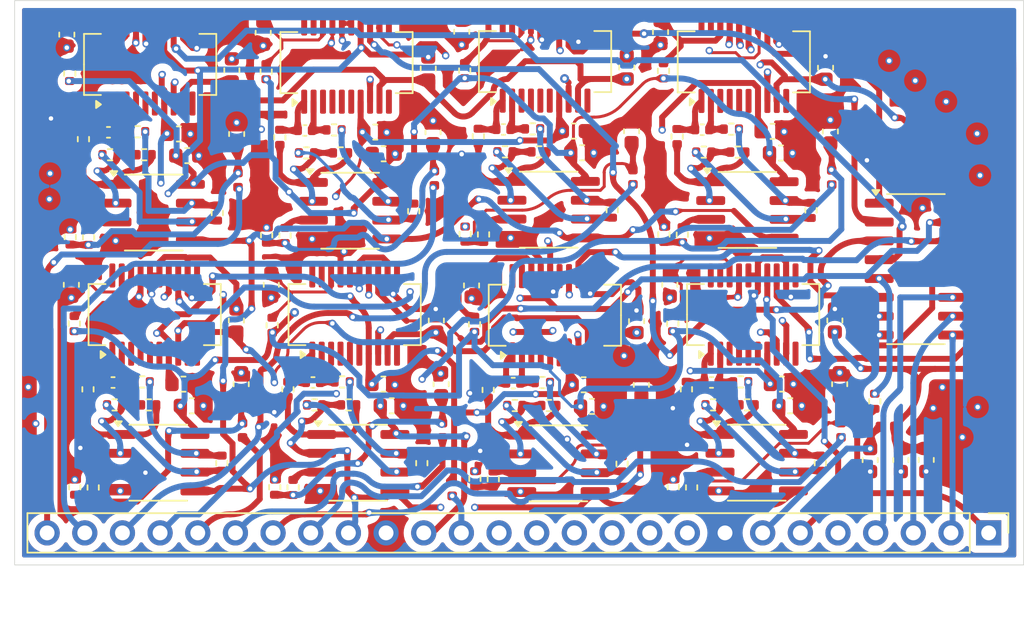
<source format=kicad_pcb>
(kicad_pcb (version 20240108) (generator "pcbnew") (generator_version "8.0")
  (layers (0 "F.Cu" signal) (1 "In1.Cu" signal) (2 "In2.Cu" signal) (31 "B.Cu" signal) (34 "B.Paste" user) (35 "F.Paste" user) (36 "B.SilkS" user "B.Silkscreen") (37 "F.SilkS" user "F.Silkscreen") (38 "B.Mask" user) (39 "F.Mask" user) (44 "Edge.Cuts" user))
  (net 0 "")
  (net 1 "+2V048")
  (net 2 "-2V048")
  (net 3 "Net-(U3-CH1-)")
  (net 4 "Net-(U3-CH1+)")
  (net 5 "+2V5")
  (net 6 "GNDD")
  (net 7 "Net-(U3-VREF)")
  (net 8 "+2V93")
  (net 9 "Net-(U5-CH1+)")
  (net 10 "Net-(U5-CH1-)")
  (net 11 "Net-(U5-VREF)")
  (net 12 "Net-(U7-CH1+)")
  (net 13 "Net-(U7-CH1-)")
  (net 14 "Net-(U7-VREF)")
  (net 15 "Net-(U9-CH1-)")
  (net 16 "Net-(U9-CH1+)")
  (net 17 "Net-(U9-VREF)")
  (net 18 "Net-(U11-CH1-)")
  (net 19 "Net-(U11-CH1+)")
  (net 20 "Net-(U11-VREF)")
  (net 21 "Net-(U13-CH1-)")
  (net 22 "Net-(U13-CH1+)")
  (net 23 "Net-(U13-VREF)")
  (net 24 "Net-(U15-CH1+)")
  (net 25 "Net-(U15-CH1-)")
  (net 26 "Net-(U15-VREF)")
  (net 27 "Net-(U17-CH1-)")
  (net 28 "Net-(U17-CH1+)")
  (net 29 "Net-(U17-VREF)")
  (net 30 "Net-(J1-Pin_7)")
  (net 31 "Net-(C44-Pad1)")
  (net 32 "Net-(C45-Pad1)")
  (net 33 "Net-(C46-Pad1)")
  (net 34 "Net-(C47-Pad1)")
  (net 35 "Net-(C48-Pad1)")
  (net 36 "Net-(C49-Pad1)")
  (net 37 "Net-(C50-Pad1)")
  (net 38 "Net-(C51-Pad1)")
  (net 39 "/Ain0")
  (net 40 "/Ain1")
  (net 41 "/Ain2")
  (net 42 "/Ain3")
  (net 43 "/Ain4")
  (net 44 "/Ain5")
  (net 45 "/Ain6")
  (net 46 "/Ain7")
  (net 47 "Net-(J1-Pin_15)")
  (net 48 "GND")
  (net 49 "SCLK")
  (net 54 "/S1")
  (net 55 "/S2")
  (net 56 "CLOCK")
  (net 57 "Net-(J1-Pin_1)")
  (net 59 "/S0")
  (net 61 "/Y")
  (net 62 "Net-(U1A-+)")
  (net 63 "Net-(R3-Pad2)")
  (net 64 "Net-(U1A--)")
  (net 65 "Net-(U1B--)")
  (net 66 "Net-(R6-Pad1)")
  (net 67 "Net-(U4A-+)")
  (net 68 "Net-(R10-Pad2)")
  (net 69 "Net-(U4A--)")
  (net 70 "Net-(U4B--)")
  (net 71 "Net-(R13-Pad1)")
  (net 72 "Net-(U6A-+)")
  (net 73 "Net-(R17-Pad2)")
  (net 74 "Net-(U6A--)")
  (net 75 "Net-(U6B--)")
  (net 76 "Net-(R20-Pad1)")
  (net 77 "Net-(U8A-+)")
  (net 78 "Net-(R24-Pad2)")
  (net 79 "Net-(U8A--)")
  (net 80 "Net-(U8B--)")
  (net 81 "Net-(R27-Pad1)")
  (net 82 "Net-(U10A-+)")
  (net 83 "Net-(R31-Pad2)")
  (net 84 "Net-(U10A--)")
  (net 85 "Net-(U10B--)")
  (net 86 "Net-(R34-Pad1)")
  (net 87 "Net-(U12A-+)")
  (net 88 "Net-(R38-Pad2)")
  (net 89 "Net-(U12A--)")
  (net 90 "Net-(U12B--)")
  (net 91 "Net-(R41-Pad1)")
  (net 92 "Net-(U14A-+)")
  (net 93 "Net-(R45-Pad2)")
  (net 94 "Net-(U14A--)")
  (net 95 "Net-(U14B--)")
  (net 96 "Net-(R48-Pad1)")
  (net 97 "Net-(U16A-+)")
  (net 98 "Net-(R52-Pad2)")
  (net 99 "Net-(U16A--)")
  (net 100 "Net-(U16B--)")
  (net 101 "Net-(R55-Pad1)")
  (net 102 "/DOUT4")
  (net 103 "/DOUT5")
  (net 104 "/DOUT1")
  (net 105 "/DOUT2")
  (net 106 "/DOUT3")
  (net 107 "/DOUT0")
  (net 108 "/DOUT7")
  (net 110 "/DOUT6")
  (footprint "Resistor_SMD:R_0402_1005Metric" (layer "F.Cu") (at 67.11 56.18 90)
    (property "Reference" "R64" (hide yes))
    (property "Value" "1500")
  )
  (footprint "Capacitor_SMD:C_0603_1608Metric" (layer "F.Cu") (at 66.885 43.140001 90)
    (property "Reference" "C36" (hide yes))
    (property "Value" "10u")
  )
  (footprint "Resistor_SMD:R_0402_1005Metric" (layer "F.Cu") (at 68.005 50.19 -90)
    (property "Reference" "R45" (hide yes))
    (property "Value" "1k")
  )
  (footprint "Inductor_SMD:L_0402_1005Metric" (layer "F.Cu") (at 91.8025 52.905 -90)
    (property "Reference" "FB8" (hide yes))
    (property "Value" "FerriteBead")
  )
  (footprint "Capacitor_SMD:C_0603_1608Metric" (layer "F.Cu") (at 60.95875 34.26125)
    (property "Reference" "C7" (hide yes))
    (property "Value" "10u")
  )
  (footprint "Resistor_SMD:R_0402_1005Metric" (layer "F.Cu") (at 71.443751 34.13125 180)
    (property "Reference" "R18" (hide yes))
    (property "Value" "20500")
  )
  (footprint "Capacitor_SMD:C_0603_1608Metric" (layer "F.Cu") (at 51.35 49.8025 90)
    (property "Reference" "C48" (hide yes))
    (property "Value" "2.2u")
  )
  (footprint "Capacitor_SMD:C_0603_1608Metric" (layer "F.Cu") (at 87.8175 49.795)
    (property "Reference" "C38" (hide yes))
    (property "Value" "10u")
  )
  (footprint "Capacitor_SMD:C_0603_1608Metric" (layer "F.Cu") (at 74.34875 34.19125)
    (property "Reference" "C12" (hide yes))
    (property "Value" "10u")
  )
  (footprint "Capacitor_SMD:C_0402_1005Metric" (layer "F.Cu") (at 82.440001 32.64 180)
    (property "Reference" "C20" (hide yes))
    (property "Value" "20n")
  )
  (footprint "Resistor_SMD:R_0402_1005Metric" (layer "F.Cu") (at 39.8175 39.875 90)
    (property "Reference" "R58" (hide yes))
    (property "Value" "1500")
  )
  (footprint "Capacitor_SMD:C_0603_1608Metric" (layer "F.Cu") (at 52.83375 26.101251 90)
    (property "Reference" "C9" (hide yes))
    (property "Value" "10u")
  )
  (footprint "Resistor_SMD:R_0402_1005Metric" (layer "F.Cu") (at 72.105001 51.24 180)
    (property "Reference" "R46" (hide yes))
    (property "Value" "20500")
  )
  (footprint "Package_SO:QSOP-20_3.9x8.7mm_P0.635mm" (layer "F.Cu") (at 59 45.1075 90)
    (property "Reference" "U13" (hide yes))
    (property "Value" "ADS1254E")
  )
  (footprint "Capacitor_SMD:C_0603_1608Metric" (layer "F.Cu") (at 64.28875 32.80625 90)
    (property "Reference" "C45" (hide yes))
    (property "Value" "2.2u")
  )
  (footprint "Package_SO:QSOP-20_3.9x8.7mm_P0.635mm" (layer "F.Cu") (at 58.45375 28.11125 90)
    (property "Reference" "U5" (hide yes))
    (property "Value" "ADS1254E")
  )
  (footprint "Resistor_SMD:R_0402_1005Metric" (layer "F.Cu") (at 57.613751 32.65125)
    (property "Reference" "R14" (hide yes))
    (property "Value" "1k")
  )
  (footprint "Package_SO:QSOP-20_3.9x8.7mm_P0.635mm" (layer "F.Cu") (at 72.505 45.15 90)
    (property "Reference" "U15" (hide yes))
    (property "Value" "ADS1254E")
  )
  (footprint "Resistor_SMD:R_0402_1005Metric" (layer "F.Cu") (at 44.8075 34.325 180)
    (property "Reference" "R4" (hide yes))
    (property "Value" "20500")
  )
  (footprint "Resistor_SMD:R_0402_1005Metric" (layer "F.Cu") (at 85.037501 49.645)
    (property "Reference" "R56" (hide yes))
    (property "Value" "1k")
  )
  (footprint "Resistor_SMD:R_0402_1005Metric" (layer "F.Cu") (at 90.4075 55.125 -90)
    (property "Reference" "R55" (hide yes))
    (property "Value" "23700")
  )
  (footprint "Resistor_SMD:R_0402_1005Metric" (layer "F.Cu") (at 58.600001 51.1975 180)
    (property "Reference" "R39" (hide yes))
    (property "Value" "20500")
  )
  (footprint "Package_SO:SOIC-8_3.9x4.9mm_P1.27mm" (layer "F.Cu") (at 86.1175 55.095)
    (property "Reference" "U16" (hide yes))
    (property "Value" "OPA2188AIDR")
  )
  (footprint "Package_SO:QSOP-20_3.9x8.7mm_P0.635mm" (layer "F.Cu") (at 71.84375 28.04125 90)
    (property "Reference" "U7" (hide yes))
    (property "Value" "ADS1254E")
  )
  (footprint "Resistor_SMD:R_0402_1005Metric" (layer "F.Cu") (at 66.42375 28.65125 90)
    (property "Reference" "R22" (hide yes))
    (property "Value" "1k")
  )
  (footprint "Resistor_SMD:R_0402_1005Metric" (layer "F.Cu") (at 53.063751 39.75125 90)
    (property "Reference" "R59" (hide yes))
    (property "Value" "1500")
  )
  (footprint "Resistor_SMD:R_0402_1005Metric" (layer "F.Cu") (at 67.693751 39.70125 -90)
    (property "Reference" "R16" (hide yes))
    (property "Value" "3300")
  )
  (footprint "Capacitor_SMD:C_0603_1608Metric" (layer "F.Cu") (at 64.51 45.507499 90)
    (property "Reference" "C29" (hide yes))
    (property "Value" "10u")
  )
  (footprint "Resistor_SMD:R_0402_1005Metric" (layer "F.Cu") (at 89.78 38.08 -90)
    (property "Reference" "R27" (hide yes))
    (property "Value" "23700")
  )
  (footprint "Resistor_SMD:R_0402_1005Metric" (layer "F.Cu") (at 41.365001 56.7675 -90)
    (property "Reference" "R30" (hide yes))
    (property "Value" "3300")
  )
  (footprint "Resistor_SMD:R_0402_1005Metric" (layer "F.Cu") (at 94.08 50.955 -90)
    (property "Reference" "R1" (hide yes))
    (property "Value" "24.9")
  )
  (footprint "Resistor_SMD:R_0402_1005Metric" (layer "F.Cu") (at 42.815001 51.1975 180)
    (property "Reference" "R33" (hide yes))
    (property "Value" "3010")
  )
  (footprint "Package_SO:SOIC-8_3.9x4.9mm_P1.27mm" (layer "F.Cu") (at 72.08375 38.03125)
    (property "Reference" "U6" (hide yes))
    (property "Value" "OPA2188AIDR")
  )
  (footprint "Capacitor_SMD:C_0603_1608Metric" (layer "F.Cu") (at 73.78375 32.73125)
    (property "Reference" "C13" (hide yes))
    (property "Value" "10u")
  )
  (footprint "Resistor_SMD:R_0402_1005Metric" (layer "F.Cu") (at 41.015 50.1475 -90)
    (property "Reference" "R31" (hide yes))
    (property "Value" "1k")
  )
  (footprint "Capacitor_SMD:C_0603_1608Metric" (layer "F.Cu") (at 74.445 49.84)
    (property "Reference" "C33" (hide yes))
    (property "Value" "10u")
  )
  (footprint "Capacitor_SMD:C_0402_1005Metric" (layer "F.Cu") (at 69.695001 49.73 180)
    (property "Reference" "C35" (hide yes))
    (property "Value" "20n")
  )
  (footprint "Resistor_SMD:R_0402_1005Metric" (layer "F.Cu") (at 58.053751 34.20125 180)
    (property "Reference" "R11" (hide yes))
    (property "Value" "20500")
  )
  (footprint "Package_SO:SOIC-8_3.9x4.9mm_P1.27mm" (layer "F.Cu") (at 85.49 38.05)
    (property "Reference" "U8" (hide yes))
    (property "Value" "OPA2188AIDR")
  )
  (footprint "Capacitor_SMD:C_0402_1005Metric" (layer "F.Cu") (at 42.3975 32.815 180)
    (property "Reference" "C2" (hide yes))
    (property "Value" "20n")
  )
  (footprint "Resistor_SMD:R_0402_1005Metric" (layer "F.Cu") (at 71.665001 49.69)
    (property "Reference" "R49" (hide yes))
    (property "Value" "1k")
  )
  (footprint "Capacitor_SMD:C_0603_1608Metric" (layer "F.Cu") (at 90.76 28.459999 90)
    (property "Reference" "C19" (hide yes))
    (property "Value" "10u")
  )
  (footprint "Resistor_SMD:R_0402_1005Metric" (layer "F.Cu") (at 62.98375 38.13125 -90)
    (property "Reference" "R13" (hide yes))
    (property "Value" "23700")
  )
  (footprint "Resistor_SMD:R_0402_1005Metric" (layer "F.Cu") (at 80.4575 45.715 90)
    (property "Reference" "R57" (hide yes))
    (property "Value" "1k")
  )
  (footprint "Capacitor_SMD:C_0603_1608Metric" (layer "F.Cu") (at 47.1475 32.925)
    (property "Reference" "C5" (hide yes))
    (property "Value" "10u")
  )
  (footprint "Capacitor_SMD:C_0603_1608Metric" (layer "F.Cu") (at 60.94 49.7975)
    (property "Reference" "C28" (hide yes))
    (property "Value" "10u")
  )
  (footprint "Inductor_SMD:L_0402_1005Metric" (layer "F.Cu") (at 65.58 56.85 -90)
    (property "Reference" "FB9" (hide yes))
    (property "Value" "FerriteBead")
  )
  (footprint "Capacitor_SMD:C_0603_1608Metric" (layer "F.Cu") (at 87.755 34.21)
    (property "Reference" "C17" (hide yes))
    (property "Value" "10u")
  )
  (footprint "Resistor_SMD:R_0402_1005Metric" (layer "F.Cu") (at 44.3675 32.775)
    (property "Reference" "R7" (hide yes))
    (property "Value" "1k")
  )
  (footprint "Resistor_SMD:R_0402_1005Metric" (layer "F.Cu") (at 42.5075 34.325 180)
    (property "Reference" "R5" (hide yes))
    (property "Value" "3010")
  )
  (footprint "Inductor_SMD:L_0402_1005Metric" (layer "F.Cu") (at 51.44 52.9075 -90)
    (property "Reference" "FB5" (hide yes))
    (property "Value" "FerriteBead")
  )
  (footprint "Resistor_SMD:R_0402_1005Metric" (layer "F.Cu") (at 77.035 55.17 -90)
    (property "Reference" "R48" (hide yes))
    (property "Value" "23700")
  )
  (footprint "Resistor_SMD:R_0402_1005Metric" (layer "F.Cu") (at 85.477501 51.195 180)
    (property "Reference" "R53" (hide yes))
    (property "Value" "20500")
  )
  (footprint "Resistor_SMD:R_0402_1005Metric" (layer "F.Cu") (at 63.53 55.1275 -90)
    (property "Reference" "R41" (hide yes))
    (property "Value" "23700")
  )
  (footprint "Capacitor_SMD:C_0603_1608Metric" (layer "F.Cu") (at 61.505 51.2575)
    (property "Reference" "C27" (hide yes))
    (property "Value" "10u")
  )
  (footprint "Resistor_SMD:R_0402_1005Metric" (layer "F.Cu") (at 81.3775 50.145 -90)
    (property "Reference" "R52" (hide yes))
    (property "Value" "1k")
  )
  (footprint "Capacitor_SMD:C_0603_1608Metric" (layer "F.Cu") (at 66.22375 26.031251 90)
    (property "Reference" "C16" (hide yes))
    (property "Value" "10u")
  )
  (footprint "Capacitor_SMD:C_0603_1608Metric" (layer "F.Cu") (at 93.77 54.92 -90)
    (property "Reference" "C43" (hide yes))
    (property "Value" "1u")
  )
  (footprint "Package_SO:SOIC-8_3.9x4.9mm_P1.27mm" (layer "F.Cu") (at 58.69375 38.10125)
    (property "Reference" "U4" (hide yes))
    (property "Value" "OPA2188AIDR")
  )
  (footprint "Resistor_SMD:R_0402_1005Metric" (layer "F.Cu") (at 40.125001 56.7475 90)
    (property "Reference" "R62" (hide yes))
    (property "Value" "1500")
  )
  (footprint "Resistor_SMD:R_0402_1005Metric" (layer "F.Cu") (at 79.860001 39.7 90)
    (property "Reference" "R61" (hide yes))
    (property "Value" "1500")
  )
  (footprint "Capacitor_SMD:C_0603_1608Metric" (layer "F.Cu") (at 64.835 49.8025 90)
    (property "Reference" "C49" (hide yes))
    (property "Value" "2.2u")
  )
  (footprint "Package_SO:SOIC-8_3.9x4.9mm_P1.27mm" (layer "F.Cu") (at 72.745 55.14)
    (property "Reference" "U14" (hide yes))
    (property "Value" "OPA2188AIDR")
  )
  (footprint "Capacitor_SMD:C_0603_1608Metric" (layer "F.Cu") (at 47.455 49.7975)
    (property "Reference" "C23" (hide yes))
    (property "Value" "10u")
  )
  (footprint "Connector_PinHeader_2.54mm:PinHeader_1x26_P2.54mm_Vertical" (layer "F.Cu") (at 101.76 59.83 -90)
    (property "Reference" "J1" (hide yes))
    (property "Value" "Conn_01x26_Pin")
  )
  (footprint "Resistor_SMD:R_0402_1005Metric" (layer "F.Cu") (at 84.850001 34.15 180)
    (property "Reference" "R25" (hide yes))
    (property "Value" "20500")
  )
  (footprint "Capacitor_SMD:C_0603_1608Metric" (layer "F.Cu") (at 50.7175 28.635 90)
    (property "Reference" "C6" (hide yes))
    (property "Value" "10u")
  )
  (footprint "Inductor_SMD:L_0402_1005Metric" (layer "F.Cu") (at 51.1325 36.035 -90)
    (property "Reference" "FB1" (hide yes))
    (property "Value" "FerriteBead")
  )
  (footprint "Resistor_SMD:R_0402_1005Metric" (layer "F.Cu") (at 53.95375 33.15125 -90)
    (property "Reference" "R10" (hide yes))
    (property "Value" "1k")
  )
  (footprint "Resistor_SMD:R_0402_1005Metric" (layer "F.Cu") (at 53.03375 28.72125 90)
    (property "Reference" "R15" (hide yes))
    (property "Value" "1k")
  )
  (footprint "Capacitor_SMD:C_0402_1005Metric" (layer "F.Cu") (at 83.067501 49.685 180)
    (property "Reference" "C40" (hide yes))
    (property "Value" "20n")
  )
  (footprint "Capacitor_SMD:C_0603_1608Metric" (layer "F.Cu") (at 63.96375 28.511249 90)
    (property "Reference" "C11" (hide yes))
    (property "Value" "10u")
  )
  (footprint "Inductor_SMD:L_0402_1005Metric" (layer "F.Cu") (at 78.43 52.95 -90)
    (property "Reference" "FB7" (hide yes))
    (property "Value" "FerriteBead")
  )
  (footprint "Capacitor_SMD:C_0603_1608Metric" (layer "F.Cu") (at 39.895 43.097501 90)
    (property "Reference" "C26" (hide yes))
    (property "Value" "10u")
  )
  (footprint "Capacitor_SMD:C_0603_1608Metric" (layer "F.Cu") (at 53.38 43.097501 90)
    (property "Reference" "C31" (hide yes))
    (property "Value" "10u")
  )
  (footprint "Capacitor_SMD:C_0603_1608Metric" (layer "F.Cu") (at 51.025 45.507499 90)
    (property "Reference" "C24" (hide yes))
    (property "Value" "10u")
  )
  (footprint "Resistor_SMD:R_0402_1005Metric" (layer "F.Cu") (at 49.7375 38.255 -90)
    (property "Reference" "R6" (hide yes))
    (property "Value" "23700")
  )
  (footprint "Capacitor_SMD:C_0603_1608Metric" (layer "F.Cu") (at 47.7125 34.385)
    (property "Reference" "C1" (hide yes))
    (property "Value" "10u")
  )
  (footprint "Capacitor_SMD:C_0603_1608Metric" (layer "F.Cu") (at 88.3825 51.255)
    (property "Reference" "C37" (hide yes))
    (property "Value" "10u")
  )
  (footprint "Resistor_SMD:R_0402_1005Metric" (layer "F.Cu") (at 44.675001 49.6475)
    (property "Reference" "R35" (hide yes))
    (property "Value" "1k")
  )
  (footprint "Resistor_SMD:R_0402_1005Metric" (layer "F.Cu") (at 80.75 33.1 -90)
    (property "Reference" "R24" (hide yes))
    (property "Value" "1k")
  )
  (footprint "Package_SO:QSOP-20_3.9x8.7mm_P0.635mm" (layer "F.Cu") (at 85.8775 45.105 90)
    (property "Reference" "U17" (hide yes))
    (property "Value" "ADS1254E")
  )
  (footprint "Package_SO:SOIC-8_3.9x4.9mm_P1.27mm" (layer "F.Cu") (at 45.4475 38.225)
    (property "Reference" "U1" (hide yes))
    (property "Value" "OPA2188AIDR")
  )
  (footprint "Capacitor_SMD:C_0603_1608Metric" (layer "F.Cu") (at 77.35375 28.441249 90)
    (property "Reference" "C14" (hide yes))
    (property "Value" "10u")
  )
  (footprint "Resistor_SMD:R_0402_1005Metric" (layer "F.Cu") (at 50.045 55.1275 -90)
    (property "Reference" "R34" (hide yes))
    (property "Value" "23700")
  )
  (footprint "Inductor_SMD:L_0402_1005Metric" (layer "F.Cu") (at 64.37875 35.91125 -90)
    (property "Reference" "FB2" (hide yes))
    (property "Value" "FerriteBead")
  )
  (footprint "Resistor_SMD:R_0402_1005Metric" (layer "F.Cu") (at 39.7875 28.845 90)
    (property "Reference" "R8" (hide yes))
    (property "Value" "1k")
  )
  (footprint "Resistor_SMD:R_0402_1005Metric" (layer "F.Cu") (at 81.100001 39.72 -90)
    (property "Reference" "R23" (hide yes))
    (property "Value" "3300")
  )
  (footprint "Capacitor_SMD:C_0603_1608Metric" (layer "F.Cu") (at 75.01 51.3)
    (property "Reference" "C32" (hide yes))
    (property "Value" "10u")
  )
  (footprint "Capacitor_SMD:C_0603_1608Metric" (layer "F.Cu") (at 91.3875 45.504999 90)
    (property "Reference" "C39" (hide yes))
    (property "Value" "10u")
  )
  (footprint "Capacitor_SMD:C_0603_1608Metric" (layer "F.Cu") (at 78.015 45.549999 90)
    (property "Reference" "C34" (hide yes))
    (property "Value" "10u")
  )
  (footprint "Capacitor_SMD:C_0603_1608Metric" (layer "F.Cu") (at 79.63 26.050001 90)
    (property "Reference" "C21" (hide yes))
    (property "Value" "10u")
  )
  (footprint "Resistor_SMD:R_0402_1005Metric" (layer "F.Cu") (at 69.805001 51.24 180)
    (property "Reference" "R47" (hide yes))
    (property "Value" "3010")
  )
  (footprint "Capacitor_SMD:C_0402_1005Metric" (layer "F.Cu") (at 55.643751 32.69125 180)
    (property "Reference" "C8" (hide yes))
    (property "Value" "20n")
  )
  (footprint "Resistor_SMD:R_0402_1005Metric" (layer "F.Cu") (at 84.410001 32.6)
    (property "Reference" "R28" (hide yes))
    (property "Value" "1k")
  )
  (footprint "Resistor_SMD:R_0402_1005Metric" (layer "F.Cu") (at 67.085 45.76 90)
    (property "Reference" "R50" (hide yes))
    (property "Value" "1k")
  )
  (footprint "Package_SO:SOIC-8_3.9x4.9mm_P1.27mm" (layer "F.Cu") (at 59.24 55.0975)
    (property "Reference" "U12" (hide yes))
    (property "Value" "OPA2188AIDR")
  )
  (footprint "Package_SO:QSOP-20_3.9x8.7mm_P0.635mm" (layer "F.Cu") (at 45.515 45.1075 90)
    (property "Reference" "U11" (hide yes))
    (property "Value" "ADS1254E")
  )
  (footprint "Inductor_SMD:L_0402_1005Metric" (layer "F.Cu") (at 94.92 52.65 180)
    (property "Reference" "FB10" (hide yes))
    (property "Value" "FerriteBead")
  )
  (footprint "Capacitor_SMD:C_0603_1608Metric" (layer "F.Cu") (at 78.34 49.845 90)
    (property "Reference" "C50" (hide yes))
    (property "Value" "2.2u")
  )
  (footprint "Capacitor_SMD:C_0603_1608Metric" (layer "F.Cu") (at 48.02 51.2575)
    (property "Reference" "C22" (hide yes))
    (property "Value" "10u")
  )
  (footprint "Resistor_SMD:R_0402_1005Metric" (layer "F.Cu") (at 82.550001 34.15 180)
    (property "Reference" "R26" (hide yes))
    (property "Value" "3010")
  )
  (footprint "Resistor_SMD:R_0402_1005Metric" (layer "F.Cu") (at 71.003751 32.58125)
    (property "Reference" "R21" (hide yes))
    (property "Value" "1k")
  )
  (footprint "Capacitor_SMD:C_0603_1608Metric" (layer "F.Cu") (at 39.5875 26.225 90)
    (property "Reference" "C4" (hide yes))
    (property "Value" "10u")
  )
  (footprint "Resistor_SMD:R_0402_1005Metric" (layer "F.Cu") (at 55.753751 34.20125 180)
    (property "Reference" "R12" (hide yes))
    (property "Value" "3010")
  )
  (footprint "Resistor_SMD:R_0402_1005Metric" (layer "F.Cu") (at 66.453751 39.68125 90)
    (property "Reference" "R60" (hide yes))
    (property "Value" "1500")
  )
  (footprint "Capacitor_SMD:C_0402_1005Metric" (layer "F.Cu") (at 42.705001 49.6875 180)
    (property "Reference" "C25" (hide yes))
    (property "Value" "20n")
  )
  (footprint "Capacitor_SMD:C_0603_1608Metric" (layer "F.Cu") (at 95.84 54.92 -90)
    (property "Reference" "C42" (hide yes))
    (property "Value" "2.2u")
  )
  (footprint "Package_SO:SOIC-16_3.9x9.9mm_P1.27mm" (layer "F.Cu") (at 96.8525 42.04)
    (property "Reference" "U2" (hide yes))
    (property "Value" "74HC151D")
  )
  (footprint "Resistor_SMD:R_0402_1005Metric" (layer "F.Cu") (at 81.727501 56.765 -90)
    (property "Reference" "R51" (hide yes))
    (property "Value" "3300")
  )
  (footprint "Package_SO:SOIC-8_3.9x4.9mm_P1.27mm" (layer "F.Cu") (at 45.755 55.0975)
    (property "Reference" "U10" (hide yes))
    (property "Value" "OPA2188AIDR")
  )
  (footprint "Capacitor_SMD:C_0402_1005Metric" (layer "F.Cu") (at 69.033751 32.62125 180)
    (property "Reference" "C15" (hide yes))
    (property "Value" "20n")
  )
  (footprint "Capacitor_SMD:C_0603_1608Metric" (layer "F.Cu") (at 60.39375 32.80125)
    (property "Reference" "C10" (hide yes))
    (property "Value" "10u")
  )
  (footprint "Capacitor_SMD:C_0603_1608Metric" (layer "F.Cu") (at 91.085 32.755 90)
    (property "Reference" "C47" (hide yes))
    (property "Value" "2.2u")
  )
  (footprint "Resistor_SMD:R_0402_1005Metric" (layer "F.Cu") (at 67.34375 33.08125 -90)
    (property "Reference" "R17" (hide yes))
    (property "Value" "1k")
  )
  (footprint "Capacitor_SMD:C_0603_1608Metric" (layer "F.Cu") (at 87.19 32.75)
    (property "Reference" "C18" (hide yes))
    (property "Value" "10u")
  )
  (footprint "Resistor_SMD:R_0402_1005Metric" (layer "F.Cu") (at 79.83 28.67 90)
    (property "Reference" "R29" (hide yes))
    (property "Value" "1k")
  )
  (footprint "Resistor_SMD:R_0402_1005Metric" (layer "F.Cu") (at 83.177501 51.195 180)
    (property "Reference" "R54" (hide yes))
    (property "Value" "3010")
  )
  (footprint "Resistor_SMD:R_0402_1005Metric" (layer "F.Cu") (at 58.160001 49.6475)
    (property "Reference" "R42" (hide yes))
    (property "Value" "1k")
  )
  (footprint "Capacitor_SMD:C_0603_1608Metric" (layer "F.Cu") (at 91.7125 49.8 90)
    (property "Reference" "C51" (hide yes))
    (property "Value" "2.2u")
  )
  (footprint "Resistor_SMD:R_0402_1005Metric" (layer "F.Cu") (at 53.610001 56.7475 90)
    (property "Reference" "R63" (hide yes))
    (property "Value" "1500")
  )
  (footprint "Resistor_SMD:R_0402_1005Metric" (layer "F.Cu") (at 53.44 45.83 90)
    (property "Reference" "R43" (hide yes))
    (property "Value" "1k")
  )
  (footprint "Resistor_SMD:R_0402_1005Metric" (layer "F.Cu") (at 68.35 56.2 -90)
    (property "Reference" "R44" (hide yes))
    (property "Value" "3300")
  )
  (footprint "Resistor_SMD:R_0402_1005Metric" (layer "F.Cu") (at 41.0575 39.895 -90)
    (property "Reference" "R2" (hide yes))
    (property "Value" "3300")
  )
  (footprint "Resistor_SMD:R_0402_1005Metric" (layer "F.Cu") (at 54.5 50.1475 -90)
    (property "Reference" "R38" (hide yes))
    (property "Value" "1k")
  )
  (footprint "Resistor_SMD:R_0402_1005Metric" (layer "F.Cu") (at 54.850001 56.7675 -90)
    (property "Reference" "R37" (hide yes))
    (property "Value" "3300")
  )
  (footprint "Inductor_SMD:L_0402_1005Metric" (layer "F.Cu") (at 64.925 52.9075 -90)
    (property "Reference" "FB6" (hide yes))
    (property "Value" "FerriteBead")
  )
  (footprint "Resistor_SMD:R_0402_1005Metric" (layer "F.Cu") (at 56.300001 51.1975 180)
    (property "Reference" "R40" (hide yes))
    (property "Value" "3010")
  )
  (footprint "Resistor_SMD:R_0402_1005Metric" (layer "F.Cu") (at 40.7075 33.275 -90)
    (property "Reference" "R3" (hide yes))
    (property "Value" "1k")
  )
  (footprint "Capacitor_SMD:C_0603_1608Metric" (layer "F.Cu") (at 80.2575 43.095001 90)
    (property "Reference" "C41" (hide yes))
    (property "Value" "10u")
  )
  (footprint "Capacitor_SMD:C_0603_1608Metric" (layer "F.Cu") (at 97.55 54.91 -90)
    (property "Reference" "C3" (hide yes))
    (property "Value" "1u")
  )
  (footprint "Resistor_SMD:R_0402_1005Metric" (layer "F.Cu") (at 54.303751 39.77125 -90)
    (property "Reference" "R9" (hide yes))
    (property "Value" "3300")
  )
  (footprint "Resistor_SMD:R_0402_1005Metric" (layer "F.Cu") (at 80.487501 56.745 90)
    (property "Reference" "R65" (hide yes))
    (property "Value" "1500")
  )
  (footprint "Resistor_SMD:R_0402_1005Metric" (layer "F.Cu") (at 40.095 45.7175 90)
    (property "Reference" "R36" (hide yes))
    (property "Value" "1k")
  )
  (footprint "Inductor_SMD:L_0402_1005Metric" (layer "F.Cu") (at 77.76875 35.84125 -90)
    (property "Reference" "FB3" (hide yes))
    (property "Value" "FerriteBead")
  )
  (footprint "Capacitor_SMD:C_0402_1005Metric" (layer "F.Cu") (at 56.190001 49.6875 180)
    (property "Reference" "C30" (hide yes))
    (property "Value" "20n")
  )
  (footprint "Capacitor_SMD:C_0603_1608Metric" (layer "F.Cu") (at 51.0425 32.93 90)
    (property "Reference" "C44" (hide yes))
    (property "Value" "2.2u")
  )
  (footprint "Resistor_SMD:R_0402_1005Metric" (layer "F.Cu") (at 69.143751 34.13125 180)
    (property "Reference" "R19" (hide yes))
    (property "Value" "3010")
  )
  (footprint "Inductor_SMD:L_0402_1005Metric" (layer "F.Cu") (at 91.175 35.86 -90)
    (property "Reference" "FB4" (hide yes))
    (property "Value" "FerriteBead")
  )
  (footprint "Capacitor_SMD:C_0603_1608Metric" (layer "F.Cu") (at 77.67875 32.73625 90)
    (property "Reference" "C46" (hide yes))
    (property "Value" "2.2u")
  )
  (footprint "Package_SO:QSOP-20_3.9x8.7mm_P0.635mm" (layer "F.Cu") (at 45.2075 28.235 90)
    (property "Reference" "U3" (hide yes))
    (property "Value" "ADS1254E")
  )
  (footprint "Resistor_SMD:R_0402_1005Metric" (layer "F.Cu") (at 45.115001 51.1975 180)
    (property "Reference" "R32" (hide yes))
    (property "Value" "20500")
  )
  (footprint "Package_SO:QSOP-20_3.9x8.7mm_P0.635mm" (layer "F.Cu") (at 85.25 28.06 90)
    (property "Reference" "U9" (hide yes))
    (property "Value" "ADS1254E")
  )
  (footprint "Resistor_SMD:R_0402_1005Metric" (layer "F.Cu") (at 76.37375 38.06125 -90)
    (property "Reference" "R20" (hide yes))
    (property "Value" "23700")
  )
  (gr_rect (start 36.07 23.93) (end 104.12 61.99) (stroke (width 0.05)) (fill none) (layer "Edge.Cuts"))
  (segment (start 87.6075 51.265) (end 87.6075 51.535) (width 0.4) (layer "F.Cu") (net 1))
  (segment (start 75.15375 31.79125) (end 74.373308 31.79125) (width 0.2) (layer "F.Cu") (net 1))
  (segment (start 60.18375 34.26125) (end 60.18375 35.21125) (width 0.4) (layer "F.Cu") (net 1))
  (segment (start 86.98 34.22) (end 86.98 34.49) (width 0.4) (layer "F.Cu") (net 1))
  (segment (start 47.245 51.2675) (end 47.245 51.2575) (width 0.4) (layer "F.Cu") (net 1))
  (segment (start 88.569514 52.767014) (end 87.798418 51.995918) (width 0.4) (layer "F.Cu") (net 1))
  (segment (start 74.235 51.31) (end 74.235 51.58) (width 0.4) (layer "F.Cu") (net 1))
  (segment (start 63.955 59.83) (end 63.66 59.83) (width 0.4) (layer "F.Cu") (net 1))
  (segment (start 66.545 53.325) (end 66.4675 53.4025) (width 0.4) (layer "F.Cu") (net 1))
  (segment (start 61.717647 52.795147) (end 60.920918 51.998418) (width 0.4) (layer "F.Cu") (net 1))
  (segment (start 88.68 53.03375) (end 88.68 53.19) (width 0.4) (layer "F.Cu") (net 1))
  (segment (start 74.235 51.31) (end 74.235 51.3) (width 0.4) (layer "F.Cu") (net 1))
  (segment (start 52.563725 48.17) (end 49.58 48.17) (width 0.4) (layer "F.Cu") (net 1))
  (segment (start 63.01 34.355) (end 61.16875 36.19625) (width 0.4) (layer "F.Cu") (net 1))
  (segment (start 61.8025 53.12) (end 61.8025 53.1925) (width 0.4) (layer "F.Cu") (net 1))
  (segment (start 66.545 53.325) (end 66.6 53.27) (width 0.4) (layer "F.Cu") (net 1))
  (segment (start 66.39 53.589601) (end 66.39 57.325011) (width 0.4) (layer "F.Cu") (net 1))
  (segment (start 73.57375 34.20125) (end 73.57375 34.19625) (width 0.4) (layer "F.Cu") (net 1))
  (segment (start 48.14 36.27) (end 48.14 35.5875) (width 0.4) (layer "F.Cu") (net 1))
  (segment (start 54.95 44.96) (end 53.57 46.34) (width 0.4) (layer "F.Cu") (net 1))
  (segment (start 64.458596 59.621403) (end 66.131913 57.948088) (width 0.4) (layer "F.Cu") (net 1))
  (segment (start 86.98 34.22) (end 86.98 34.21) (width 0.4) (layer "F.Cu") (net 1))
  (segment (start 73.764668 34.932168) (end 74.535764 35.703264) (width 0.4) (layer "F.Cu") (net 1))
  (segment (start 74.64625 35.97) (end 74.64625 36.12625) (width 0.4) (layer "F.Cu") (net 1))
  (segment (start 60.681776 36.19625) (end 61.16875 36.19625) (width 0.4) (layer "F.Cu") (net 1))
  (segment (start 76.920605 31.059394) (end 78.43584 29.544159) (width 0.2) (layer "F.Cu") (net 1))
  (segment (start 58.94 37.938026) (end 60.681776 36.19625) (width 0.4) (layer "F.Cu") (net 1))
  (segment (start 88.0525 35.98875) (end 88.0525 36.145) (width 0.4) (layer "F.Cu") (net 1))
  (segment (start 61.8025 53) (end 61.8025 53.12) (width 0.4) (layer "F.Cu") (net 1))
  (segment (start 60.73 51.2675) (end 60.73 51.2575) (width 0.4) (layer "F.Cu") (net 1))
  (segment (start 63.01 32.77) (end 63.01 34.355) (width 0.4) (layer "F.Cu") (net 1))
  (segment (start 73.57375 34.47125) (end 73.57375 34.20125) (width 0.4) (layer "F.Cu") (net 1))
  (segment (start 53.160147 47.629352) (end 53.46 46.31) (width 0.4) (layer "F.Cu") (net 1))
  (segment (start 79.315 29.18) (end 79.83 29.18) (width 0.2) (layer "F.Cu") (net 1))
  (segment (start 48.3175 53.03625) (end 48.3175 53.1925) (width 0.4) (layer "F.Cu") (net 1))
  (segment (start 87.942014 35.722014) (end 87.170918 34.950918) (width 0.4) (layer "F.Cu") (net 1))
  (segment (start 73.666249 34.098749) (end 73.577285 34.187714) (width 0.2) (layer "F.Cu") (net 1))
  (segment (start 87.6075 51.265) (end 87.6075 51.255) (width 0.4) (layer "F.Cu") (net 1))
  (segment (start 60.73 51.2675) (end 60.73 51.5375) (width 0.4) (layer "F.Cu") (net 1))
  (segment (start 73.75875 33.875435) (end 73.75875 32.405808) (width 0.2) (layer "F.Cu") (net 1))
  (segment (start 75.197014 52.812014) (end 74.425918 52.040918) (width 0.4) (layer "F.Cu") (net 1))
  (segment (start 48.14 35.5875) (end 46.9375 34.385) (width 0.4) (layer "F.Cu") (net 1))
  (segment (start 75.3075 53.07875) (end 75.3075 53.235) (width 0.4) (layer "F.Cu") (net 1))
  (segment (start 48.207014 52.769514) (end 47.435918 51.998418) (width 0.4) (layer "F.Cu") (net 1))
  (segment (start 58.94 38.26) (end 58.94 37.938026) (width 0.4) (layer "F.Cu") (net 1))
  (segment (start 47.245 51.2675) (end 47.245 51.5375) (width 0.4) (layer "F.Cu") (net 1))
  (segment (start 60.18375 35.21125) (end 61.16875 36.19625) (width 0.4) (layer "F.Cu") (net 1))
  (segment (start 53.57 46.34) (end 53.44 46.34) (width 0.4) (layer "F.Cu") (net 1))
  (via (at 79.83 29.18) (size 0.5) (drill 0.3) (layers "F.Cu" "B.Cu") (net 1))
  (via (at 49.58 48.17) (size 0.5) (drill 0.3) (layers "F.Cu" "B.Cu") (net 1))
  (via (at 47.245 51.2675) (size 0.5) (drill 0.3) (layers "F.Cu" "B.Cu") (net 1))
  (via (at 54.582881 36.837119) (size 0.5) (drill 0.3) (layers "F.Cu" "B.Cu") (net 1))
  (via (at 73.57375 34.20125) (size 0.5) (drill 0.3) (layers "F.Cu" "B.Cu") (net 1))
  (via (at 66.42375 29.16125) (size 0.5) (drill 0.3) (layers "F.Cu" "B.Cu") (net 1))
  (via (at 48.14 36.27) (size 0.5) (drill 0.3) (layers "F.Cu" "B.Cu") (net 1))
  (via (at 54.95 44.96) (size 0.6) (drill 0.3) (layers "F.Cu" "B.Cu") (net 1))
  (via (at 80.4575 46.225) (size 0.5) (drill 0.3) (layers "F.Cu" "B.Cu") (net 1))
  (via (at 58.94 38.26) (size 0.5) (drill 0.3) (layers "F.Cu" "B.Cu") (net 1))
  (via (at 53.46 46.31) (size 0.5) (drill 0.3) (layers "F.Cu" "B.Cu") (net 1))
  (via (at 40.095 46.2275) (size 0.5) (drill 0.3) (layers "F.Cu" "B.Cu") (net 1))
  (via (at 86.98 34.22) (size 0.5) (drill 0.3) (layers "F.Cu" "B.Cu") (net 1))
  (via (at 67.085 46.27) (size 0.5) (drill 0.3) (layers "F.Cu" "B.Cu") (net 1))
  (via (at 63.01 32.77) (size 0.5) (drill 0.3) (layers "F.Cu" "B.Cu") (net 1))
  (via (at 39.72 29.36) (size 0.5) (drill 0.3) (layers "F.Cu" "B.Cu") (net 1))
  (via (at 66.545 53.325) (size 0.5) (drill 0.3) (layers "F.Cu" "B.Cu") (net 1))
  (via (at 46.9375 34.385) (size 0.5) (drill 0.3) (layers "F.Cu" "B.Cu") (net 1))
  (via (at 53.03375 29.23125) (size 0.5) (drill 0.3) (layers "F.Cu" "B.Cu") (net 1))
  (via (at 87.6075 51.265) (size 0.5) (drill 0.3) (layers "F.Cu" "B.Cu") (net 1))
  (via (at 74.235 51.31) (size 0.5) (drill 0.3) (layers "F.Cu" "B.Cu") (net 1))
  (via (at 60.73 51.2675) (size 0.5) (drill 0.3) (layers "F.Cu" "B.Cu") (net 1))
  (via (at 61.8025 53.12) (size 0.5) (drill 0.3) (layers "F.Cu" "B.Cu") (net 1))
  (arc (start 53.160147 47.629352) (mid 53.081987 47.834534) (end 52.95 48.01) (width 0.4) (layer "F.Cu") (net 1))
  (arc (start 73.57375 34.47125) (mid 73.623367 34.720697) (end 73.764668 34.932168) (width 0.4) (layer "F.Cu") (net 1))
  (arc (start 73.93875 31.97125) (mid 73.80553 32.170626) (end 73.75875 32.405808) (width 0.2) (layer "F.Cu") (net 1))
  (arc (start 86.98 34.49) (mid 87.029617 34.739447) (end 87.170918 34.950918) (width 0.4) (layer "F.Cu") (net 1))
  (arc (start 66.39 57.325011) (mid 66.322925 57.662218) (end 66.131913 57.948088) (width 0.4) (layer "F.Cu") (net 1))
  (arc (start 79.315 29.18) (mid 78.839202 29.274641) (end 78.43584 29.544159) (width 0.2) (layer "F.Cu") (net 1))
  (arc (start 75.197014 52.812014) (mid 75.278785 52.934393) (end 75.3075 53.07875) (width 0.4) (layer "F.Cu") (net 1))
  (arc (start 87.942014 35.722014) (mid 88.023785 35.844393) (end 88.0525 35.98875) (width 0.4) (layer "F.Cu") (net 1))
  (arc (start 64.458596 59.621403) (mid 64.227544 59.775787) (end 63.955 59.83) (width 0.4) (layer "F.Cu") (net 1))
  (arc (start 74.235 51.58) (mid 74.284617 51.829447) (end 74.425918 52.040918) (width 0.4) (layer "F.Cu") (net 1))
  (arc (start 61.717647 52.795147) (mid 61.780447 52.889134) (end 61.8025 53) (width 0.4) (layer "F.Cu") (net 1))
  (arc (start 60.73 51.5375) (mid 60.779617 51.786947) (end 60.920918 51.998418) (width 0.4) (layer "F.Cu") (net 1))
  (arc (start 76.920605 31.059394) (mid 76.109965 31.601046) (end 75.15375 31.79125) (width 0.2) (layer "F.Cu") (net 1))
  (arc (start 73.577285 34.187714) (mid 73.574668 34.19163) (end 73.57375 34.19625) (width 0.2) (layer "F.Cu") (net 1))
  (arc (start 74.535764 35.703264) (mid 74.617535 35.825643) (end 74.64625 35.97) (width 0.4) (layer "F.Cu") (net 1))
  (arc (start 48.207014 52.769514) (mid 48.288785 52.891893) (end 48.3175 53.03625) (width 0.4) (layer "F.Cu") (net 1))
  (arc (start 74.373308 31.79125) (mid 74.138126 31.83803) (end 73.93875 31.97125) (width 0.2) (layer "F.Cu") (net 1))
  (arc (start 52.95 48.01) (mid 52.772775 48.128417) (end 52.563725 48.17) (width 0.4) (layer "F.Cu") (net 1))
  (arc (start 73.75875 33.875435) (mid 73.734709 33.996291) (end 73.666249 34.098749) (width 0.2) (layer "F.Cu") (net 1))
  (arc (start 87.6075 51.535) (mid 87.657117 51.784447) (end 87.798418 51.995918) (width 0.4) (layer "F.Cu") (net 1))
  (arc (start 88.569514 52.767014) (mid 88.651285 52.889393) (end 88.68 53.03375) (width 0.4) (layer "F.Cu") (net 1))
  (arc (start 66.4675 53.4025) (mid 66.410141 53.488342) (end 66.39 53.589601) (width 0.4) (layer "F.Cu") (net 1))
  (arc (start 47.245 51.5375) (mid 47.294617 51.786947) (end 47.435918 51.998418) (width 0.4) (layer "F.Cu") (net 1))
  (segment (start 84.543235 48.190735) (end 83.327033 46.974533) (width 0.4) (layer "B.Cu") (net 1))
  (segment (start 72.195 48.932182) (end 72.82 49.557182) (width 0.2) (layer "B.Cu") (net 1))
  (segment (start 60.73 51.2675) (end 60.73 50.64) (width 0.4) (layer "B.Cu") (net 1))
  (segment (start 66.42375 29.16125) (end 66.103751 29.16125) (width 0.4) (layer "B.Cu") (net 1))
  (segment (start 53.35 34.299239) (end 53.289239 34.36) (width 0.4) (layer "B.Cu") (net 1))
  (segment (start 72.16375 33.661946) (end 72.142624 33.683072) (width 0.4) (layer "B.Cu") (net 1))
  (segment (start 59.32 49.30755) (end 59.32 49.898775) (width 0.4) (layer "B.Cu") (net 1))
  (segment (start 66.545 53.325) (end 66.427009 53.207009) (width 0.4) (layer "B.Cu") (net 1))
  (segment (start 68.32 48.52) (end 71.607848 48.52) (width 0.4) (layer "B.Cu") (net 1))
  (segment (start 84.543235 48.190735) (end 86.357474 48.190735) (width 0.4) (layer "B.Cu") (net 1))
  (segment (start 66.42375 29.16125) (end 67.48375 29.16125) (width 0.4) (layer "B.Cu") (net 1))
  (segment (start 42.964533 46.977033) (end 43.815692 47.828192) (width 0.4) (layer "B.Cu") (net 1))
  (segment (start 48.14 36.27) (end 48.12 36.29) (width 0.4) (layer "B.Cu") (net 1))
  (segment (start 60.68125 51.2675) (end 60.73 51.2675) (width 0.4) (layer "B.Cu") (net 1))
  (segment (start 73.65 51.31) (end 74.235 51.31) (width 0.2) (layer "B.Cu") (net 1))
  (segment (start 41.155 46.2275) (end 40.095 46.2275) (width 0.4) (layer "B.Cu") (net 1))
  (segment (start 80.4575 46.225) (end 80.70375 46.47125) (width 0.4) (layer "B.Cu") (net 1))
  (segment (start 86.357474 48.190735) (end 87.67375 49.507011) (width 0.4) (layer "B.Cu") (net 1))
  (segment (start 67.085 46.27) (end 67.085 47.285) (width 0.4) (layer "B.Cu") (net 1))
  (segment (start 87.67375 49.507011) (end 87.67375 51.19875) (width 0.4) (layer "B.Cu") (net 1))
  (segment (start 80.95 47.06575) (end 80.95 48.478163) (width 0.4) (layer "B.Cu") (net 1))
  (segment (start 69.293283 29.910783) (end 71.072848 31.690348) (width 0.4) (layer "B.Cu") (net 1))
  (segment (start 51.988876 34.36) (end 53.289239 34.36) (width 0.4) (layer "B.Cu") (net 1))
  (segment (start 66.04 50.57) (end 66.04 47.315) (width 0.4) (layer "B.Cu") (net 1))
  (segment (start 60.65 50.56) (end 61.985782 50.56) (width 0.4) (layer "B.Cu") (net 1))
  (segment (start 53.67 35.924239) (end 54.58288 36.837119) (width 0.4) (layer "B.Cu") (net 1))
  (segment (start 53.46 46.31) (end 53.46 46.74201) (width 0.4) (layer "B.Cu") (net 1))
  (segment (start 53.03375 29.23125) (end 53.35 29.5475) (width 0.4) (layer "B.Cu") (net 1))
  (segment (start 55.706831 47.22) (end 53.937989 47.22) (width 0.4) (layer "B.Cu") (net 1))
  (segment (start 63.01 32.255001) (end 63.01 32.77) (width 0.4) (layer "B.Cu") (net 1))
  (segment (start 72.82 50.48) (end 73.65 51.31) (width 0.2) (layer "B.Cu") (net 1))
  (segment (start 47.208266 48.988266) (end 47.18375 48.96375) (width 0.4) (layer "B.Cu") (net 1))
  (segment (start 74.235 51.31) (end 74.235 50.705) (width 0.4) (layer "B.Cu") (net 1))
  (segment (start 80.4575 46.225) (end 81.5175 46.225) (width 0.4) (layer "B.Cu") (net 1))
  (segment (start 59.32 49.898775) (end 59.981225 50.56) (width 0.4) (layer "B.Cu") (net 1))
  (segment (start 46.99375 32.56375) (end 43.79 29.36) (width 0.4) (layer "B.Cu") (net 1))
  (segment (start 47.53 50.780974) (end 47.53 49.765) (width 0.4) (layer "B.Cu") (net 1))
  (segment (start 43.79 29.36) (end 39.72 29.36) (width 0.4) (layer "B.Cu") (net 1))
  (segment (start 72.16375 32.312011) (end 72.16375 33.661946) (width 0.4) (layer "B.Cu") (net 1))
  (segment (start 47.3875 51.125) (end 47.245 51.2675) (width 0.4) (layer "B.Cu") (net 1))
  (segment (start 59.981225 50.56) (end 60.65 50.56) (width 0.4) (layer "B.Cu") (net 1))
  (segment (start 71.533725 31.88125) (end 71.732989 31.88125) (width 0.4) (layer "B.Cu") (net 1))
  (segment (start 85.964264 31.994264) (end 86.5522 32.5822) (width 0.4) (layer "B.Cu") (net 1))
  (segment (start 50.489975 34.86) (end 51.388259 34.85999) (width 0.4) (layer "B.Cu") (net 1))
  (segment (start 53.67 34.740761) (end 53.67 35.924239) (width 0.4) (layer "B.Cu") (net 1))
  (segment (start 72.82 49.557182) (end 72.82 50.48) (width 0.2) (layer "B.Cu") (net 1))
  (segment (start 82.699533 29.929533) (end 83.915735 31.145735) (width 0.4) (layer "B.Cu") (net 1))
  (segment (start 87.67375 51.19875) (end 87.6075 51.265) (width 0.4) (layer "B.Cu") (net 1))
  (segment (start 58.311225 48.298775) (end 59.32 49.30755) (width 0.4) (layer "B.Cu") (net 1))
  (segment (start 53.35 29.5475) (end 53.35 34.299239) (width 0.4) (layer "B.Cu") (net 1))
  (segment (start 46.99375 34.32875) (end 46.99375 32.56375) (width 0.4) (layer "B.Cu") (net 1))
  (segment (start 79.83 29.18) (end 80.89 29.18) (width 0.4) (layer "B.Cu") (net 1))
  (segment (start 54.582881 36.837119) (end 54.582881 36.83712) (width 0.4) (layer "B.Cu") (net 1))
  (segment (start 46.347828 48.6175) (end 45.72125 48.6175) (width 0.4) (layer "B.Cu") (net 1))
  (segment (start 86.98 34.22) (end 86.98 33.615) (width 0.4) (layer "B.Cu") (net 1))
  (segment (start 66.103751 29.16125) (end 63.01 32.255001) (width 0.4) (layer "B.Cu") (net 1))
  (segment (start 72.195 48.66) (end 72.195 48.932182) (width 0.2) (layer "B.Cu") (net 1))
  (segment (start 71.732989 31.88125) (end 72.16375 32.312011) (width 0.4) (layer "B.Cu") (net 1))
  (segment (start 62.281225 50.5575) (end 62.293725 50.57) (width 0.4) (layer "B.Cu") (net 1))
  (segment (start 51.459413 34.889463) (end 51.988876 34.36) (width 0.4) (layer "B.Cu") (net 1))
  (segment (start 66.04 47.315) (end 67.085 46.27) (width 0.4) (layer "B.Cu") (net 1))
  (segment (start 46.9375 34.385) (end 46.99375 34.32875) (width 0.4) (layer "B.Cu") (net 1))
  (segment (start 60.73 50.64) (end 60.65 50.56) (width 0.4) (layer "B.Cu") (net 1))
  (segment (start 54.582881 36.83712) (end 56.005761 38.26) (width 0.4) (layer "B.Cu") (net 1))
  (segment (start 53.289239 34.36) (end 53.67 34.740761) (width 0.4) (layer "B.Cu") (net 1))
  (segment (start 54.58288 36.837119) (end 54.582881 36.837119) (width 0.4) (layer "B.Cu") (net 1))
  (segment (start 67.085 47.285) (end 68.32 48.52) (width 0.4) (layer "B.Cu") (net 1))
  (segment (start 48.14 36.27) (end 48.885337 35.524662) (width 0.4) (layer "B.Cu") (net 1))
  (segment (start 62.293725 50.57) (end 66.04 50.57) (width 0.4) (layer "B.Cu") (net 1))
  (segment (start 71.607848 48.52) (end 71.639768 48.55192) (width 0.4) (layer "B.Cu") (net 1))
  (segment (start 56.005761 38.26) (end 58.94 38.26) (width 0.4) (layer "B.Cu") (net 1))
  (segment (start 72.142624 33.683072) (end 72.660802 34.20125) (width 0.4) (layer "B.Cu") (net 1))
  (segment (start 61.905 53.2225) (end 61.8025 53.12) (width 0.4) (layer "B.Cu") (net 1))
  (segment (start 72.660802 34.20125) (end 73.57375 34.20125) (width 0.4) (layer "B.Cu") (net 1))
  (segment (start 49.58 48.17) (end 48.761733 48.988266) (width 0.4) (layer "B.Cu") (net 1))
  (segment (start 61.991817 50.5575) (end 62.281225 50.5575) (width 0.4) (layer "B.Cu") (net 1))
  (segment (start 58.92 38.24) (end 58.94 38.26) (width 0.4) (layer "B.Cu") (net 1))
  (segment (start 74.84 50.1) (end 79.328163 50.1) (width 0.4) (layer "B.Cu") (net 1))
  (segment (start 66.545 53.325) (end 62.152456 53.325) (width 0.4) (layer "B.Cu") (net 1))
  (arc (start 80.95 48.478163) (mid 80.826545 49.098813) (end 80.474975 49.624975) (width 0.4) (layer "B.Cu") (net 1))
  (arc (start 50.489975 34.86) (mid 49.621551 35.03274) (end 48.885337 35.524662) (width 0.4) (layer "B.Cu") (net 1))
  (arc (start 47.53 49.765) (mid 47.446384 49.344634) (end 47.208266 48.988266) (width 0.4) (layer "B.Cu") (net 1))
  (arc (start 51.459413 34.889463) (mid 51.426767 34.86765) (end 51.388259 34.85999) (width 0.4) (layer "B.Cu") (net 1))
  (arc (start 85.964264 31.994264) (mid 85.494327 31.680262) (end 84.94 31.57) (width 0.4) (layer "B.Cu") (net 1))
  (arc (start 71.639768 48.55192) (mid 71.912406 48.632166) (end 72.195 48.66) (width 0.4) (layer "B.Cu") (net 1))
  (arc (start 47.53 50.780974) (mid 47.492965 50.967159) (end 47.3875 51.125) (width 0.4) (layer "B.Cu") (net 1))
  (arc (start 47.208266 48.988266) (mid 47.564634 49.226384) (end 47.985 49.31) (width 0.4) (layer "B.Cu") (net 1))
  (arc (start 58.92 38.24) (mid 58.897846 38.225197) (end 58.871715 38.22) (width 0.4) (layer "B.Cu") (net 1))
  (arc (start 61.991817 50.5575) (mid 61.990184 50.557824) (end 61.9888 50.55875) (width 0.4) (layer "B.Cu") (net 1))
  (arc (start 43.815692 47.828192) (mid 44.689969 48.412365) (end 45.72125 48.6175) (width 0.4) (layer "B.Cu") (net 1))
  (arc (start 48.761733 48.988266) (mid 48.405365 49.226384) (end 47.985 49.31) (width 0.4) (layer "B.Cu") (net 1))
  (arc (start 53.6 47.08) (mid 53.75507 47.183615) (end 53.937989 47.22) (width 0.4) (layer "B.Cu") (net 1))
  (arc (start 74.84 50.1) (mid 74.4122 50.2772) (end 74.235 50.705) (width 0.4) (layer "B.Cu") (net 1))
  (arc (start 83.915735 31.145735) (mid 84.385672 31.459737) (end 84.94 31.57) (width 0.4) (layer "B.Cu") (net 1))
  (arc (start 61.9888 50.55875) (mid 61.987415 50.559675) (end 61.985782 50.56) (width 0.4) (layer "B.Cu") (net 1))
  (arc (start 53.46 46.74201) (mid 53.496384 46.924928) (end 53.6 47.08) (width 0.4) (layer "B.Cu") (net 1))
  (arc (start 83.327033 46.974533) (mid 82.496812 46.419797) (end 81.5175 46.225) (width 0.4) (layer "B.Cu") (net 1))
  (arc (start 71.072848 31.690348) (mid 71.2843 31.831636) (end 71.533725 31.88125) (width 0.4) (layer "B.Cu") (net 1))
  (arc (start 61.905 53.2225) (mid 62.018533 53.298361) (end 62.152456 53.325) (width 0.4) (layer "B.Cu") (net 1))
  (arc (start 80.474975 49.624975) (mid 79.948813 49.976545) (end 79.328163 50.1) (width 0.4) (layer "B.Cu") (net 1))
  (arc (start 47.18375 48.96375) (mid 46.800225 48.707487) (end 46.347828 48.6175) (width 0.4) (layer "B.Cu") (net 1))
  (arc (start 69.293283 29.910783) (mid 68.463062 29.356047) (end 67.48375 29.16125) (width 0.4) (layer "B.Cu") (net 1))
  (arc (start 47.985 49.31) (mid 47.663266 49.443266) (end 47.53 49.765) (width 0.4) (layer "B.Cu") (net 1))
  (arc (start 80.70375 46.47125) (mid 80.886001 46.744008) (end 80.95 47.06575) (width 0.4) (layer "B.Cu") (net 1))
  (arc (start 86.5522 32.5822) (mid 86.868818 33.056052) (end 86.98 33.615) (width 0.4) (layer "B.Cu") (net 1))
  (arc (start 58.311225 48.298775) (mid 57.116319 47.500364) (end 55.706831 47.22) (width 0.4) (layer "B.Cu") (net 1))
  (arc (start 82.699533 29.929533) (mid 81.869312 29.374797) (end 80.89 29.18) (width 0.4) (layer "B.Cu") (net 1))
  (arc (start 42.964533 46.977033) (mid 42.134312 46.422297) (end 41.155 46.2275) (width 0.4) (layer "B.Cu") (net 1))
  (segment (start 48.23 50.292984) (end 48.23 49.7975) (width 0.4) (layer "F.Cu") (net 2))
  (segment (start 84.925 42.4675) (end 84.925 43.845) (width 0.4) (layer "F.Cu") (net 2))
  (segment (start 75.605 49.455) (end 75.22 49.84) (width 0.4) (layer "F.Cu") (net 2))
  (segment (start 75.22 49.84) (end 75.22 50.335484) (width 0.4) (layer "F.Cu") (net 2))
  (segment (start 75.454277 32.73125) (end 74.55875 32.73125) (width 0.4) (layer "F.Cu") (net 2))
  (segment (start 87.965 32.77) (end 87.965 33.245484) (width 0.4) (layer "F.Cu") (net 2))
  (segment (start 74.55875 33.226734) (end 74.55875 32.73125) (width 0.4) (layer "F.Cu") (net 2))
  (segment (start 69.799203 39.93625) (end 69.52125 39.93625) (width 0.4) (layer "F.Cu") (net 2))
  (segment (start 89.1575 51.255) (end 88.875 50.9725) (width 0.4) (layer "F.Cu") (net 2))
  (segment (start 62.28 51.2575) (end 61.9975 50.975) (width 0.4) (layer "F.Cu") (net 2))
  (segment (start 48.795 51.2575) (end 48.5125 50.975) (width 0.4) (layer "F.Cu") (net 2))
  (segment (start 44.24 26.78) (end 44.255 26.765) (width 0.4) (layer "F.Cu") (net 2))
  (segment (start 87.965 32.77) (end 87.965 32.75) (width 0.4) (layer "F.Cu") (net 2))
  (segment (start 84.2975 26.8425) (end 84.2975 25.4225) (width 0.4) (layer "F.Cu") (net 2))
  (segment (start 75.5025 51.0175) (end 75.785 51.3) (width 0.4) (layer "F.Cu") (net 2))
  (segment (start 61.715 49.85) (end 61.715 49.7975) (width 0.4) (layer "F.Cu") (net 2))
  (segment (start 84.25 26.89) (end 84.2975 26.8425) (width 0.4) (layer "F.Cu") (net 2))
  (segment (start 88.2475 33.9275) (end 88.53 34.21) (width 0.4) (layer "F.Cu") (net 2))
  (segment (start 44.5625 43.7875) (end 44.5625 42.47) (width 0.4) (layer "F.Cu") (net 2))
  (segment (start 57.50125 25.47375) (end 57.50125 26.722732) (width 0.2) (layer "F.Cu") (net 2))
  (segment (start 57.50125 26.722732) (end 57.427621 26.796361) (width 0.2) (layer "F.Cu") (net 2))
  (segment (start 58.0475 41.0825) (end 58.28 40.85) (width 0.4) (layer "F.Cu") (net 2))
  (segment (start 58.0475 42.47) (end 58.0475 41.0825) (width 0.4) (layer "F.Cu") (net 2))
  (segment (start 71.5525 41.592374) (end 71.5525 42.5) (width 0.4) (layer "F.Cu") (net 2))
  (segment (start 47.9225 32.925) (end 47.9225 33.420484) (width 0.4) (layer "F.Cu") (net 2))
  (segment (start 44.45 43.9) (end 44.5625 43.7875) (width 0.4) (layer "F.Cu") (net 2))
  (segment (start 61.73375 34.26125) (end 61.45125 33.97875) (width 0.4) (layer "F.Cu") (net 2))
  (segment (start 70.89125 26.58875) (end 70.88 26.6) (width 0.2) (layer "F.Cu") (net 2))
  (segment (start 76.534472 49.07) (end 78.34 49.07) (width 0.4) (layer "F.Cu") (net 2))
  (segment (start 76.447016 32.282983) (end 76.38375 32.34625) (width 0.4) (layer "F.Cu") (net 2))
  (segment (start 84.925 43.845) (end 84.84 43.93) (width 0.4) (layer "F.Cu") (net 2))
  (segment (start 77.22375 31.96125) (end 77.67875 31.96125) (width 0.4) (layer "F.Cu") (net 2))
  (segment (start 70.273698 40.132792) (end 71.42467 41.283764) (width 0.4) (layer "F.Cu") (net 2))
  (segment (start 61.715 50.292984) (end 61.715 49.85) (width 0.4) (layer "F.Cu") (net 2))
  (segment (start 88.5925 49.795) (end 88.5925 50.290484) (width 0.4) (layer "F.Cu") (net 2))
  (segment (start 75.12375 34.19125) (end 74.84125 33.90875) (width 0.4) (layer "F.Cu") (net 2))
  (segment (start 61.16875 32.82) (end 61.16875 33.296734) (width 0.4) (layer "F.Cu") (net 2))
  (segment (start 70.89125 25.40375) (end 70.89125 26.58875) (width 0.2) (layer "F.Cu") (net 2))
  (segment (start 44.255 26.765) (end 44.255 25.5975) (width 0.4) (layer "F.Cu") (net 2))
  (segment (start 71.5525 42.5) (end 71.5525 42.5125) (width 0.4) (layer "F.Cu") (net 2))
  (segment (start 61.16875 32.82) (end 61.16875 32.80125) (width 0.4) (layer "F.Cu") (net 2))
  (segment (start 48.205 34.1025) (end 48.4875 34.385) (width 0.4) (layer "F.Cu") (net 2))
  (via (at 53.38 43.9775) (size 0.5) (drill 0.3) (layers "F.Cu" "B.Cu") (net 2))
  (via (at 84.25 26.89) (size 0.5) (drill 0.3) (layers "F.Cu" "B.Cu") (net 2))
  (via (at 58.28 40.85) (size 0.5) (drill 0.3) (layers "F.Cu" "B.Cu") (net 2))
  (via (at 61.73375 34.26125) (size 0.5) (drill 0.3) (layers "F.Cu" "B.Cu") (net 2))
  (via (at 96.81 29.33) (size 0.5) (drill 0.3) (layers "F.Cu" "B.Cu") (net 2))
  (via (at 42.885 40.13) (size 0.5) (drill 0.3) (layers "F.Cu" "B.Cu") (net 2))
  (via (at 67.109999 55.67) (size 0.5) (drill 0.3) (layers "F.Cu" "B.Cu") (net 2))
  (via (at 100.98 32.9) (size 0.5) (drill 0.3) (layers "F.Cu" "B.Cu") (net 2))
  (via (at 37.49 52.46) (size 0.5) (drill 0.3) (layers "F.Cu" "B.Cu") (net 2))
  (via (at 91.085 31.98) (size 0.5) (drill 0.3) (layers "F.Cu" "B.Cu") (net 2))
  (via (at 36.99 49.99) (size 0.5) (drill 0.3) (layers "F.Cu" "B.Cu") (net 2))
  (via (at 98.02 51.42) (size 0.5) (drill 0.3) (layers "F.Cu" "B.Cu") (net 2))
  (via (at 64.28875 32.03125) (size 0.5) (drill 0.3) (layers "F.Cu" "B.Cu") (net 2))
  (via (at 43.1925 57.0025) (size 0.5) (drill 0.3) (layers "F.Cu" "B.Cu") (net 2))
  (via (at 51.0425 32.155) (size 0.5) (drill 0.3) (layers "F.Cu" "B.Cu") (net 2))
  (via (at 89.1575 51.255) (size 0.5) (drill 0.3) (layers "F.Cu" "B.Cu") (net 2))
  (via (at 70.88 26.6) (size 0.5) (drill 0.3) (layers "F.Cu" "B.Cu") (net 2))
  (via (at 98.64 50.01) (size 0.5) (drill 0.3) (layers "F.Cu" "B.Cu") (net 2))
  (via (at 39.895 43.9775) (size 0.5) (drill 0.3) (layers "F.Cu" "B.Cu") (net 2))
  (via (at 64.8 49.08) (size 0.5) (drill 0.3) (layers "F.Cu" "B.Cu") (net 2))
  (via (at 98.89 30.74) (size 0.5) (drill 0.3) (layers "F.Cu" "B.Cu") (net 2))
  (via (at 77.17 47.89) (size 0.5) (drill 0.3) (layers "F.Cu" "B.Cu") (net 2))
  (via (at 62.28 51.2575) (size 0.5) (drill 0.3) (layers "F.Cu" "B.Cu") (net 2))
  (via (at 70.1825 57.045) (size 0.5) (drill 0.3) (layers "F.Cu" "B.Cu") (net 2))
  (via (at 87.965 32.77) (size 0.5) (drill 0.3) (layers "F.Cu" "B.Cu") (net 2))
  (via (at 66.45375 39.17125) (size 0.5) (drill 0.3) (layers "F.Cu" "B.Cu") (net 2))
  (via (at 82.9275 39.955) (size 0.5) (drill 0.3) (layers "F.Cu" "B.Cu") (net 2))
  (via (at 95.05 27.99) (size 0.5) (drill 0.3) (layers "F.Cu" "B.Cu") (net 2))
  (via (at 56.6775 57.0025) (size 0.5) (drill 0.3) (layers "F.Cu" "B.Cu") (net 2))
  (via (at 39.5875 27.105) (size 0.5) (drill 0.3) (layers "F.Cu" "B.Cu") (net 2))
  (via (at 80.4875 56.235) (size 0.5) (drill 0.3) (layers "F.Cu" "B.Cu") (net 2))
  (via (at 38.46 35.59) (size 0.5) (drill 0.3) (layers "F.Cu" "B.Cu") (net 2))
  (via (at 56.13125 40.00625) (size 0.5) (drill 0.3) (layers "F.Cu" "B.Cu") (net 2))
  (via (at 57.427621 26.796361) (size 0.5) (drill 0.3) (layers "F.Cu" "B.Cu") (net 2))
  (via (at 66.22375 26.91125) (size 0.5) (drill 0.3) (layers "F.Cu" "B.Cu") (net 2))
  (via (at 52.83375 26.98125) (size 0.5) (drill 0.3) (layers "F.Cu" "B.Cu") (net 2))
  (via (at 39.8175 39.365) (size 0.5) (drill 0.3) (layers "F.Cu" "B.Cu") (net 2))
  (via (at 48.4875 34.385) (size 0.5) (drill 0.3) (layers "F.Cu" "B.Cu") (net 2))
  (via (at 66.885 44.02) (size 0.5) (drill 0.3) (layers "F.Cu" "B.Cu") (net 2))
  (via (at 44.45 43.9) (size 0.5) (drill 0.3) (layers "F.Cu" "B.Cu") (net 2))
  (via (at 48.795 51.2575) (size 0.5) (drill 0.3) (layers "F.Cu" "B.Cu") (net 2))
  (via (at 69.52125 39.93625) (size 0.5) (drill 0.3) (layers "F.Cu" "B.Cu") (net 2))
  (via (at 38.41 37.32) (size 0.5) (drill 0.3) (layers "F.Cu" "B.Cu") (net 2))
  (via (at 75.785 51.3) (size 0.5) (drill 0.3) (layers "F.Cu" "B.Cu") (net 2))
  (via (at 53.61 56.2375) (size 0.5) (drill 0.3) (layers "F.Cu" "B.Cu") (net 2))
  (via (at 97.3 37.92) (size 0.5) (drill 0.3) (layers "F.Cu" "B.Cu") (net 2))
  (via (at 101.18 35.72) (size 0.5) (drill 0.3) (layers "F.Cu" "B.Cu") (net 2))
  (via (at 99.99 53.38) (size 0.5) (drill 0.3) (layers "F.Cu" "B.Cu") (net 2))
  (via (at 47.9225 32.925) (size 0.5) (drill 0.3) (layers "F.Cu" "B.Cu") (net 2))
  (via (at 80.2575 43.975) (size 0.5) (drill 0.3) (layers "F.Cu" "B.Cu") (net 2))
  (via (at 53.06375 39.24125) (size 0.5) (drill 0.3) (layers "F.Cu" "B.Cu") (net 2))
  (via (at 101.02 51.34) (size 0.5) (drill 0.3) (layers "F.Cu" "B.Cu") (net 2))
  (via (at 75.12375 34.19125) (size 0.5) (drill 0.3) (layers "F.Cu" "B.Cu") (net 2))
  (via (at 61.16875 32.82) (size 0.5) (drill 0.3) (layers "F.Cu" "B.Cu") (net 2))
  (via (at 88.5925 49.795) (size 0.5) (drill 0.3) (layers "F.Cu" "B.Cu") (net 2))
  (via (at 91.7125 49.025) (size 0.5) (drill 0.3) (layers "F.Cu" "B.Cu") (net 2))
  (via (at 88.53 34.21) (size 0.5) (drill 0.3) (layers "F.Cu" "B.Cu") (net 2))
  (via (at 83.555 57) (size 0.5) (drill 0.3) (layers "F.Cu" "B.Cu") (net 2))
  (via (at 79.63 26.93) (size 0.5) (drill 0.3) (layers "F.Cu" "B.Cu") (net 2))
  (via (at 79.86 39.19) (size 0.5) (drill 0.3) (layers "F.Cu" "B.Cu") (net 2))
  (via (at 40.125 56.2375) (size 0.5) (drill 0.3) (layers "F.Cu" "B.Cu") (net 2))
  (via (at 51.35 49.0275) (size 0.5) (drill 0.3) (layers "F.Cu" "B.Cu") (net 2))
  (via (at 84.84 43.93) (size 0.5) (drill 0.3) (layers "F.Cu" "B.Cu") (net 2))
  (via (at 44.24 26.78) (size 0.5) (drill 0.3) (layers "F.Cu" "B.Cu") (net 2))
  (via (at 61.715 49.85) (size 0.5) (drill 0.3) (layers "F.Cu" "B.Cu") (net 2))
  (arc (start 87.965 33.245484) (mid 88.038419 33.614588) (end 88.2475 33.9275) (width 0.4) (layer "F.Cu") (net 2))
  (arc (start 47.9225 33.420484) (mid 47.995919 33.789588) (end 48.205 34.1025) (width 0.4) (layer "F.Cu") (net 2))
  (arc (start 88.5925 50.290484) (mid 88.665919 50.659588) (end 88.875 50.9725) (width 0.4) (layer "F.Cu") (net 2))
  (arc (start 76.534472 49.07) (mid 76.031445 49.170058) (end 75.605 49.455) (width 0.4) (layer "F.Cu") (net 2))
  (arc (start 75.22 50.335484) (mid 75.293419 50.704588) (end 75.5025 51.0175) (width 0.4) (layer "F.Cu") (net 2))
  (arc (start 61.16875 33.296734) (mid 61.242169 33.665838) (end 61.45125 33.97875) (width 0.4) (layer "F.Cu") (net 2))
  (arc (start 76.38375 32.34625) (mid 75.957304 32.631191) (end 75.454277 32.73125) (width 0.4) (layer "F.Cu") (net 2))
  (arc (start 71.42467 41.283764) (mid 71.519278 41.425356) (end 71.5525 41.592374) (width 0.4) (layer "F.Cu") (net 2))
  (arc (start 70.273698 40.132792) (mid 70.055997 39.987329) (end 69.799203 39.93625) (width 0.4) (layer "F.Cu") (net 2))
  (arc (start 48.23 50.292984) (mid 48.303419 50.662088) (end 48.5125 50.975) (width 0.4) (layer "F.Cu") (net 2))
  (arc (start 61.715 50.292984) (mid 61.788419 50.662088) (end 61.9975 50.975) (width 0.4) (layer "F.Cu") (net 2))
  (arc (start 77.22375 31.96125) (mid 76.803384 32.044865) (end 76.447016 32.282983) (width 0.4) (layer "F.Cu") (net 2))
  (arc (start 74.55875 33.226734) (mid 74.632169 33.595838) (end 74.84125 33.90875) (width 0.4) (layer "F.Cu") (net 2))
  (segment (start 89.1575 51.255) (end 89.1575 51.3975) (width 0.4) (layer "B.Cu") (net 2))
  (segment (start 75.785 51.3) (end 75.785 51.4425) (width 0.4) (layer "B.Cu") (net 2))
  (segment (start 48.795 51.2575) (end 48.795 51.4) (width 0.4) (layer "B.Cu") (net 2))
  (segment (start 62.28 51.2575) (end 62.28 51.4) (width 0.4) (layer "B.Cu") (net 2))
  (segment (start 48.4875 34.385) (end 48.4875 34.5275) (width 0.4) (layer "B.Cu") (net 2))
  (segment (start 75.12375 34.19125) (end 75.12375 34.33375) (width 0.4) (layer "B.Cu") (net 2))
  (segment (start 61.73375 34.26125) (end 61.73375 34.40375) (width 0.4) (layer "B.Cu") (net 2))
  (segment (start 88.53 34.21) (end 88.53 34.3525) (width 0.4) (layer "B.Cu") (net 2))
  (segment (start 42.945784 32.775) (end 43.8575 32.775) (width 0.4) (layer "F.Cu") (net 3))
  (segment (start 42.93125 32.76125) (end 42.8975 32.795) (width 0.4) (layer "F.Cu") (net 3))
  (segment (start 42.985 32.631486) (end 42.985 30.8725) (width 0.4) (layer "F.Cu") (net 3))
  (arc (start 42.985 32.631486) (mid 42.97103 32.701713) (end 42.93125 32.76125) (width 0.4) (layer "F.Cu") (net 3))
  (arc (start 42.945784 32.775) (mid 42.919652 32.780197) (end 42.8975 32.795) (width 0.4) (layer "F.Cu") (net 3))
  (arc (start 42.8975 32.795) (mid 42.8975 32.795) (end 42.8975 32.795) (width 0.4) (layer "F.Cu") (net 3))
  (segment (start 41.9175 32.815) (end 40.792855 32.815) (width 0.4) (layer "F.Cu") (net 4))
  (segment (start 42.13375 31.08875) (end 42.35 30.8725) (width 0.4) (layer "F.Cu") (net 4))
  (segment (start 40.7325 32.79) (end 40.7075 32.765) (width 0.4) (layer "F.Cu") (net 4))
  (segment (start 41.9175 32.815) (end 41.9175 31.610823) (width 0.4) (layer "F.Cu") (net 4))
  (arc (start 42.13375 31.08875) (mid 41.973701 31.328279) (end 41.9175 31.610823) (width 0.4) (layer "F.Cu") (net 4))
  (arc (start 40.7325 32.79) (mid 40.760191 32.808502) (end 40.792855 32.815) (width 0.4) (layer "F.Cu") (net 4))
  (segment (start 95.42 31.82) (end 95.38 31.82) (width 0.4) (layer "F.Cu") (net 5))
  (segment (start 98.494015 34.404065) (end 96.083173 31.993223) (width 0.4) (layer "F.Cu") (net 5))
  (segment (start 65.802603 47.575102) (end 67.708771 47.575102) (width 0.4) (layer "F.Cu") (net 5))
  (segment (start 87.45 29.61) (end 87.45 30.675) (width 0.4) (layer "F.Cu") (net 5))
  (segment (start 65.72692 31.499419) (end 64.122849 29.895348) (width 0.4) (layer "F.Cu") (net 5))
  (segment (start 88.1 47.085017) (end 88.1 47.7425) (width 0.4) (layer "F.Cu") (net 5))
  (segment (start 68.405 45.993528) (end 69.098528 45.3) (width 0.4) (layer "F.Cu") (net 5))
  (segment (start 93.17 48.77) (end 93.19 48.77) (width 0.4) (layer "F.Cu") (net 5))
  (segment (start 74.7275 47.7875) (end 74.7275 46.086739) (width 0.4) (layer "F.Cu") (net 5))
  (segment (start 88.115 47.7275) (end 88.115 45.855) (width 0.4) (layer "F.Cu") (net 5))
  (segment (start 96.232737 51.822262) (end 95.405 52.65) (width 0.4) (layer "F.Cu") (net 5))
  (segment (start 95.9025 48.77) (end 98.1575 48.77) (width 0.4) (layer "F.Cu") (net 5))
  (segment (start 88.1 47.7425) (end 88.115 47.7275) (width 0.4) (layer "F.Cu") (net 5))
  (segment (start 69.940761 45.35) (end 73.990761 45.35) (width 0.4) (layer "F.Cu") (net 5))
  (segment (start 53.59 49.307817) (end 53.59 49.69) (width 0.2) (layer "F.Cu") (net 5))
  (segment (start 51.025 46.533749) (end 51.025 46.282499) (width 0.4) (layer "F.Cu") (net 5))
  (segment (start 101.19 48.77) (end 101.3025 48.6575) (width 0.4) (layer "F.Cu") (net 5))
  (segment (start 74.234699 29.21625) (end 74.234699 28.284699) (width 0.4) (layer "F.Cu") (net 5))
  (segment (start 47.7375 47.264294) (end 47.7375 47.745) (width 0.4) (layer "F.Cu") (net 5))
  (segment (start 78.02 46.325) (end 78.015 46.325) (width 0.4) (layer "F.Cu") (net 5))
  (segment (start 63.96375 29.28625) (end 61.09375 29.28625) (width 0.4) (layer "F.Cu") (net 5))
  (segment (start 69.098528 45.3) (end 69.890761 45.3) (width 0.4) (layer "F.Cu") (net 5))
  (segment (start 78.03 46.32) (end 78.02 46.325) (width 0.4) (layer "F.Cu") (net 5))
  (segment (start 51.472928 47.232928) (end 51.20266 46.96266) (width 0.4) (layer "F.Cu") (net 5))
  (segment (start 47.43 30.8725) (end 47.43 29.985122) (width 0.4) (layer "F.Cu") (net 5))
  (segment (start 87.118374 28.100865) (end 88.024214 29.006705) (width 0.4) (layer "F.Cu") (net 5))
  (segment (start 73.97 28.02) (end 70.504545 28.02) (width 0.4) (layer "F.Cu") (net 5))
  (segment (start 60.312254 28.593015) (end 60.88 29.160761) (width 0.4) (layer "F.Cu") (net 5))
  (segment (start 53.860243 48.655389) (end 54.196785 48.318848) (width 0.2) (layer "F.Cu") (net 5))
  (segment (start 55.540015 46.117998) (end 54.803214 46.8548) (width 0.2) (layer "F.Cu") (net 5))
  (segment (start 97.532928 54.145) (end 96.147591 54.145) (width 0.4) (layer "F.Cu") (net 5))
  (segment (start 51.685 47.465) (end 51.79 47.57) (width 0.4) (layer "F.Cu") (net 5))
  (segment (start 100.802499 38.095) (end 100.647213 37.939714) (width 0.4) (layer "F.Cu") (net 5))
  (segment (start 61.650122 46.43) (end 61.2225 46.857622) (width 0.4) (layer "F.Cu") (net 5))
  (segment (start 51.9675 30.66) (end 54.16 30.66) (width 0.4) (layer "F.Cu") (net 5))
  (segment (start 78.01 46.325) (end 78.03 46.32) (width 0.4) (layer "F.Cu") (net 5))
  (segment (start 68.282436 30.153813) (end 66.93683 31.499419) (width 0.4) (layer "F.Cu") (net 5))
  (segment (start 64.282066 46.43) (end 61.650122 46.43) (width 0.4) (layer "F.Cu") (net 5))
  (segment (start 86.509183 28.100865) (end 87.118374 28.100865) (width 0.4) (layer "F.Cu") (net 5))
  (segment (start 93.288523 48.77) (end 95.9025 48.77) (width 0.4) (layer "F.Cu") (net 5))
  (segment (start 61.09375 29.28625) (end 60.88 29.5) (width 0.4) (layer "F.Cu") (net 5))
  (segment (start 87.825 29.235) (end 87.45 29.61) (width 0.4) (layer "F.Cu") (net 5))
  (segment (start 97.545 54.14) (end 97.55 54.135) (width 0.4) (layer "F.Cu") (net 5))
  (segment (start 73.990761 45.35) (end 74.7275 46.086739) (width 0.4) (layer "F.Cu") (net 5))
  (segment (start 47.43 29.985122) (end 48.005122 29.41) (width 0.4) (layer "F.Cu") (net 5))
  (segment (start 47.7525 47.745) (end 47.7525 46.842622) (width 0.4) (layer "F.Cu") (net 5))
  (segment (start 60.88 29.5) (end 60.67625 29.70375) (width 0.4) (layer "F.Cu") (net 5))
  (segment (start 60.88 29.160761) (end 60.88 29.5) (width 0.4) (layer "F.Cu") (net 5))
  (segment (start 78.015 46.324999) (end 74.96576 46.324999) (width 0.4) (layer "F.Cu") (net 5))
  (segment (start 93.12 48.73) (end 93.175 48.75) (width 0.4) (layer "F.Cu") (net 5))
  (segment (start 64.47625 46.31625) (end 64.51 46.2825) (width 0.4) (layer "F.Cu") (net 5))
  (segment (start 61.2225 46.857622) (end 61.2225 47.745) (width 0.4) (layer "F.Cu") (net 5))
  (segment (start 47.7525 46.842622) (end 48.312623 46.282499) (width 0.4) (layer "F.Cu") (net 5))
  (segment (start 69.890761 45.3) (end 69.940761 45.35) (width 0.4) (layer "F.Cu") (net 5))
  (segment (start 90.74 29.235) (end 87.825 29.235) (width 0.4) (layer "F.Cu") (net 5))
  (segment (start 75.048044 29.21625) (end 77.35375 29.21625) (width 0.4) (layer "F.Cu") (net 5))
  (segment (start 74.353811 29.503811) (end 74.143715 29.713907) (width 0.4) (layer "F.Cu") (net 5))
  (segment (start 95.664975 31.82) (end 95.42 31.82) (width 0.4) (layer "F.Cu") (net 5))
  (segment (start 98.1575 48.77) (end 101.19 48.77) (width 0.4) (layer "F.Cu") (net 5))
  (segment (start 63.96375 29.511249) (end 63.96375 29.286249) (width 0.4) (layer "F.Cu") (net 5))
  (segment (start 64.51 46.282499) (end 65.802603 47.575102) (width 0.4) (layer "F.Cu") (net 5))
  (segment (start 86.354159 28.255889) (end 86.509183 28.100865) (width 0.4) (layer "F.Cu") (net 5))
  (segment (start 68.405 46.878873) (end 68.405 45.993528) (width 0.4) (layer "F.Cu") (net 5))
  (segment (start 60.67625 29.70375) (end 60.67625 30.74875) (width 0.4) (layer "F.Cu") (net 5))
  (segment (start 74.234699 28.284699) (end 73.97 28.02) (width 0.4) (layer "F.Cu") (net 5))
  (segment (start 74.06625 29.900925) (end 74.06625 30.67875) (width 0.4) (layer "F.Cu") (net 5))
  (segment (start 48.312623 46.282499) (end 51.025 46.282499) (width 0.4) (layer "F.Cu") (net 5))
  (segment (start 74.96576 46.324999) (end 74.7275 46.086739) (width 0.4) (layer "F.Cu") (net 5))
  (segment (start 101.3025 48.6575) (end 101.3025 39.302108) (width 0.4) (layer "F.Cu") (net 5))
  (segment (start 95.405 52.65) (end 95.405 53.402408) (width 0.4) (layer "F.Cu") (net 5))
  (segment (start 64.47625 46.31625) (end 64.419375 46.373125) (width 0.4) (layer "F.Cu") (net 5))
  (segment (start 51.685 47.465) (end 51.487071 47.267071) (width 0.4) (layer "F.Cu") (net 5))
  (segment (start 88.115 45.855) (end 87.86 45.6) (width 0.4) (layer "F.Cu") (net 5))
  (segment (start 68.656311 29.486311) (end 68.490063 29.652558) (width 0.4) (layer "F.Cu") (net 5))
  (segment (start 90.74 29.235) (end 90.76 29.235) (width 0.4) (layer "F.Cu") (net 5))
  (segment (start 87.45 30.675) (end 87.4725 30.6975) (width 0.4) (layer "F.Cu") (net 5))
  (segment (start 67.708771 47.575102) (end 68.405 46.878873) (width 0.4) (layer "F.Cu") (net 5))
  (segment (start 99.3275 37.1075) (end 99.3275 36.416275) (width 0.4) (layer "F.Cu") (net 5))
  (segment (start 57.415 45.685) (end 57.46 45.73) (width 0.2) (layer "F.Cu") (net 5))
  (segment (start 54.16 30.66) (end 56.226985 28.593015) (width 0.4) (layer "F.Cu") (net 5))
  (segment (start 74.234699 29.21625) (end 75.048044 29.21625) (width 0.4) (layer "F.Cu") (net 5))
  (segment (start 50.7175 29.41) (end 51.9675 30.66) (width 0.4) (layer "F.Cu") (net 5))
  (segment (start 56.226985 28.593015) (end 60.312254 28.593015) (width 0.4) (layer "F.Cu") (net 5))
  (segment (start 93.138 48.754) (end 93.12 48.73) (width 0.4) (layer "F.Cu") (net 5))
  (segment (start 56.694007 45.64) (end 57.30636 45.64) (width 0.2) (layer "F.Cu") (net 5))
  (segment (start 48.005122 29.41) (end 50.7175 29.41) (width 0.4) (layer "F.Cu") (net 5))
  (segment (start 70.504545 28.02) (end 69.308295 29.21625) (width 0.4) (layer "F.Cu") (net 5))
  (via (at 95.42 31.82) (size 0.5) (drill 0.3) (layers "F.Cu" "B.Cu") (net 5))
  (via (at 93.12 48.73) (size 0.5) (drill 0.3) (layers "F.Cu" "B.Cu") (net 5))
  (via (at 91.3875 46.28) (size 0.5) (drill 0.3) (layers "F.Cu" "B.Cu") (net 5))
  (via (at 86.354159 28.255889) (size 0.5) (drill 0.3) (layers "F.Cu" "B.Cu") (net 5))
  (via (at 53.59 49.69) (size 0.5) (drill 0.3) (layers "F.Cu" "B.Cu") (net 5))
  (via (at 78.03 46.32) (size 0.6) (drill 0.3) (layers "F.Cu" "B.Cu") (net 5))
  (via (at 90.74 29.235) (size 0.5) (drill 0.3) (layers "F.Cu" "B.Cu") (net 5))
  (via (at 57.498911 45.702708) (size 0.5) (drill 0.3) (layers "F.Cu" "B.Cu") (net 5))
  (via (at 77.35375 29.21625) (size 0.6) (drill 0.3) (layers "F.Cu" "B.Cu") (net 5))
  (via (at 51.685 47.465) (size 0.5) (drill 0.3) (layers "F.Cu" "B.Cu") (net 5))
  (via (at 87.85 45.515) (size 0.5) (drill 0.3) (layers "F.Cu" "B.Cu") (net 5))
  (via (at 64.47625 46.31625) (size 0.5) (drill 0.3) (layers "F.Cu" "B.Cu") (net 5))
  (arc (start 95.405 53.402408) (mid 95.461526 53.686585) (end 95.6225 53.9275) (width 0.4) (layer "F.Cu") (net 5))
  (arc (start 93.138 48.754) (mid 93.152111 48.765777) (end 93.17 48.77) (width 0.4) (layer "F.Cu") (net 5))
  (arc (start 99.3275 36.416275) (mid 99.110884 35.327274) (end 98.494015 34.404065) (width 0.4) (layer "F.Cu") (net 5))
  (arc (start 51.472928 47.232928) (mid 51.478162 47.24076) (end 51.48 47.25) (width 0.4) (layer "F.Cu") (net 5))
  (arc (start 98.1575 48.77) (mid 97.360237 49.100237) (end 97.03 49.8975) (width 0.4) (layer "F.Cu") (net 5))
  (arc (start 56.694007 45.64) (mid 56.069471 45.764227) (end 55.540015 46.117998) (width 0.2) (layer "F.Cu") (net 5))
  (arc (start 69.308295 29.21625) (mid 68.955443 29.286436) (end 68.656311 29.486311) (width 0.4) (layer "F.Cu") (net 5))
  (arc (start 54.803214 46.8548) (mid 54.578802 47.190655) (end 54.5 47.586824) (width 0.2) (layer "F.Cu") (net 5))
  (arc (start 53.860243 48.655389) (mid 53.660233 48.954725) (end 53.59 49.307817) (width 0.2) (layer "F.Cu") (net 5))
  (arc (start 75.048044 29.21625) (mid 74.672327 29.290984) (end 74.353811 29.503811) (width 0.4) (layer "F.Cu") (net 5))
  (arc (start 57.415 45.685) (mid 57.365155 45.651695) (end 57.30636 45.64) (width 0.2) (layer "F.Cu") (net 5))
  (arc (start 68.490063 29.652558) (mid 68.41323 29.767547) (end 68.38625 29.903186) (width 0.4) (layer "F.Cu") (net 5))
  (arc (start 96.083173 31.993223) (mid 95.891302 31.865019) (end 95.664975 31.82) (width 0.4) (layer "F.Cu") (net 5))
  (arc (start 51.48 47.25) (mid 51.481837 47.259238) (end 51.487071 47.267071) (width 0.4) (layer "F.Cu") (net 5))
  (arc (start 95.6225 53.9275) (mid 95.863413 54.088473) (end 96.147591 54.145) (width 0.4) (layer "F.Cu") (net 5))
  (arc (start 97.03 49.8975) (mid 96.699762 49.100237) (end 95.9025 48.77) (width 0.4) (layer "F.Cu") (net 5))
  (arc (start 99.814999 37.595) (mid 99.470285 37.452214) (end 99.3275 37.1075) (width 0.4) (layer "F.Cu") (net 5))
  (arc (start 54.5 47.586824) (mid 54.421196 47.982992) (end 54.196785 48.318848) (width 0.2) (layer "F.Cu") (net 5))
  (arc (start 100.647213 37.939714) (mid 100.26539 37.684588) (end 99.814999 37.595) (width 0.4) (layer "F.Cu") (net 5))
  (arc (start 74.353811 29.503811) (mid 74.390326 29.320236) (end 74.234699 29.21625) (width 0.4) (layer "F.Cu") (net 5))
  (arc (start 64.419375 46.373125) (mid 64.356377 46.415218) (end 64.282066 46.43) (width 0.4) (layer "F.Cu") (net 5))
  (arc (start 101.3025 39.302108) (mid 101.172553 38.648826) (end 100.802499 38.095) (width 0.4) (layer "F.Cu") (net 5))
  (arc (start 97.545 54.14) (mid 97.539461 54.1437) (end 97.532928 54.145) (width 0.4) (layer "F.Cu") (net 5))
  (arc (start 74.143715 29.713907) (mid 74.086382 29.799712) (end 74.06625 29.900925) (width 0.4) (layer "F.Cu") (net 5))
  (arc (start 64.122849 29.895348) (mid 64.005098 29.719121) (end 63.96375 29.511249) (width 0.4) (layer "F.Cu") (net 5))
  (arc (start 97.03 49.8975) (mid 96.822798 50.939173) (end 96.232737 51.822262) (width 0.4) (layer "F.Cu") (net 5))
  (arc (start 68.38625 29.903186) (mid 68.359269 30.038824) (end 68.282436 30.153813) (width 0.4) (layer "F.Cu") (net 5))
  (arc (start 93.175 48.75) (mid 93.230887 48.764961) (end 93.288523 48.77) (width 0.4) (layer "F.Cu") (net 5))
  (arc (start 66.93683 31.499419) (mid 66.659274 31.684876) (end 66.331875 31.75) (width 0.4) (layer "F.Cu") (net 5))
  (arc (start 51.025 46.533749) (mid 51.071172 46.765874) (end 51.20266 46.96266) (width 0.4) (layer "F.Cu") (net 5))
  (arc (start 66.331875 31.75) (mid 66.004475 31.684876) (end 65.72692 31.499419) (width 0.4) (layer "F.Cu") (net 5))
  (segment (start 51.82 47.465) (end 51.685 47.465) (width 0.4) (layer "B.Cu") (net 5))
  (segment (start 53.59 49.69) (end 53.53 49.58) (width 0.4) (layer "B.Cu") (net 5))
  (segment (start 93.12 48.73) (end 93.12245 48.73) (width 0.4) (layer "B.Cu") (net 5))
  (segment (start 53.56 49.365) (end 53.59 49.69) (width 0.4) (layer "B.Cu") (net 5))
  (segment (start 94.220694 30.620694) (end 95.42 31.82) (width 0.4) (layer "B.Cu") (net 5))
  (segment (start 63.828346 46.643124) (end 64.041721 46.42975) (width 0.4) (layer "B.Cu") (net 5))
  (segment (start 64.47625 46.31625) (end 64.315736 46.31625) (width 0.4) (layer "B.Cu") (net 5))
  (segment (start 63.0392 46.97) (end 59.662313 46.97) (width 0.4) (layer "B.Cu") (net 5))
  (segment (start 91.3875 46.63875) (end 91.3875 46.28) (width 0.4) (layer "B.Cu") (net 5))
  (segment (start 53.299213 48.809213) (end 52.050459 47.560459) (width 0.4) (layer "B.Cu") (net 5))
  (segment (start 91.641174 47.251174) (end 93.12 48.73) (width 0.4) (layer "B.Cu") (net 5))
  (segment (start 92.4325 29.88) (end 91.841083 29.88) (width 0.4) (layer "B.Cu") (net 5))
  (segment (start 57.498911 45.702708) (end 58.132557 46.336354) (width 0.4) (layer "B.Cu") (net 5))
  (segment (start 91.0625 29.5575) (end 90.74 29.235) (width 0.4) (layer "B.Cu") (net 5))
  (arc (start 64.315736 46.31625) (mid 64.16744 46.345747) (end 64.041721 46.42975) (width 0.4) (layer "B.Cu") (net 5))
  (arc (start 63.828346 46.643124) (mid 63.466283 46.885047) (end 63.0392 46.97) (width 0.4) (layer "B.Cu") (net 5))
  (arc (start 91.3875 46.63875) (mid 91.453427 46.970191) (end 91.641174 47.251174) (width 0.4) (layer "B.Cu") (net 5))
  (arc (start 52.050459 47.560459) (mid 51.944723 47.489808) (end 51.82 47.465) (width 0.4) (layer "B.Cu") (net 5))
  (arc (start 91.0625 29.5575) (mid 91.419717 29.796184) (end 91.841083 29.88) (width 0.4) (layer "B.Cu") (net 5))
  (arc (start 94.220694 30.620694) (mid 93.400263 30.0725) (end 92.4325 29.88) (width 0.4) (layer "B.Cu") (net 5))
  (arc (start 58.132557 46.336354) (mid 58.834415 46.80532) (end 59.662313 46.97) (width 0.4) (layer "B.Cu") (net 5))
  (arc (start 53.299213 48.809213) (mid 53.478264 49.064275) (end 53.56 49.365) (width 0.4) (layer "B.Cu") (net 5))
  (segment (start 78.14 44.649999) (end 78.015 44.774999) (width 0.4) (layer "F.Cu") (net 6))
  (segment (start 47.7375 43.6775) (end 48.02 43.96) (width 0.4) (layer "F.Cu") (net 6))
  (segment (start 84.9325 26.8725) (end 84.9325 25.4225) (width 0.4) (layer "F.Cu") (net 6))
  (segment (start 72.16125 25.40375) (end 71.52625 25.40375) (width 0.4) (layer "F.Cu") (net 6))
  (segment (start 72.15 40.513483) (end 72.15 40.344852) (width 0.4) (layer "F.Cu") (net 6))
  (segment (start 64.47 44.7325) (end 64.51 44.7325) (width 0.4) (layer "F.Cu") (net 6))
  (segment (start 47.43 26.484878) (end 48.075122 27.13) (width 0.4) (layer "F.Cu") (net 6))
  (segment (start 61.2225 42.47) (end 61.2225 43.357378) (width 0.4) (layer "F.Cu") (net 6))
  (segment (start 85.5675 27.0775) (end 85.5675 25.4225) (width 0.4) (layer "F.Cu") (net 6))
  (segment (start 47.7375 42.6) (end 47.7375 42.47) (width 0.4) (layer "F.Cu") (net 6))
  (segment (start 59.642622 41.2575) (end 60.897378 41.2575) (width 0.4) (layer "F.Cu") (net 6))
  (segment (start 45.1975 42.47) (end 45.1975 43.6075) (width 0.4) (layer "F.Cu") (net 6))
  (segment (start 48.075122 27.13) (end 48.35 27.13) (width 0.4) (layer "F.Cu") (net 6))
  (segment (start 61.6 43.734878) (end 61.527561 43.662439) (width 0.4) (layer "F.Cu") (net 6))
  (segment (start 61.2225 41.582622) (end 61.2225 42.47) (width 0.4) (layer "F.Cu") (net 6))
  (segment (start 47.43 25.7) (end 47.43 26.092439) (width 0.4) (layer "F.Cu") (net 6))
  (segment (start 85.01 26.95) (end 84.9325 26.8725) (width 0.4) (layer "F.Cu") (net 6))
  (segment (start 51.025 43.035) (end 51.025 44.732499) (width 0.4) (layer "F.Cu") (net 6))
  (segment (start 45.1975 42.52) (end 45.1975 42.722378) (width 0.4) (layer "F.Cu") (net 6))
  (segment (start 45.1975 42.52) (end 45.1975 42.47) (width 0.4) (layer "F.Cu") (net 6))
  (segment (start 74.7275 43.399878) (end 75.052622 43.725) (width 0.4) (layer "F.Cu") (net 6))
  (segment (start 58.6825 42.47) (end 59.3175 42.47) (width 0.4) (layer "F.Cu") (net 6))
  (segment (start 85.56 42.4675) (end 86.195 42.4675) (width 0.4) (layer "F.Cu") (net 6))
  (segment (start 59.3175 42.47) (end 59.3175 41.582622) (width 0.4) (layer "F.Cu") (net 6))
  (segment (start 86.535122 41.24) (end 87.77 41.24) (width 0.4) (layer "F.Cu") (net 6))
  (segment (start 84.9325 26.8725) (end 84.9325 25.674878) (width 0.4) (layer "F.Cu") (net 6))
  (segment (start 72.19125 42.5125) (end 72.8225 42.5125) (width 0.4) (layer "F.Cu") (net 6))
  (segment (start 86.195 43.555) (end 85.93 43.82) (width 0.4) (layer "F.Cu") (net 6))
  (segment (start 47.43 25.5975) (end 47.43 26.484878) (width 0.4) (layer "F.Cu") (net 6))
  (segment (start 72.1875 42.52) (end 72.1875 42.764878) (width 0.4) (layer "F.Cu") (net 6))
  (segment (start 71.52625 26.46625) (end 71.52625 25.40375) (width 0.4) (layer "F.Cu") (net 6))
  (segment (start 47.7375 42.6) (end 47.7375 43.6775) (width 0.4) (layer "F.Cu") (net 6))
  (segment (start 62.6225 44.7325) (end 61.6 43.71) (width 0.4) (layer "F.Cu") (net 6))
  (segment (start 71.52625 26.46625) (end 71.52625 25.656128) (width 0.4) (layer "F.Cu") (net 6))
  (segment (start 61.6 43.71) (end 61.6 43.734878) (width 0.4) (layer "F.Cu") (net 6))
  (segment (start 88.1 42.4675) (end 88.1 43.59) (width 0.4) (layer "F.Cu") (net 6))
  (segment (start 72.1875 40.604016) (end 72.1875 42.50875) (width 0.4) (layer "F.Cu") (net 6))
  (segment (start 64.47 44.7325) (end 62.6225 44.7325) (width 0.4) (layer "F.Cu") (net 6))
  (segment (start 74.06625 26.68625) (end 74.09 26.71) (width 0.2) (layer "F.Cu") (net 6))
  (segment (start 47.8475 41.2575) (end 49.2475 41.2575) (width 0.4) (layer "F.Cu") (net 6))
  (segment (start 47.7375 41.3675) (end 47.8475 41.2575) (width 0.4) (layer "F.Cu") (net 6))
  (segment (start 45.8325 41.582622) (end 46.195122 41.22) (width 0.4) (layer "F.Cu") (net 6))
  (segment (start 45.86 42.4975) (end 45.8325 42.47) (width 0.4) (layer "F.Cu") (net 6))
  (segment (start 86.195 41.580122) (end 86.535122 41.24) (width 0.4) (layer "F.Cu") (net 6))
  (segment (start 88.1 43.59) (end 88.42 43.91) (width 0.4) (layer "F.Cu") (net 6))
  (segment (start 61.575122 43.71) (end 61.6 43.71) (width 0.4) (layer "F.Cu") (net 6))
  (segment (start 76.357283 43.725) (end 77.156522 42.925761) (width 0.4) (layer "F.Cu") (net 6))
  (segment (start 87.4375 26.6875) (end 87.4375 25.73) (width 0.4) (layer "F.Cu") (net 6))
  (segment (start 58.6825 42.58) (end 58.6825 42.722378) (width 0.4) (layer "F.Cu") (net 6))
  (segment (start 60.67625 25.47375) (end 60.67625 26.286249) (width 0.2) (layer "F.Cu") (net 6))
  (segment (start 45.1975 43.6075) (end 45.31 43.72) (width 0.4) (layer "F.Cu") (net 6))
  (segment (start 60.67625 25.47375) (end 60.64125 25.78125) (width 0.4) (layer "F.Cu") (net 6))
  (segment (start 59.3175 41.582622) (end 59.642622 41.2575) (width 0.4) (layer "F.Cu") (net 6))
  (segment (start 44.89 26.795225) (end 44.89 25.5975) (width 0.4) (layer "F.Cu") (net 6))
  (segment (start 61.2225 43.357378) (end 61.575122 43.71) (width 0.4) (layer "F.Cu") (net 6))
  (segment (start 86.195 42.4675) (end 86.195 43.555) (width 0.4) (layer "F.Cu") (net 6))
  (segment (start 59.3175 42.47) (end 59.3175 43.357378) (width 0.4) (layer "F.Cu") (net 6))
  (segment (start 78.14 43.370761) (end 78.14 44.649999) (width 0.4) (layer "F.Cu") (net 6))
  (segment (start 45.8325 42.47) (end 45.8325 41.582622) (width 0.4) (layer "F.Cu") (net 6))
  (segment (start 58.173289 26.629852) (end 58.173289 26.603602) (width 0.4) (layer "F.Cu") (net 6))
  (segment (start 58.13625 26.592813) (end 58.173289 26.629852) (width 0.2) (layer "F.Cu") (net 6))
  (segment (start 74.884398 43.556776) (end 74.7275 43.399878) (width 0.4) (layer "F.Cu") (net 6))
  (segment (start 72.1875 42.51625) (end 72.1875 42.52) (width 0.4) (layer "F.Cu") (net 6))
  (segment (start 72.1875 42.51625) (end 72.1875 42.50875) (width 0.4) (layer "F.Cu") (net 6))
  (segment (start 61.310001 26.92) (end 61.85 26.92) (width 0.2) (layer "F.Cu") (net 6))
  (segment (start 77.156522 42.925761) (end 77.695 42.925761) (width 0.4) (layer "F.Cu") (net 6))
  (segment (start 60.897378 41.2575) (end 61.2225 41.582622) (width 0.4) (layer "F.Cu") (net 6))
  (segment (start 45.525 25.5975) (end 44.89 25.5975) (width 0.4) (layer "F.Cu") (net 6))
  (segment (start 85.73 27.24) (end 85.5675 27.0775) (width 0.4) (layer "F.Cu") (net 6))
  (segment (start 47.43 25.7) (end 47.43 25.5975) (width 0.4) (layer "F.Cu") (net 6))
  (segment (start 60.67625 26.286249) (end 61.310001 26.92) (width 0.2) (layer "F.Cu") (net 6))
  (segment (start 86.195 42.4675) (end 86.195 41.580122) (width 0.4) (layer "F.Cu") (net 6))
  (segment (start 58.77125 25.47375) (end 58.13625 25.47375) (width 0.2) (layer "F.Cu") (net 6))
  (segment (start 87.62 26.87) (end 87.4375 26.6875) (width 0.4) (layer "F.Cu") (net 6))
  (segment (start 58.6825 42.58) (end 58.6825 42.47) (width 0.4) (layer "F.Cu") (net 6))
  (segment (start 47.59 41.22) (end 47.7375 41.3675) (width 0.4) (layer "F.Cu") (net 6))
  (segment (start 47.7375 41.3675) (end 47.7375 42.47) (width 0.4) (layer "F.Cu") (net 6))
  (segment (start 74.884398 43.692521) (end 74.884398 43.556776) (width 0.4) (layer "F.Cu") (net 6))
  (segment (start 74.7275 42.5125) (end 74.7275 43.399878) (width 0.4) (layer "F.Cu") (net 6))
  (segment (start 87.4375 26.6875) (end 87.4375 26.344878) (width 0.4) (layer "F.Cu") (net 6))
  (segment (start 87.77 41.24) (end 88.1 41.57) (width 0.4) (layer "F.Cu") (net 6))
  (segment (start 77.695 42.925761) (end 78.14 43.370761) (width 0.4) (layer "F.Cu") (net 6))
  (segment (start 46.195122 41.22) (end 47.59 41.22) (width 0.4) (layer "F.Cu") (net 6))
  (segment (start 72.03 40.14) (end 72.09 40.2) (width 0.4) (layer "F.Cu") (net 6))
  (segment (start 88.1 41.57) (end 88.1 42.4675) (width 0.4) (layer "F.Cu") (net 6))
  (segment (start 49.2475 41.2575) (end 51.025 43.035) (width 0.4) (layer "F.Cu") (net 6))
  (segment (start 72.1875 42.5125) (end 72.1875 43.3575) (width 0.4) (layer "F.Cu") (net 6))
  (segment (start 72.1875 43.3575) (end 72.39 43.56) (width 0.4) (layer "F.Cu") (net 6))
  (segment (start 58.13625 25.47375) (end 58.13625 26.592813) (width 0.2) (layer "F.Cu") (net 6))
  (segment (start 75.052622 43.725) (end 76.357283 43.725) (width 0.4) (layer "F.Cu") (net 6))
  (segment (start 71.63 26.57) (end 71.52625 26.46625) (width 0.4) (layer "F.Cu") (net 6))
  (segment (start 44.937212 26.842437) (end 44.89 26.795225) (width 0.4) (layer "F.Cu") (net 6))
  (segment (start 45.8325 42.47) (end 45.1975 42.47) (width 0.4) (layer "F.Cu") (net 6))
  (segment (start 74.06625 25.40375) (end 74.06625 26.68625) (width 0.2) (layer "F.Cu") (net 6))
  (via (at 61.6 43.71) (size 0.5) (drill 0.3) (layers "F.Cu" "B.Cu") (net 6))
  (via (at 87.62 26.87) (size 0.5) (drill 0.3) (layers "F.Cu" "B.Cu") (net 6))
  (via (at 97.55 55.685) (size 0.5) (drill 0.3) (layers "F.Cu" "B.Cu") (net 6))
  (via (at 44.89 55.77) (size 0.5) (drill 0.3) (layers "F.Cu" "B.Cu") (net 6))
  (via (at 44.937212 26.842437) (size 0.5) (drill 0.3) (layers "F.Cu" "B.Cu") (net 6))
  (via (at 45.31 43.72) (size 0.5) (drill 0.3) (layers "F.Cu" "B.Cu") (net 6))
  (via (at 72.39 43.56) (size 0.5) (drill 0.3) (layers "F.Cu" "B.Cu") (net 6))
  (via (at 61.85 26.92) (size 0.5) (drill 0.3) (layers "F.Cu" "B.Cu") (net 6))
  (via (at 93.55 34.7) (size 0.5) (drill 0.3) (layers "F.Cu" "B.Cu") (net 6))
  (via (at 53.58 51.69) (size 0.5) (drill 0.3) (layers "F.Cu" "B.Cu") (net 6))
  (via (at 40.5 54.1) (size 0.5) (drill 0.3) (layers "F.Cu" "B.Cu") (net 6))
  (via (at 74.884398 43.692521) (size 0.6) (drill 0.3) (layers "F.Cu" "B.Cu") (net 6))
  (via (at 50.7175 27.86) (size 0.5) (drill 0.3) (layers "F.Cu" "B.Cu") (net 6))
  (via (at 48.35 27.13) (size 0.5) (drill 0.3) (layers "F.Cu" "B.Cu") (net 6))
  (via (at 73.33 53.52) (size 0.5) (drill 0.3) (layers "F.Cu" "B.Cu") (net 6))
  (via (at 66.22 34.29) (size 0.5) (drill 0.3) (layers "F.Cu" "B.Cu") (net 6))
  (via (at 90.76 27.684999) (size 0.5) (drill 0.3) (layers "F.Cu" "B.Cu") (net 6))
  (via (at 66.78 50.41) (size 0.5) (drill 0.3) (layers "F.Cu" "B.Cu") (net 6))
  (via (at 93.77 55.695) (size 0.5) (drill 0.3) (layers "F.Cu" "B.Cu") (net 6))
  (via (at 67.47 54.3) (size 0.5) (drill 0.3) (layers "F.Cu" "B.Cu") (net 6))
  (via (at 38.52 31.88) (size 0.5) (drill 0.3) (layers "F.Cu" "B.Cu") (net 6))
  (via (at 80.46 51.42) (size 0.5) (drill 0.3) (layers "F.Cu" "B.Cu") (net 6))
  (via (at 91.3875 44.729999) (size 0.5) (drill 0.3) (layers "F.Cu" "B.Cu") (net 6))
  (via (at 95.84 55.695) (size 0.5) (drill 0.3) (layers "F.Cu" "B.Cu") (net 6))
  (via (at 85.01 26.95) (size 0.5) (drill 0.3) (layers "F.Cu" "B.Cu") (net 6))
  (via (at 52.7 32.61) (size 0.5) (drill 0.3) (layers "F.Cu" "B.Cu") (net 6))
  (via (at 81.42 53.89) (size 0.5) (drill 0.3) (layers "F.Cu" "B.Cu") (net 6))
  (via (at 48.02 43.96) (size 0.5) (drill 0.3) (layers "F.Cu" "B.Cu") (net 6))
  (via (at 59.3175 43.357378) (size 0.5) (drill 0.3) (layers "F.Cu" "B.Cu") (net 6))
  (via (at 72.03 40.14) (size 0.5) (drill 0.3) (layers "F.Cu" "B.Cu") (net 6))
  (via (at 71.63 26.57) (size 0.5) (drill 0.3) (layers "F.Cu" "B.Cu") (net 6))
  (via (at 85.73 27.24) (size 0.5) (drill 0.3) (layers "F.Cu" "B.Cu") (net 6))
  (via (at 63.96375 27.736249) (size 0.5) (drill 0.3) (layers "F.Cu" "B.Cu") (net 6))
  (via (at 88.42 43.91) (size 0.5) (drill 0.3) (layers "F.Cu" "B.Cu") (net 6))
  (via (at 94.3775 45.215) (size 0.5) (drill 0.3) (layers "F.Cu" "B.Cu") (net 6))
  (via (at 85.93 43.82) (size 0.6) (drill 0.3) (layers "F.Cu" "B.Cu") (net 6))
  (via (at 77.35375 27.666249) (size 0.5) (drill 0.3) (layers "F.Cu" "B.Cu") (net 6))
  (via (at 64.47 44.7325) (size 0.5) (drill 0.3) (layers "F.Cu" "B.Cu") (net 6))
  (via (at 58.173289 26.629852) (size 0.5) (drill 0.3) (layers "F.Cu" "B.Cu") (net 6))
  (via (at 78.01 44.83) (size 0.5) (drill 0.3) (layers "F.Cu" "B.Cu") (net 6))
  (via (at 74.09 26.71) (size 0.5) (drill 0.3) (layers "F.Cu" "B.Cu") (net 6))
  (via (at 94.3775 46.485) (size 0.5) (drill 0.3) (layers "F.Cu" "B.Cu") (net 6))
  (via (at 51.025 44.732499) (size 0.5) (drill 0.3) (layers "F.Cu" "B.Cu") (net 6))
  (arc (start 72.16875 40.55875) (mid 72.182627 40.579518) (end 72.1875 40.604016) (width 0.4) (layer "F.Cu") (net 6))
  (arc (start 72.15 40.513483) (mid 72.154872 40.537981) (end 72.16875 40.55875) (width 0.4) (layer "F.Cu") (net 6))
  (arc (start 72.1875 42.50875) (mid 72.188598 42.511401) (end 72.19125 42.5125) (width 0.4) (layer "F.Cu") (net 6))
  (arc (start 72.19125 42.5125) (mid 72.188598 42.513598) (end 72.1875 42.51625) (width 0.4) (layer "F.Cu") (net 6))
  (arc (start 72.09 40.2) (mid 72.134406 40.266458) (end 72.15 40.344852) (width 0.4) (layer "F.Cu") (net 6))
  (segment (start 39.7875 28.2525) (end 41.05 26.99) (width 0.2) (layer "F.Cu") (net 7))
  (segment (start 41.05 26.9125) (end 39.5875 25.45) (width 0.2) (layer "F.Cu") (net 7))
  (segment (start 43.62 25.5975) (end 43.62 26.409999) (width 0.2) (layer "F.Cu") (net 7))
  (segment (start 41.05 26.99) (end 41.05 26.9125) (width 0.2) (layer "F.Cu") (net 7))
  (segment (start 43.039999 26.99) (end 41.05 26.99) (width 0.2) (layer "F.Cu") (net 7))
  (segment (start 43.62 26.409999) (end 43.039999 26.99) (width 0.2) (layer "F.Cu") (net 7))
  (segment (start 39.7875 28.335) (end 39.7875 28.2525) (width 0.2) (layer "F.Cu") (net 7))
  (segment (start 87.02375 49.77625) (end 87.0425 49.795) (width 0.4) (layer "F.Cu") (net 8))
  (segment (start 60.165 49.7975) (end 60.05875 49.69125) (width 0.4) (layer "F.Cu") (net 8))
  (segment (start 46.01 28.92) (end 45.99 28.94) (width 0.4) (layer "F.Cu") (net 8))
  (segment (start 59.52625 32.70875) (end 59.5125 32.695) (width 0.4) (layer "F.Cu") (net 8))
  (segment (start 45.969878 46.36) (end 46.4675 46.857622) (width 0.4) (layer "F.Cu") (net 8))
  (segment (start 65.71 51.78) (end 65.78 51.71) (width 0.4) (layer "F.Cu") (net 8))
  (segment (start 72.9025 32.625) (end 73.00875 32.73125) (width 0.4) (layer "F.Cu") (net 8))
  (segment (start 46.16 29.985) (end 46.16 30.8725) (width 0.4) (layer "F.Cu") (net 8))
  (segment (start 59.43375 34.136985) (end 59.43375 33.117064) (width 0.2) (layer "F.Cu") (net 8))
  (segment (start 64.71795 47.545332) (end 64.574668 47.545332) (width 0.4) (layer "F.Cu") (net 8))
  (segment (start 73.4575 49.477239) (end 73.4575 47.7875) (width 0.4) (layer "F.Cu") (net 8))
  (segment (start 86.83 49.432239) (end 86.83 47.7425) (width 0.4) (layer "F.Cu") (net 8))
  (segment (start 79.740112 31.799689) (end 82.054801 29.485) (width 0.4) (layer "F.Cu") (net 8))
  (segment (start 72.37359 33.36641) (end 73.00875 32.73125) (width 0.4) (layer "F.Cu") (net 8))
  (segment (start 70.147604 33.36641) (end 72.37359 33.36641) (width 0.4) (layer "F.Cu") (net 8))
  (segment (start 73.04 50.47) (end 73.67 49.84) (width 0.4) (layer "F.Cu") (net 8))
  (segment (start 86.415 32.75) (end 86.2025 32.5375) (width 0.4) (layer "F.Cu") (net 8))
  (segment (start 73.4575 47.7875) (end 73.4575 46.900122) (width 0.4) (layer "F.Cu") (net 8))
  (segment (start 73.56375 49.73375) (end 73.67 49.84) (width 0.4) (layer "F.Cu") (net 8))
  (segment (start 58.69 43.86) (end 58.78818 43.95818) (width 0.4) (layer "F.Cu") (net 8))
  (segment (start 65.71 51.47) (end 65.71 48.537382) (width 0.4) (layer "F.Cu") (net 8))
  (segment (start 72.79625 32.368489) (end 72.79625 30.67875) (width 0.4) (layer "F.Cu") (net 8))
  (segment (start 65.3575 56.32) (end 65.53375 56.14375) (width 0.4) (layer "F.Cu") (net 8))
  (segment (start 59.9525 47.745) (end 59.9525 46.013298) (width 0.4) (layer "F.Cu") (net 8))
  (segment (start 46.4675 49.447998) (end 46.4675 47.745) (width 0.4) (layer "F.Cu") (net 8))
  (segment (start 73.4575 47.058366) (end 73.4575 47.7875) (width 0.2) (layer "F.Cu") (net 8))
  (segment (start 58.69 43.86) (end 58.66 43.83) (width 0.4) (layer "F.Cu") (net 8))
  (segment (start 49.42 43.479239) (end 49.42 42.51) (width 0.4) (layer "F.Cu") (net 8))
  (segment (start 57.72 37.14) (end 57.72 37.070735) (width 0.2) (layer "F.Cu") (net 8))
  (segment (start 82.054801 29.485) (end 85.877378 29.485) (width 0.4) (layer "F.Cu") (net 8))
  (segment (start 65.78 51.71) (end 67.25 51.71) (width 0.4) (layer "F.Cu") (net 8))
  (segment (start 58.620056 36.101413) (end 57.768977 36.952493) (width 0.2) (layer "F.Cu") (net 8))
  (segment (start 59.40625 32.438489) (end 59.40625 30.74875) (width 0.4) (layer "F.Cu") (net 8))
  (segment (start 86.93625 49.68875) (end 87.02375 49.77625) (width 0.4) (layer "F.Cu") (net 8))
  (segment (start 65.71 48.537382) (end 64.71795 47.545332) (width 0.4) (layer "F.Cu") (net 8))
  (segment (start 46.66125 49.77875) (end 46.564375 49.681875) (width 0.4) (layer "F.Cu") (net 8))
  (segment (start 71.2 50.47) (end 73.04 50.47) (width 0.4) (layer "F.Cu") (net 8))
  (segment (start 85.877378 29.485) (end 86.2025 29.810122) (width 0.4) (layer "F.Cu") (net 8))
  (segment (start 46.34375 32.89625) (end 46.3725 32.925) (width 0.4) (layer "F.Cu") (net 8))
  (segment (start 86.2025 29.810122) (end 86.2025 30.6975) (width 0.4) (layer "F.Cu") (net 8))
  (segment (start 45.66 46.36) (end 45.969878 46.36) (width 0.4) (layer "F.Cu") (net 8))
  (segment (start 46.937501 45.082499) (end 47.81674 45.082499) (width 0.4) (layer "F.Cu") (net 8))
  (segment (start 59.9525 47.745) (end 59.9525 49.434739) (width 0.4) (layer "F.Cu") (net 8))
  (segment (start 49.42 42.51) (end 49.415 42.505) (width 0.4) (layer "F.Cu") (net 8))
  (segment (start 46.16 32.582569) (end 46.16 30.8725) (width 0.4) (layer "F.Cu") (net 8))
  (segment (start 65.71 51.78) (end 65.71 51.47) (width 0.4) (layer "F.Cu") (net 8))
  (segment (start 45.99 29.815) (end 46.16 29.985) (width 0.4) (layer "F.Cu") (net 8))
  (segment (start 79.740112 32.660271) (end 79.740112 31.799689) (width 0.4) (layer "F.Cu") (net 8))
  (segment (start 46.66125 49.77875) (end 46.68 49.7975) (width 0.4) (layer "F.Cu") (net 8))
  (segment (start 45.99 28.94) (end 45.99 29.815) (width 0.4) (layer "F.Cu") (net 8))
  (segment (start 59.38625 44.64625) (end 58.851819 44.111819) (width 0.4) (layer "F.Cu") (net 8))
  (segment (start 45.66 46.36) (end 46.937501 45.082499) (width 0.4) (layer "F.Cu") (net 8))
  (segment (start 86.2025 32.5375) (end 86.2025 30.6975) (width 0.4) (layer "F.Cu") (net 8))
  (segment (start 47.81674 45.082499) (end 49.42 43.479239) (width 0.4) (layer "F.Cu") (net 8))
  (segment (start 46.34375 32.89625) (end 46.251875 32.804375) (width 0.4) (layer "F.Cu") (net 8))
  (segment (start 46.4675 46.857622) (end 46.4675 47.745) (width 0.4) (layer "F.Cu") (net 8))
  (segment (start 65.71 55.718244) (end 65.71 51.78) (width 0.4) (layer "F.Cu") (net 8))
  (via (at 45.93 36.23) (size 0.5) (drill 0.3) (layers "F.Cu" "B.Cu") (net 8))
  (via (at 58.69 43.86) (size 0.5) (drill 0.3) (layers "F.Cu" "B.Cu") (net 8))
  (via (at 57.72 37.14) (size 0.5) (drill 0.3) (layers "F.Cu" "B.Cu") (net 8))
  (via (at 60.165 49.7975) (size 0.5) (drill 0.3) (layers "F.Cu" "B.Cu") (net 8))
  (via (at 87.02375 49.77625) (size 0.5) (drill 0.3) (layers "F.Cu" "B.Cu") (net 8))
  (via (at 64.574668 47.545332) (size 0.5) (drill 0.3) (layers "F.Cu" "B.Cu") (net 8))
  (via (at 45.66 46.36) (size 0.5) (drill 0.3) (layers "F.Cu" "B.Cu") (net 8))
  (via (at 79.740112 32.660271) (size 0.5) (drill 0.3) (layers "F.Cu" "B.Cu") (net 8))
  (via (at 73.00875 32.73125) (size 0.5) (drill 0.3) (layers "F.Cu" "B.Cu") (net 8))
  (via (at 46.01 28.92) (size 0.5) (drill 0.3) (layers "F.Cu" "B.Cu") (net 8))
  (via (at 73.67 49.84) (size 0.5) (drill 0.3) (layers "F.Cu" "B.Cu") (net 8))
  (via (at 81.64 48.9) (size 0.5) (drill 0.3) (layers "F.Cu" "B.Cu") (net 8))
  (via (at 49.42 42.51) (size 0.5) (drill 0.3) (layers "F.Cu" "B.Cu") (net 8))
  (via (at 59.52625 32.8) (size 0.5) (drill 0.3) (layers "F.Cu" "B.Cu") (net 8))
  (via (at 71.2 50.47) (size 0.5) (drill 0.3) (layers "F.Cu" "B.Cu") (net 8))
  (via (at 46.34375 32.89625) (size 0.5) (drill 0.3) (layers "F.Cu" "B.Cu") (net 8))
  (via (at 70.147604 33.36641) (size 0.5) (drill 0.3) (layers "F.Cu" "B.Cu") (net 8))
  (via (at 67.25 51.71) (size 0.5) (drill 0.3) (layers "F.Cu" "B.Cu") (net 8))
  (arc (start 49.415 42.505) (mid 49.409461 42.501299) (end 49.402928 42.5) (width 0.4) (layer "F.Cu") (net 8))
  (arc (start 59.52625 32.8) (mid 59.564564 32.80125) (end 59.52625 32.89375) (width 0.4) (layer "F.Cu") (net 8))
  (arc (start 59.9525 49.434739) (mid 59.980113 49.573561) (end 60.05875 49.69125) (width 0.4) (layer "F.Cu") (net 8))
  (arc (start 59.52625 32.70875) (mid 59.564564 32.80125) (end 59.52625 32.8) (width 0.4) (layer "F.Cu") (net 8))
  (arc (start 46.16 32.582569) (mid 46.183877 32.702609) (end 46.251875 32.804375) (width 0.4) (layer "F.Cu") (net 8))
  (arc (start 59.40625 32.438489) (mid 59.433863 32.577311) (end 59.5125 32.695) (width 0.4) (layer "F.Cu") (net 8))
  (arc (start 86.83 49.432239) (mid 86.857613 49.571061) (end 86.93625 49.68875) (width 0.4) (layer "F.Cu") (net 8))
  (arc (start 72.79625 32.368489) (mid 72.823863 32.507311) (end 72.9025 32.625) (width 0.4) (layer "F.Cu") (net 8))
  (arc (start 58.78818 43.95818) (mid 58.81173 43.993425) (end 58.82 44.035) (width 0.4) (layer "F.Cu") (net 8))
  (arc (start 73.4575 49.477239) (mid 73.485113 49.616061) (end 73.56375 49.73375) (width 0.4) (layer "F.Cu") (net 8))
  (arc (start 59.43375 34.136985) (mid 59.222277 35.200126) (end 58.620056 36.101413) (width 0.2) (layer "F.Cu") (net 8))
  (arc (start 46.4675 49.447998) (mid 46.492676 49.574571) (end 46.564375 49.681875) (width 0.4) (layer "F.Cu") (net 8))
  (arc (start 59.38625 44.64625) (mid 59.805336 45.273457) (end 59.9525 46.013298) (width 0.4) (layer "F.Cu") (net 8))
  (arc (start 59.52625 32.89375) (mid 59.457789 32.996207) (end 59.43375 33.117064) (width 0.2) (layer "F.Cu") (net 8))
  (arc (start 57.768977 36.952493) (mid 57.732728 37.006743) (end 57.72 37.070735) (width 0.2) (layer "F.Cu") (net 8))
  (arc (start 58.82 44.035) (mid 58.828269 44.076574) (end 58.851819 44.111819) (width 0.4) (layer "F.Cu") (net 8))
  (arc (start 65.53375 56.14375) (mid 65.664194 55.948526) (end 65.71 55.718244) (width 0.4) (layer "F.Cu") (net 8))
  (segment (start 64.574668 47.545332) (end 64.174668 47.545332) (width 0.4) (layer "B.Cu") (net 8))
  (segment (start 63.491825 47.828174) (end 62.759948 48.560051) (width 0.4) (layer "B.Cu") (net 8))
  (segment (start 45.93 36.23) (end 45.93 33.602565) (width 0.4) (layer "B.Cu") (net 8))
  (segment (start 70.03 33.47) (end 70.1 33.4) (width 0.4) (layer "B.Cu") (net 8))
  (segment (start 60.19625 33.47) (end 70.03 33.47) (width 0.4) (layer "B.Cu") (net 8))
  (segment (start 46.02 28.92) (end 46.01 28.92) (width 0.4) (layer "B.Cu") (net 8))
  (segment (start 46.34375 32.89625) (end 46.136875 33.103125) (width 0.4) (layer "B.Cu") (net 8))
  (segment (start 86.18 48.9) (end 87.05 49.77) (width 0.4) (layer "B.Cu") (net 8))
  (segment (start 49.42 42.51) (end 49.44 42.53) (width 0.4) (layer "B.Cu") (net 8))
  (segment (start 56.995 43.205) (end 57.282304 43.492304) (width 0.4) (layer "B.Cu") (net 8))
  (segment (start 67.25 51.71) (end 67.855761 51.71) (width 0.4) (layer "B.Cu") (net 8))
  (segment (start 59.52625 32.8) (end 60.19625 33.47) (width 0.4) (layer "B.Cu") (net 8))
  (segment (start 81.64 48.9) (end 86.18 48.9) (width 0.4) (layer "B.Cu") (net 8))
  (segment (start 60.165 49.7975) (end 60.54375 49.41875) (width 0.4) (layer "B.Cu") (net 8))
  (segment (start 67.855761 51.71) (end 69.095761 50.47) (width 0.4) (layer "B.Cu") (net 8))
  (segment (start 61.60125 49.04) (end 61.458133 49.04) (width 0.4) (layer "B.Cu") (net 8))
  (segment (start 58.69 43.86) (end 58.17 43.86) (width 0.4) (layer "B.Cu") (net 8))
  (segment (start 69.095761 50.47) (end 71.2 50.47) (width 0.4) (layer "B.Cu") (net 8))
  (segment (start 46.01 28.93) (end 46.07 28.87) (width 0.4) (layer "B.Cu") (net 8))
  (segment (start 55.41369 42.55) (end 49.488284 42.55) (width 0.4) (layer "B.Cu") (net 8))
  (segment (start 45.93 36.23) (end 45.93 36.24) (width 0.4) (layer "B.Cu") (net 8))
  (segment (start 46.01 28.92) (end 46.01 28.93) (width 0.4) (layer "B.Cu") (net 8))
  (arc (start 49.44 42.53) (mid 49.462152 42.544802) (end 49.488284 42.55) (width 0.4) (layer "B.Cu") (net 8))
  (arc (start 61.458133 49.04) (mid 60.963272 49.138433) (end 60.54375 49.41875) (width 0.4) (layer "B.Cu") (net 8))
  (arc (start 62.759948 48.560051) (mid 62.228333 48.915265) (end 61.60125 49.04) (width 0.4) (layer "B.Cu") (net 8))
  (arc (start 56.995 43.205) (mid 56.269488 42.720228) (end 55.41369 42.55) (width 0.4) (layer "B.Cu") (net 8))
  (arc (start 64.174668 47.545332) (mid 63.805116 47.61884) (end 63.491825 47.828174) (width 0.4) (layer "B.Cu") (net 8))
  (arc (start 57.282304 43.492304) (mid 57.689582 43.764438) (end 58.17 43.86) (width 0.4) (layer "B.Cu") (net 8))
  (arc (start 46.136875 33.103125) (mid 45.983765 33.33227) (end 45.93 33.602565) (width 0.4) (layer "B.Cu") (net 8))
  (segment (start 55.38 30.965) (end 55.59625 30.74875) (width 0.4) (layer "F.Cu") (net 9))
  (segment (start 53.97875 32.66625) (end 53.95375 32.64125) (width 0.4) (layer "F.Cu") (net 9))
  (segment (start 55.16375 32.69125) (end 54.039105 32.69125) (width 0.4) (layer "F.Cu") (net 9))
  (segment (start 55.16375 32.69125) (end 55.16375 31.487073) (width 0.4) (layer "F.Cu") (net 9))
  (arc (start 55.38 30.965) (mid 55.219951 31.204529) (end 55.16375 31.487073) (width 0.4) (layer "F.Cu") (net 9))
  (arc (start 53.97875 32.66625) (mid 54.006441 32.684752) (end 54.039105 32.69125) (width 0.4) (layer "F.Cu") (net 9))
  (segment (start 56.14375 32.67125) (end 56.1775 32.6375) (width 0.4) (layer "F.Cu") (net 10))
  (segment (start 56.192034 32.65125) (end 57.10375 32.65125) (width 0.4) (layer "F.Cu") (net 10))
  (segment (start 56.23125 32.507736) (end 56.23125 30.74875) (width 0.4) (layer "F.Cu") (net 10))
  (arc (start 56.14375 32.67125) (mid 56.14375 32.67125) (end 56.14375 32.67125) (width 0.4) (layer "F.Cu") (net 10))
  (arc (start 56.192034 32.65125) (mid 56.165902 32.656447) (end 56.14375 32.67125) (width 0.4) (layer "F.Cu") (net 10))
  (arc (start 56.23125 32.507736) (mid 56.21728 32.577963) (end 56.1775 32.6375) (width 0.4) (layer "F.Cu") (net 10))
  (segment (start 56.86625 26.286249) (end 56.566249 26.58625) (width 0.2) (layer "F.Cu") (net 11))
  (segment (start 53.03375 28.21125) (end 54.093749 27.151251) (width 0.2) (layer "F.Cu") (net 11))
  (segment (start 56.566249 26.58625) (end 54.093749 26.58625) (width 0.2) (layer "F.Cu") (net 11))
  (segment (start 54.093749 27.151251) (end 54.093749 26.58625) (width 0.2) (layer "F.Cu") (net 11))
  (segment (start 56.86625 25.47375) (end 56.86625 26.286249) (width 0.2) (layer "F.Cu") (net 11))
  (segment (start 54.093749 26.58625) (end 52.83375 25.326251) (width 0.2) (layer "F.Cu") (net 11))
  (segment (start 67.36875 32.59625) (end 67.34375 32.57125) (width 0.4) (layer "F.Cu") (net 12))
  (segment (start 68.55375 32.62125) (end 67.429105 32.62125) (width 0.4) (layer "F.Cu") (net 12))
  (segment (start 68.77 30.895) (end 68.98625 30.67875) (width 0.4) (layer "F.Cu") (net 12))
  (segment (start 68.55375 31.417073) (end 68.55375 32.62125) (width 0.4) (layer "F.Cu") (net 12))
  (arc (start 68.77 30.895) (mid 68.609951 31.134529) (end 68.55375 31.417073) (width 0.4) (layer "F.Cu") (net 12))
  (arc (start 67.36875 32.59625) (mid 67.396441 32.614752) (end 67.429105 32.62125) (width 0.4) (layer "F.Cu") (net 12))
  (segment (start 69.62125 32.437736) (end 69.62125 30.67875) (width 0.4) (layer "F.Cu") (net 13))
  (segment (start 69.582034 32.58125) (end 70.49375 32.58125) (width 0.4) (layer "F.Cu") (net 13))
  (segment (start 69.5675 32.5675) (end 69.53375 32.60125) (width 0.4) (layer "F.Cu") (net 13))
  (arc (start 69.582034 32.58125) (mid 69.555902 32.586447) (end 69.53375 32.60125) (width 0.4) (layer "F.Cu") (net 13))
  (arc (start 69.53375 32.60125) (mid 69.53375 32.60125) (end 69.53375 32.60125) (width 0.4) (layer "F.Cu") (net 13))
  (arc (start 69.62125 32.437736) (mid 69.60728 32.507963) (end 69.5675 32.5675) (width 0.4) (layer "F.Cu") (net 13))
  (segment (start 67.981072 25.25625) (end 66.22375 25.25625) (width 0.4) (layer "F.Cu") (net 14))
  (segment (start 68.02375 25.91125) (end 68.02375 25.298927) (width 0.4) (layer "F.Cu") (net 14))
  (segment (start 70.25625 24.746267) (end 70.25625 25.40375) (width 0.4) (layer "F.Cu") (net 14))
  (segment (start 68.02375 25.263572) (end 68.02375 25.298927) (width 0.4) (layer "F.Cu") (net 14))
  (segment (start 70.25625 25.40375) (end 70.25625 26.216249) (width 0.2) (layer "F.Cu") (net 14))
  (segment (start 69.833943 26.638556) (end 67.838556 26.638556) (width 0.2) (layer "F.Cu") (net 14))
  (segment (start 70.25625 26.216249) (end 69.833943 26.638556) (width 0.2) (layer "F.Cu") (net 14))
  (segment (start 67.578272 26.986727) (end 66.42375 28.14125) (width 0.4) (layer "F.Cu") (net 14))
  (arc (start 68.02375 25.298927) (mid 68.020501 25.282595) (end 68.01125 25.26875) (width 0.4) (layer "F.Cu") (net 14))
  (arc (start 68.01125 25.26875) (mid 67.997404 25.259498) (end 67.981072 25.25625) (width 0.4) (layer "F.Cu") (net 14))
  (arc (start 68.01125 25.26875) (mid 68.019229 25.270337) (end 68.02375 25.263572) (width 0.4) (layer "F.Cu") (net 14))
  (arc (start 68.02375 25.91125) (mid 67.907974 26.493294) (end 67.578272 26.986727) (width 0.4) (layer "F.Cu") (net 14))
  (segment (start 82.988284 32.6) (end 83.9 32.6) (width 0.4) (layer "F.Cu") (net 15))
  (segment (start 82.97375 32.58625) (end 82.94 32.62) (width 0.4) (layer "F.Cu") (net 15))
  (segment (start 83.0275 32.456486) (end 83.0275 30.6975) (width 0.4) (layer "F.Cu") (net 15))
  (arc (start 82.94 32.62) (mid 82.94 32.62) (end 82.94 32.62) (width 0.4) (layer "F.Cu") (net 15))
  (arc (start 83.0275 32.456486) (mid 83.01353 32.526713) (end 82.97375 32.58625) (width 0.4) (layer "F.Cu") (net 15))
  (arc (start 82.988284 32.6) (mid 82.962152 32.605197) (end 82.94 32.62) (width 0.4) (layer "F.Cu") (net 15))
  (segment (start 81.96 32.64) (end 80.835355 32.64) (width 0.4) (layer "F.Cu") (net 16))
  (segment (start 81.96 32.64) (end 81.96 31.435823) (width 0.4) (layer "F.Cu") (net 16))
  (segment (start 82.17625 30.91375) (end 82.3925 30.6975) (width 0.4) (layer "F.Cu") (net 16))
  (segment (start 80.775 32.615) (end 80.75 32.59) (width 0.4) (layer "F.Cu") (net 16))
  (arc (start 80.775 32.615) (mid 80.802691 32.633502) (end 80.835355 32.64) (width 0.4) (layer "F.Cu") (net 16))
  (arc (start 82.17625 30.91375) (mid 82.016201 31.153279) (end 81.96 31.435823) (width 0.4) (layer "F.Cu") (net 16))
  (segment (start 83.337378 26.635) (end 83.6625 26.309878) (width 0.4) (layer "F.Cu") (net 17))
  (segment (start 80.989999 27.000001) (end 80.989999 26.635) (width 0.4) (layer "F.Cu") (net 17))
  (segment (start 80.989999 26.635) (end 83.337378 26.635) (width 0.4) (layer "F.Cu") (net 17))
  (segment (start 83.6625 26.309878) (end 83.6625 25.4225) (width 0.4) (layer "F.Cu") (net 17))
  (segment (start 79.63 25.275001) (end 80.989999 26.635) (width 0.4) (layer "F.Cu") (net 17))
  (segment (start 79.83 28.16) (end 80.989999 27.000001) (width 0.4) (layer "F.Cu") (net 17))
  (segment (start 43.2925 49.503986) (end 43.2925 47.745) (width 0.4) (layer "F.Cu") (net 18))
  (segment (start 43.23875 49.63375) (end 43.205 49.6675) (width 0.4) (layer "F.Cu") (net 18))
  (segment (start 43.253284 49.6475) (end 44.165 49.6475) (width 0.4) (layer "F.Cu") (net 18))
  (arc (start 43.2925 49.503986) (mid 43.27853 49.574213) (end 43.23875 49.63375) (width 0.4) (layer "F.Cu") (net 18))
  (arc (start 43.253284 49.6475) (mid 43.227152 49.652697) (end 43.205 49.6675) (width 0.4) (layer "F.Cu") (net 18))
  (arc (start 43.205 49.6675) (mid 43.205 49.6675) (end 43.205 49.6675) (width 0.4) (layer "F.Cu") (net 18))
  (segment (start 42.225 49.6875) (end 42.225 48.483323) (width 0.4) (layer "F.Cu") (net 19))
  (segment (start 42.44125 47.96125) (end 42.6575 47.745) (width 0.4) (layer "F.Cu") (net 19))
  (segment (start 41.04 49.6625) (end 41.015 49.6375) (width 0.4) (layer "F.Cu") (net 19))
  (segment (start 42.225 49.6875) (end 41.100355 49.6875) (width 0.4) (layer "F.Cu") (net 19))
  (arc (start 41.04 49.6625) (mid 41.067691 49.681002) (end 41.100355 49.6875) (width 0.4) (layer "F.Cu") (net 19))
  (arc (start 42.44125 47.96125) (mid 42.281201 48.200779) (end 42.225 48.483323) (width 0.4) (layer "F.Cu") (net 19))
  (segment (start 43.9275 43.215956) (end 43.9275 42.47) (width 0.2) (layer "F.Cu") (net 20))
  (segment (start 40.095 45.2075) (end 41.72 43.5825) (width 0.2) (layer "F.Cu") (net 20))
  (segment (start 40.460001 42.322501) (end 39.895 42.322501) (width 0.2) (layer "F.Cu") (net 20))
  (segment (start 41.72 43.5825) (end 43.560956 43.5825) (width 0.2) (layer "F.Cu") (net 20))
  (segment (start 43.560956 43.5825) (end 43.9275 43.215956) (width 0.2) (layer "F.Cu") (net 20))
  (segment (start 41.72 43.5825) (end 40.460001 42.322501) (width 0.2) (layer "F.Cu") (net 20))
  (segment (start 56.7775 49.503986) (end 56.7775 47.745) (width 0.4) (layer "F.Cu") (net 21))
  (segment (start 56.738284 49.6475) (end 57.65 49.6475) (width 0.4) (layer "F.Cu") (net 21))
  (segment (start 56.69 49.6675) (end 56.72375 49.63375) (width 0.4) (layer "F.Cu") (net 21))
  (arc (start 56.69 49.6675) (mid 56.69 49.6675) (end 56.69 49.6675) (width 0.4) (layer "F.Cu") (net 21))
  (arc (start 56.738284 49.6475) (mid 56.712152 49.652697) (end 56.69 49.6675) (width 0.4) (layer "F.Cu") (net 21))
  (arc (start 56.7775 49.503986) (mid 56.76353 49.574213) (end 56.72375 49.63375) (width 0.4) (layer "F.Cu") (net 21))
  (segment (start 55.92625 47.96125) (end 56.1425 47.745) (width 0.4) (layer "F.Cu") (net 22))
  (segment (start 55.71 49.6875) (end 54.585355 49.6875) (width 0.4) (layer "F.Cu") (net 22))
  (segment (start 55.71 48.483323) (end 55.71 49.6875) (width 0.4) (layer "F.Cu") (net 22))
  (segment (start 54.525 49.6625) (end 54.5 49.6375) (width 0.4) (layer "F.Cu") (net 22))
  (arc (start 55.92625 47.96125) (mid 55.766201 48.200779) (end 55.71 48.483323) (width 0.4) (layer "F.Cu") (net 22))
  (arc (start 54.525 49.6625) (mid 54.552691 49.681002) (end 54.585355 49.6875) (width 0.4) (layer "F.Cu") (net 22))
  (segment (start 53.38 42.322501) (end 54.639999 43.5825) (width 0.2) (layer "F.Cu") (net 23))
  (segment (start 54.8 43.5825) (end 57.1875 43.5825) (width 0.2) (layer "F.Cu") (net 23))
  (segment (start 53.44 45.32) (end 54.74 44.02) (width 0.2) (layer "F.Cu") (net 23))
  (segment (start 54.639999 43.5825) (end 54.8 43.5825) (width 0.2) (layer "F.Cu") (net 23))
  (segment (start 54.74 44.02) (end 54.74 43.6425) (width 0.2) (layer "F.Cu") (net 23))
  (segment (start 54.74 43.6425) (end 54.8 43.5825) (width 0.2) (layer "F.Cu") (net 23))
  (segment (start 57.1875 43.5825) (end 57.4125 43.3575) (width 0.2) (layer "F.Cu") (net 23))
  (segment (start 57.4125 43.3575) (end 57.4125 42.47) (width 0.2) (layer "F.Cu") (net 23))
  (segment (start 69.215 49.73) (end 69.215 48.525823) (width 0.4) (layer "F.Cu") (net 24))
  (segment (start 69.215 49.73) (end 68.090355 49.73) (width 0.4) (layer "F.Cu") (net 24))
  (segment (start 69.43125 48.00375) (end 69.6475 47.7875) (width 0.4) (layer "F.Cu") (net 24))
  (segment (start 68.03 49.705) (end 68.005 49.68) (width 0.4) (layer "F.Cu") (net 24))
  (arc (start 69.43125 48.00375) (mid 69.271201 48.243279) (end 69.215 48.525823) (width 0.4) (layer "F.Cu") (net 24))
  (arc (start 68.03 49.705) (mid 68.057691 49.723502) (end 68.090355 49.73) (width 0.4) (layer "F.Cu") (net 24))
  (segment (start 70.22875 49.67625) (end 70.195 49.71) (width 0.4) (layer "F.Cu") (net 25))
  (segment (start 70.2825 49.546486) (end 70.2825 47.7875) (width 0.4) (layer "F.Cu") (net 25))
  (segment (start 70.243284 49.69) (end 71.155 49.69) (width 0.4) (layer "F.Cu") (net 25))
  (arc (start 70.2825 49.546486) (mid 70.26853 49.616713) (end 70.22875 49.67625) (width 0.4) (layer "F.Cu") (net 25))
  (arc (start 70.243284 49.69) (mid 70.217152 49.695197) (end 70.195 49.71) (width 0.4) (layer "F.Cu") (net 25))
  (arc (start 70.195 49.71) (mid 70.195 49.71) (end 70.195 49.71) (width 0.4) (layer "F.Cu") (net 25))
  (segment (start 67.764809 42.13519) (end 68.599999 41.3) (width 0.4) (layer "F.Cu") (net 26))
  (segment (start 70.9175 41.625122) (end 70.9175 42.5125) (width 0.4) (layer "F.Cu") (net 26))
  (segment (start 66.88 42.365001) (end 66.283137 42.365001) (width 0.4) (layer "F.Cu") (net 26))
  (segment (start 66.01 44.494999) (end 66.765001 45.25) (width 0.4) (layer "F.Cu") (net 26))
  (segment (start 70.592378 41.3) (end 70.9175 41.625122) (width 0.4) (layer "F.Cu") (net 26))
  (segment (start 68.599999 41.3) (end 70.592378 41.3) (width 0.4) (layer "F.Cu") (net 26))
  (segment (start 66.765001 45.25) (end 67.085 45.25) (width 0.4) (layer "F.Cu") (net 26))
  (segment (start 66.01 42.638138) (end 66.01 44.494999) (width 0.4) (layer "F.Cu") (net 26))
  (segment (start 66.88 42.365001) (end 66.885 42.365001) (width 0.4) (layer "F.Cu") (net 26))
  (segment (start 67.21 42.365) (end 66.885 42.365) (width 0.4) (layer "F.Cu") (net 26))
  (arc (start 67.764809 42.13519) (mid 67.51026 42.305274) (end 67.21 42.365) (width 0.4) (layer "F.Cu") (net 26))
  (arc (start 66.283137 42.365001) (mid 66.178612 42.385792) (end 66.09 42.445001) (width 0.4) (layer "F.Cu") (net 26))
  (arc (start 66.09 42.445001) (mid 66.030791 42.533613) (end 66.01 42.638138) (width 0.4) (layer "F.Cu") (net 26))
  (segment (start 83.615784 49.645) (end 84.5275 49.645) (width 0.4) (layer "F.Cu") (net 27))
  (segment (start 83.655 49.501486) (end 83.655 47.7425) (width 0.4) (layer "F.Cu") (net 27))
  (segment (start 83.60125 49.63125) (end 83.5675 49.665) (width 0.4) (layer "F.Cu") (net 27))
  (arc (start 83.5675 49.665) (mid 83.5675 49.665) (end 83.5675 49.665) (width 0.4) (layer "F.Cu") (net 27))
  (arc (start 83.615784 49.645) (mid 83.589652 49.650197) (end 83.5675 49.665) (width 0.4) (layer "F.Cu") (net 27))
  (arc (start 83.655 49.501486) (mid 83.64103 49.571713) (end 83.60125 49.63125) (width 0.4) (layer "F.Cu") (net 27))
  (segment (start 82.5875 48.480823) (end 82.5875 49.685) (width 0.4) (layer "F.Cu") (net 28))
  (segment (start 81.4025 49.66) (end 81.3775 49.635) (width 0.4) (layer "F.Cu") (net 28))
  (segment (start 81.462855 49.685) (end 82.5875 49.685) (width 0.4) (layer "F.Cu") (net 28))
  (segment (start 82.80375 47.95875) (end 83.02 47.7425) (width 0.4) (layer "F.Cu") (net 28))
  (arc (start 82.80375 47.95875) (mid 82.643701 48.198279) (end 82.5875 48.480823) (width 0.4) (layer "F.Cu") (net 28))
  (arc (start 81.4025 49.66) (mid 81.430191 49.678502) (end 81.462855 49.685) (width 0.4) (layer "F.Cu") (net 28))
  (segment (start 84.29 42.4675) (end 84.29 41.655001) (width 0.2) (layer "F.Cu") (net 29))
  (segment (start 81.0325 43.095001) (end 80.2575 42.320001) (width 0.2) (layer "F.Cu") (net 29))
  (segment (start 80.4575 45.205) (end 81.0325 44.63) (width 0.2) (layer "F.Cu") (net 29))
  (segment (start 81.0325 44.63) (end 81.0325 43.095001) (width 0.2) (layer "F.Cu") (net 29))
  (segment (start 84.29 41.655001) (end 83.989999 41.355) (width 0.2) (layer "F.Cu") (net 29))
  (segment (start 83.989999 41.355) (end 81.222501 41.355) (width 0.2) (layer "F.Cu") (net 29))
  (segment (start 81.222501 41.355) (end 80.2575 42.320001) (width 0.2) (layer "F.Cu") (net 29))
  (segment (start 94.063449 53.02155) (end 94.435 52.65) (width 0.4) (layer "F.Cu") (net 30))
  (segment (start 93.77 54.145) (end 93.77 53.73) (width 0.4) (layer "F.Cu") (net 30))
  (via (at 93.77 54.145) (size 0.5) (drill 0.3) (layers "F.Cu" "B.Cu") (net 30))
  (arc (start 94.063449 53.02155) (mid 93.846264 53.346589) (end 93.77 53.73) (width 0.4) (layer "F.Cu") (net 30))
  (segment (start 93.77 54.145) (end 93.7475 54.1675) (width 0.4) (layer "B.Cu") (net 30))
  (segment (start 86.52 59.83) (end 92.205 54.145) (width 0.4) (layer "B.Cu") (net 30))
  (segment (start 92.205 54.145) (end 93.77 54.145) (width 0.4) (layer "B.Cu") (net 30))
  (arc (start 93.7475 54.1675) (mid 93.722577 54.184152) (end 93.69318 54.19) (width 0.4) (layer "B.Cu") (net 30))
  (segment (start 39.8275 40.395) (end 39.8175 40.385) (width 0.4) (layer "F.Cu") (net 31))
  (segment (start 39.851642 40.405) (end 41.04 40.405) (width 0.4) (layer "F.Cu") (net 31))
  (segment (start 41.04 40.405) (end 41.0575 40.405) (width 0.4) (layer "F.Cu") (net 31))
  (segment (start 51.1325 33.858639) (end 51.1325 35.55) (width 0.4) (layer "F.Cu") (net 31))
  (segment (start 51.0875 33.75) (end 51.0425 33.705) (width 0.4) (layer "F.Cu") (net 31))
  (via (at 41.04 40.405) (size 0.5) (drill 0.3) (layers "F.Cu" "B.Cu") (net 31))
  (via (at 51.14 35.56) (size 0.5) (drill 0.3) (layers "F.Cu" "B.Cu") (net 31))
  (arc (start 39.8275 40.395) (mid 39.838576 40.402401) (end 39.851642 40.405) (width 0.4) (layer "F.Cu") (net 31))
  (arc (start 51.0875 33.75) (mid 51.120804 33.799844) (end 51.1325 33.858639) (width 0.4) (layer "F.Cu") (net 31))
  (segment (start 48.159949 39.7) (end 49.599895 38.260054) (width 0.4) (layer "B.Cu") (net 31))
  (segment (start 50.420104 36.279895) (end 51.14 35.56) (width 0.4) (layer "B.Cu") (net 31))
  (segment (start 41.04 40.405) (end 41.690761 40.405) (width 0.4) (layer "B.Cu") (net 31))
  (segment (start 44.039307 39.48) (end 44.259307 39.7) (width 0.4) (layer "B.Cu") (net 31))
  (segment (start 41.690761 40.405) (end 42.615761 39.48) (width 0.4) (layer "B.Cu") (net 31))
  (segment (start 42.615761 39.48) (end 44.039307 39.48) (width 0.4) (layer "B.Cu") (net 31))
  (segment (start 44.259307 39.7) (end 48.159949 39.7) (width 0.4) (layer "B.Cu") (net 31))
  (arc (start 49.599895 38.260054) (mid 49.903417 37.805801) (end 50.01 37.269975) (width 0.4) (layer "B.Cu") (net 31))
  (arc (start 50.01 37.269975) (mid 50.116582 36.734147) (end 50.420104 36.279895) (width 0.4) (layer "B.Cu") (net 31))
  (segment (start 53.07375 40.27125) (end 53.06375 40.26125) (width 0.4) (layer "F.Cu") (net 32))
  (segment (start 64.28875 35.27261) (end 64.28875 33.58125) (width 0.4) (layer "F.Cu") (net 32))
  (segment (start 64.37875 35.42625) (end 64.33375 35.38125) (width 0.4) (layer "F.Cu") (net 32))
  (segment (start 54.30375 40.28125) (end 53.097892 40.28125) (width 0.4) (layer "F.Cu") (net 32))
  (via (at 64.37875 35.42625) (size 0.5) (drill 0.3) (layers "F.Cu" "B.Cu") (net 32))
  (via (at 54.30375 40.28125) (size 0.5) (drill 0.3) (layers "F.Cu" "B.Cu") (net 32))
  (arc (start 53.07375 40.27125) (mid 53.084826 40.278651) (end 53.097892 40.28125) (width 0.4) (layer "F.Cu") (net 32))
  (arc (start 64.28875 35.27261) (mid 64.300445 35.331405) (end 64.33375 35.38125) (width 0.4) (layer "F.Cu") (net 32))
  (segment (start 60.417132 40.434188) (end 59.8135 39.830556) (width 0.4) (layer "B.Cu") (net 32))
  (segment (start 59.553155 39.73) (end 59.570736 39.73) (width 0.4) (layer "B.Cu") (net 32))
  (segment (start 63.564864 36.763239) (end 63.564864 37.407611) (width 0.4) (layer "B.Cu") (net 32))
  (segment (start 54.51625 40.49375) (end 54.30375 40.28125) (width 0.4) (layer "B.Cu") (net 32))
  (segment (start 58.01625 39.90625) (end 59.12765 39.90625) (width 0.4) (layer "B.Cu") (net 32))
  (segment (start 63.952432 35.827568) (end 64.34 35.44) (width 0.4) (layer "B.Cu") (net 32))
  (segment (start 61.730761 40.434188) (end 62.721656 39.443293) (width 0.4) (layer "B.Cu") (net 32))
  (segment (start 55.02927 40.70625) (end 57.21625 40.70625) (width 0.2) (layer "B.Cu") (net 32))
  (arc (start 54.51625 40.49375) (mid 54.751625 40.651023) (end 55.02927 40.70625) (width 0.4) (layer "B.Cu") (net 32))
  (arc (start 58.01625 39.90625) (mid 57.733407 40.023407) (end 57.61625 40.30625) (width 0.4) (layer "B.Cu") (net 32))
  (arc (start 59.340403 39.818125) (mid 59.242791 39.883347) (end 59.12765 39.90625) (width 0.4) (layer "B.Cu") (net 32))
  (arc (start 59.8135 39.830556) (mid 59.702118 39.756133) (end 59.570736 39.73) (width 0.4) (layer "B.Cu") (net 32))
  (arc (start 60.417132 40.434188) (mid 60.718481 40.635543) (end 61.073947 40.70625) (width 0.4) (layer "B.Cu") (net 32))
  (arc (start 63.952432 35.827568) (mid 63.665589 36.256857) (end 63.564864 36.763239) (width 0.4) (layer "B.Cu") (net 32))
  (arc (start 57.61625 40.30625) (mid 57.499092 40.589092) (end 57.21625 40.70625) (width 0.4) (layer "B.Cu") (net 32))
  (arc (start 61.730761 40.434188) (mid 61.429412 40.635543) (end 61.073947 40.70625) (width 0.4) (layer "B.Cu") (net 32))
  (arc (start 59.553155 39.73) (mid 59.438014 39.752902) (end 59.340403 39.818125) (width 0.4) (layer "B.Cu") (net 32))
  (arc (start 63.564864 37.407611) (mid 63.345721 38.509314) (end 62.721656 39.443293) (width 0.4) (layer "B.Cu") (net 32))
  (segment (start 75.83375 35.523748) (end 75.83 35.519998) (width 0.2) (layer "F.Cu") (net 33))
  (segment (start 73.541273 36.72625) (end 75.574302 36.72625) (width 0.2) (layer "F.Cu") (net 33))
  (segment (start 75.83375 36.466802) (end 75.83375 35.523748) (width 0.2) (layer "F.Cu") (net 33))
  (segment (start 67.073751 38.872326) (end 67.879827 38.06625) (width 0.2) (layer "F.Cu") (net 33))
  (segment (start 75.574302 36.72625) (end 75.83375 36.466802) (width 0.2) (layer "F.Cu") (net 33))
  (segment (start 67.1 40.21125) (end 67.69375 40.21125) (width 0.4) (layer "F.Cu") (net 33))
  (segment (start 77.72375 33.55625) (end 77.67875 33.51125) (width 0.4) (layer "F.Cu") (net 33))
  (segment (start 77.550625 35.138125) (end 77.76875 35.35625) (width 0.2) (layer "F.Cu") (net 33))
  (segment (start 67.879827 38.06625) (end 70.306226 38.06625) (width 0.2) (layer "F.Cu") (net 33))
  (segment (start 77.76875 33.664889) (end 77.76875 35.35625) (width 0.4) (layer "F.Cu") (net 33))
  (segment (start 76.429998 34.92) (end 77.024024 34.92) (width 0.2) (layer "F.Cu") (net 33))
  (segment (start 67.073751 40.185001) (end 67.073751 38.872326) (width 0.2) (layer "F.Cu") (net 33))
  (segment (start 66.487892 40.21125) (end 67.1 40.21125) (width 0.4) (layer "F.Cu") (net 33))
  (segment (start 66.46375 40.20125) (end 66.45375 40.19125) (width 0.4) (layer "F.Cu") (net 33))
  (segment (start 67.1 40.21125) (end 67.073751 40.185001) (width 0.2) (layer "F.Cu") (net 33))
  (arc (start 76.005735 35.095735) (mid 76.200388 34.965672) (end 76.429998 34.92) (width 0.2) (layer "F.Cu") (net 33))
  (arc (start 70.306226 38.06625) (mid 71.181623 37.892122) (end 71.92375 37.39625) (width 0.2) (layer "F.Cu") (net 33))
  (arc (start 66.46375 40.20125) (mid 66.474826 40.208651) (end 66.487892 40.21125) (width 0.4) (layer "F.Cu") (net 33))
  (arc (start 77.024024 34.92) (mid 77.309018 34.976688) (end 77.550625 35.138125) (width 0.2) (layer "F.Cu") (net 33))
  (arc (start 75.83 35.519998) (mid 75.875672 35.290388) (end 76.005735 35.095735) (width 0.2) (layer "F.Cu") (net 33))
  (arc (start 77.72375 33.55625) (mid 77.757054 33.606094) (end 77.76875 33.664889) (width 0.4) (layer "F.Cu") (net 33))
  (arc (start 71.92375 37.39625) (mid 72.665875 36.900377) (end 73.541273 36.72625) (width 0.2) (layer "F.Cu") (net 33))
  (segment (start 91.13 33.575) (end 91.085 33.53) (width 0.4) (layer "F.Cu") (net 34))
  (segment (start 81.1 40.23) (end 79.894142 40.23) (width 0.4) (layer "F.Cu") (net 34))
  (segment (start 91.175 33.683639) (end 91.175 35.375) (width 0.4) (layer "F.Cu") (net 34))
  (segment (start 79.87 40.22) (end 79.86 40.21) (width 0.4) (layer "F.Cu") (net 34))
  (via (at 91.15 35.34) (size 0.5) (drill 0.3) (layers "F.Cu" "B.Cu") (net 34))
  (via (at 81.1 40.23) (size 0.5) (drill 0.3) (layers "F.Cu" "B.Cu") (net 34))
  (arc (start 91.13 33.575) (mid 91.163304 33.624844) (end 91.175 33.683639) (width 0.4) (layer "F.Cu") (net 34))
  (arc (start 79.87 40.22) (mid 79.881076 40.227401) (end 79.894142 40.23) (width 0.4) (layer "F.Cu") (net 34))
  (segment (start 81.1 40.23) (end 81.3125 40.4425) (width 0.4) (layer "B.Cu") (net 34))
  (segment (start 91.15 35.33) (end 91.15 35.34) (width 0.4) (layer "B.Cu") (net 34))
  (segment (start 91.04 40.14) (end 91.825 39.355) (width 0.4) (layer "B.Cu") (net 34))
  (segment (start 91.155 35.34) (end 91.15 35.34) (width 0.4) (layer "B.Cu") (net 34))
  (segment (start 91.825 39.355) (end 91.825 36.015) (width 0.4) (layer "B.Cu") (net 34))
  (segment (start 91.825 36.015) (end 91.15 35.34) (width 0.4) (layer "B.Cu") (net 34))
  (segment (start 81.82552 40.655) (end 83.153058 40.655) (width 0.4) (layer "B.Cu") (net 34))
  (segment (start 84.11 40.14) (end 91.04 40.14) (width 0.4) (layer "B.Cu") (net 34))
  (segment (start 83.9075 40.3425) (end 84.11 40.14) (width 0.4) (layer "B.Cu") (net 34))
  (arc (start 91.163535 35.343535) (mid 91.159619 35.340918) (end 91.155 35.34) (width 0.4) (layer "B.Cu") (net 34))
  (arc (start 83.153058 40.655) (mid 83.561359 40.573783) (end 83.9075 40.3425) (width 0.4) (layer "B.Cu") (net 34))
  (arc (start 91.15 35.33) (mid 91.15 35.33) (end 91.15 35.33) (width 0.4) (layer "B.Cu") (net 34))
  (arc (start 81.3125 40.4425) (mid 81.547875 40.599773) (end 81.82552 40.655) (width 0.4) (layer "B.Cu") (net 34))
  (segment (start 44.319474 57.72) (end 41.807501 57.72) (width 0.4) (layer "F.Cu") (net 35))
  (segment (start 46.48 52.94) (end 46.44 52.98) (width 0.4) (layer "F.Cu") (net 35))
  (segment (start 46.42 53.21) (end 46.42 55.619474) (width 0.4) (layer "F.Cu") (net 35))
  (segment (start 40.135 57.2675) (end 40.125 57.2575) (width 0.4) (layer "F.Cu") (net 35))
  (segment (start 46.42 55.619474) (end 44.319474 57.72) (width 0.4) (layer "F.Cu") (net 35))
  (segment (start 46.42 53.042426) (end 46.42 53.21) (width 0.4) (layer "F.Cu") (net 35))
  (segment (start 51.395 52.3775) (end 51.44 52.4225) (width 0.4) (layer "F.Cu") (net 35))
  (segment (start 40.159142 57.2775) (end 41.365 57.2775) (width 0.4) (layer "F.Cu") (net 35))
  (segment (start 46.48 52.94) (end 46.45 52.97) (width 0.4) (layer "F.Cu") (net 35))
  (segment (start 51.35 52.26886) (end 51.35 50.5775) (width 0.4) (layer "F.Cu") (net 35))
  (segment (start 41.807501 57.72) (end 41.365001 57.2775) (width 0.4) (layer "F.Cu") (net 35))
  (via (at 46.48 52.94) (size 0.5) (drill 0.3) (layers "F.Cu" "B.Cu") (net 35))
  (via (at 51.405 52.475) (size 0.5) (drill 0.3) (layers "F.Cu" "B.Cu") (net 35))
  (arc (start 40.135 57.2675) (mid 40.146076 57.274901) (end 40.159142 57.2775) (width 0.4) (layer "F.Cu") (net 35))
  (arc (start 46.45 52.97) (mid 46.427796 53.003229) (end 46.42 53.042426) (width 0.4) (layer "F.Cu") (net 35))
  (arc (start 51.35 52.26886) (mid 51.361695 52.327655) (end 51.395 52.3775) (width 0.4) (layer "F.Cu") (net 35))
  (segment (start 51.405 52.475) (end 51.49 52.39) (width 0.4) (layer "B.Cu") (net 35))
  (segment (start 46.48 52.94) (end 50.611195 52.94) (width 0.4) (layer "B.Cu") (net 35))
  (segment (start 51.1725 52.7075) (end 51.405 52.475) (width 0.4) (layer "B.Cu") (net 35))
  (arc (start 51.1725 52.7075) (mid 50.914971 52.879575) (end 50.611195 52.94) (width 0.4) (layer "B.Cu") (net 35))
  (segment (start 59.95 52.675) (end 59.95 53.87674) (width 0.4) (layer "F.Cu") (net 36))
  (segment (start 60.185 52.555) (end 60.19 52.55) (width 0.4) (layer "F.Cu") (net 36))
  (segment (start 54.85 57.2775) (end 53.644142 57.2775) (width 0.4) (layer "F.Cu") (net 36))
  (segment (start 59.21 55.14) (end 59.58 54.77) (width 0.4) (layer "F.Cu") (net 36))
  (segment (start 64.88 50.6225) (end 64.835 50.5775) (width 0.4) (layer "F.Cu") (net 36))
  (segment (start 64.925 50.731139) (end 64.925 52.4225) (width 0.4) (layer "F.Cu") (net 36))
  (segment (start 60.172928 52.56) (end 60.065 52.56) (width 0.4) (layer "F.Cu") (net 36))
  (segment (start 53.62 57.2675) (end 53.61 57.2575) (width 0.4) (layer "F.Cu") (net 36))
  (via (at 54.85 57.2775) (size 0.5) (drill 0.3) (layers "F.Cu" "B.Cu") (net 36))
  (via (at 60.193367 52.607009) (size 0.5) (drill 0.3) (layers "F.Cu" "B.Cu") (net 36))
  (via (at 59.21 55.14) (size 0.5) (drill 0.3) (layers "F.Cu" "B.Cu") (net 36))
  (via (at 64.88 52.5) (size 0.5) (drill 0.3) (layers "F.Cu" "B.Cu") (net 36))
  (arc (start 59.95 53.87674) (mid 59.85384 54.360169) (end 59.58 54.77) (width 0.4) (layer "F.Cu") (net 36))
  (arc (start 64.88 50.6225) (mid 64.913304 50.672344) (end 64.925 50.731139) (width 0.4) (layer "F.Cu") (net 36))
  (arc (start 60.065 52.56) (mid 59.983682 52.593682) (end 59.95 52.675) (width 0.4) (layer "F.Cu") (net 36))
  (arc (start 53.62 57.2675) (mid 53.631076 57.274901) (end 53.644142 57.2775) (width 0.4) (layer "F.Cu") (net 36))
  (arc (start 60.185 52.555) (mid 60.179461 52.5587) (end 60.172928 52.56) (width 0.4) (layer "F.Cu") (net 36))
  (segment (start 59.21 55.14) (end 58.380025 55.14) (width 0.4) (layer "B.Cu") (net 36))
  (segment (start 60.331871 52.468504) (end 60.193367 52.607009) (width 0.4) (layer "B.Cu") (net 36))
  (segment (start 64.88 52.5) (end 64.795 52.415) (width 0.4) (layer "B.Cu") (net 36))
  (segment (start 54.85 57.2775) (end 55.131275 57.2775) (width 0.4) (layer "B.Cu") (net 36))
  (segment (start 59.21 55.14) (end 59.37 55.14) (width 0.4) (layer "B.Cu") (net 36))
  (segment (start 56.963168 55.72688) (end 55.611441 57.078608) (width 0.4) (layer "B.Cu") (net 36))
  (segment (start 64.589791 52.33) (end 60.66625 52.33) (width 0.4) (layer "B.Cu") (net 36))
  (arc (start 64.795 52.415) (mid 64.700849 52.35209) (end 64.589791 52.33) (width 0.4) (layer "B.Cu") (net 36))
  (arc (start 55.611441 57.078608) (mid 55.391139 57.225809) (end 55.131275 57.2775) (width 0.4) (layer "B.Cu") (net 36))
  (arc (start 60.66625 52.33) (mid 60.485285 52.365996) (end 60.331871 52.468504) (width 0.4) (layer "B.Cu") (net 36))
  (arc (start 58.380025 55.14) (mid 57.613227 55.292525) (end 56.963168 55.72688) (width 0.4) (layer "B.Cu") (net 36))
  (segment (start 75.971766 53.905) (end 74.387905 53.905) (width 0.2) (layer "F.Cu") (net 37))
  (segment (start 68.35 56.844999) (end 68.35 56.71) (width 0.2) (layer "F.Cu") (net 37))
  (segment (start 67.119999 56.7) (end 67.109999 56.69) (width 0.4) (layer "F.Cu") (net 37))
  (segment (start 68.615 56.445) (end 72.485551 56.445) (width 0.2) (layer "F.Cu") (net 37))
  (segment (start 67.144141 56.71) (end 68.349999 56.71) (width 0.4) (layer "F.Cu") (net 37))
  (segment (start 73.945 54.347905) (end 73.945 54.575) (width 0.2) (layer "F.Cu") (net 37))
  (segment (start 78.34 52.31136) (end 78.34 50.62) (width 0.4) (layer "F.Cu") (net 37))
  (segment (start 68.35 56.71) (end 68.615 56.445) (width 0.2) (layer "F.Cu") (net 37))
  (segment (start 72.485551 56.445) (end 73.654695 55.275856) (width 0.2) (layer "F.Cu") (net 37))
  (segment (start 77.71 53.185) (end 78.385 52.51) (width 0.2) (layer "F.Cu") (net 37))
  (arc (start 67.119999 56.7) (mid 67.131075 56.707401) (end 67.144141 56.71) (width 0.4) (layer "F.Cu") (net 37))
  (arc (start 73.945 54.575) (mid 73.869552 54.9543) (end 73.654695 55.275856) (width 0.2) (layer "F.Cu") (net 37))
  (arc (start 74.387905 53.905) (mid 74.218412 53.938714) (end 74.074724 54.034724) (width 0.2) (layer "F.Cu") (net 37))
  (arc (start 78.34 52.31136) (mid 78.351695 52.370155) (end 78.385 52.42) (width 0.4) (layer "F.Cu") (net 37))
  (arc (start 77.71 53.185) (mid 76.912491 53.717878) (end 75.971766 53.905) (width 0.2) (layer "F.Cu") (net 37))
  (arc (start 74.074724 54.034724) (mid 73.978714 54.178412) (end 73.945 54.347905) (width 0.2) (layer "F.Cu") (net 37))
  (arc (start 78.385 52.42) (mid 78.403639 52.465) (end 78.385 52.51) (width 0.4) (layer "F.Cu") (net 37))
  (segment (start 87.646948 53.79) (end 89.61 53.79) (width 0.2) (layer "F.Cu") (net 38))
  (segment (start 90.98 52.38) (end 91.02 52.42) (width 0.2) (layer "F.Cu") (net 38))
  (segment (start 85.106948 56.33) (end 87.646948 53.79) (width 0.2) (layer "F.Cu") (net 38))
  (segment (start 89.61 53.79) (end 90.98 52.42) (width 0.2) (layer "F.Cu") (net 38))
  (segment (start 80.4975 57.265) (end 80.4875 57.255) (width 0.4) (layer "F.Cu") (net 38))
  (segment (start 82.672501 56.33) (end 85.106948 56.33) (width 0.2) (layer "F.Cu") (net 38))
  (segment (start 91.8025 52.42) (end 91.8025 50.665) (width 0.2) (layer "F.Cu") (net 38))
  (segment (start 91.02 52.42) (end 91.8025 52.42) (width 0.2) (layer "F.Cu") (net 38))
  (segment (start 90.98 52.42) (end 90.98 52.38) (width 0.2) (layer "F.Cu") (net 38))
  (segment (start 91.8025 50.665) (end 91.7125 50.575) (width 0.2) (layer "F.Cu") (net 38))
  (segment (start 81.727501 57.275) (end 82.672501 56.33) (width 0.2) (layer "F.Cu") (net 38))
  (segment (start 80.521642 57.275) (end 81.7275 57.275) (width 0.4) (layer "F.Cu") (net 38))
  (arc (start 80.4975 57.265) (mid 80.508576 57.272401) (end 80.521642 57.275) (width 0.4) (layer "F.Cu") (net 38))
  (segment (start 38.71 41.58) (end 38.485 41.805) (width 0.4) (layer "F.Cu") (net 39))
  (segment (start 38.26 42.348198) (end 38.26 59.83) (width 0.4) (layer "F.Cu") (net 39))
  (via (at 38.71 41.58) (size 0.5) (drill 0.3) (layers "F.Cu" "B.Cu") (net 39))
  (via (at 51.214975 36.644975) (size 0.5) (drill 0.3) (layers "F.Cu" "B.Cu") (net 39))
  (arc (start 38.485 41.805) (mid 38.318475 42.054221) (end 38.26 42.348198) (width 0.4) (layer "F.Cu") (net 39))
  (segment (start 45.284224 40.34) (end 44.569224 41.055) (width 0.4) (layer "B.Cu") (net 39))
  (segment (start 44.569224 41.055) (end 39.235 41.055) (width 0.4) (layer "B.Cu") (net 39))
  (segment (start 51.214975 38.897537) (end 51.214975 36.644975) (width 0.4) (layer "B.Cu") (net 39))
  (segment (start 49.772512 40.34) (end 45.284224 40.34) (width 0.4) (layer "B.Cu") (net 39))
  (segment (start 51.214975 36.644975) (end 51.22995 36.63) (width 0.4) (layer "B.Cu") (net 39))
  (segment (start 39.235 41.055) (end 38.71 41.58) (width 0.4) (layer "B.Cu") (net 39))
  (arc (start 50.792487 39.917512) (mid 50.324518 40.230198) (end 49.772512 40.34) (width 0.4) (layer "B.Cu") (net 39))
  (arc (start 51.214975 38.897537) (mid 51.105173 39.449543) (end 50.792487 39.917512) (width 0.4) (layer "B.Cu") (net 39))
  (via (at 64.29 36.55) (size 0.5) (drill 0.3) (layers "F.Cu" "B.Cu") (net 40))
  (segment (start 39.395 45.937547) (end 39.38 45.922547) (width 0.4) (layer "B.Cu") (net 40))
  (segment (start 44.269493 41.68) (end 62.004989 41.68) (width 0.4) (layer "B.Cu") (net 40))
  (segment (start 64.29 39.394989) (end 64.29 36.55) (width 0.4) (layer "B.Cu") (net 40))
  (segment (start 43.802628 41.899377) (end 43.847005 41.854999) (width 0.4) (layer "B.Cu") (net 40))
  (segment (start 39.38 44.7) (end 40.650977 44.7) (width 0.4) (layer "B.Cu") (net 40))
  (segment (start 39.38 45.922547) (end 39.38 44.7) (width 0.4) (layer "B.Cu") (net 40))
  (segment (start 39.395 57.431514) (end 39.395 45.937547) (width 0.4) (layer "B.Cu") (net 40))
  (segment (start 40.650977 44.7) (end 43.273926 42.077051) (width 0.4) (layer "B.Cu") (net 40))
  (segment (start 40.8 59.83) (end 40.0975 59.1275) (width 0.4) (layer "B.Cu") (net 40))
  (arc (start 62.004989 41.68) (mid 62.879425 41.506063) (end 63.620736 41.010736) (width 0.4) (layer "B.Cu") (net 40))
  (arc (start 40.0975 59.1275) (mid 39.577573 58.349375) (end 39.395 57.431514) (width 0.4) (layer "B.Cu") (net 40))
  (arc (start 43.847005 41.854999) (mid 44.040844 41.72548) (end 44.269493 41.68) (width 0.4) (layer "B.Cu") (net 40))
  (arc (start 63.620736 41.010736) (mid 64.116063 40.269425) (end 64.29 39.394989) (width 0.4) (layer "B.Cu") (net 40))
  (arc (start 43.273926 42.077051) (mid 43.378116 42.041149) (end 43.487278 42.03) (width 0.4) (layer "B.Cu") (net 40))
  (arc (start 43.487278 42.03) (mid 43.657944 41.996052) (end 43.802628 41.899377) (width 0.4) (layer "B.Cu") (net 40))
  (segment (start 52.65 52.487647) (end 52.65 48.964264) (width 0.4) (layer "F.Cu") (net 41))
  (segment (start 52.59 52.6325) (end 52.53 52.6925) (width 0.4) (layer "F.Cu") (net 41))
  (segment (start 53.175893 48.632634) (end 53.645935 48.162592) (width 0.4) (layer "F.Cu") (net 41))
  (segment (start 53.82279 47.421044) (end 53.730079 47.828976) (width 0.4) (layer "F.Cu") (net 41))
  (segment (start 54.295454 46.564891) (end 54.897964 45.962382) (width 0.4) (layer "F.Cu") (net 41))
  (segment (start 58.87 45.27) (end 58.735 45.135) (width 0.4) (layer "F.Cu") (net 41))
  (segment (start 58.409081 45) (end 57.221359 45) (width 0.4) (layer "F.Cu") (net 41))
  (via (at 52.53 52.6925) (size 0.5) (drill 0.3) (layers "F.Cu" "B.Cu") (net 41))
  (via (at 58.87 45.27) (size 0.5) (drill 0.3) (layers "F.Cu" "B.Cu") (net 41))
  (via (at 77.76875 36.32625) (size 0.5) (drill 0.3) (layers "F.Cu" "B.Cu") (net 41))
  (arc (start 58.735 45.135) (mid 58.585467 45.035085) (end 58.409081 45) (width 0.4) (layer "F.Cu") (net 41))
  (arc (start 53.730079 47.828976) (mid 53.715035 47.917889) (end 53.71 48.007926) (width 0.4) (layer "F.Cu") (net 41))
  (arc (start 53.175893 48.632634) (mid 53.02374 48.734299) (end 52.844264 48.77) (width 0.4) (layer "F.Cu") (net 41))
  (arc (start 53.71 48.007926) (mid 53.69335 48.09163) (end 53.645935 48.162592) (width 0.4) (layer "F.Cu") (net 41))
  (arc (start 52.65 52.487647) (mid 52.634406 52.56604) (end 52.59 52.6325) (width 0.4) (layer "F.Cu") (net 41))
  (arc (start 57.221359 45) (mid 55.963946 45.250114) (end 54.897964 45.962382) (width 0.4) (layer "F.Cu") (net 41))
  (arc (start 52.844264 48.77) (mid 52.706898 48.826898) (end 52.65 48.964264) (width 0.4) (layer "F.Cu") (net 41))
  (arc (start 54.295454 46.564891) (mid 53.998587 46.959547) (end 53.82279 47.421044) (width 0.4) (layer "F.Cu") (net 41))
  (segment (start 52.53 52.6925) (end 52.53 53.055025) (width 0.4) (layer "B.Cu") (net 41))
  (segment (start 63.74 43.004107) (end 63.74 42.348111) (width 0.4) (layer "B.Cu") (net 41))
  (segment (start 50.309562 55.637987) (end 52.273656 53.673893) (width 0.4) (layer "B.Cu") (net 41))
  (segment (start 59.023639 45.36) (end 61.384116 45.36) (width 0.4) (layer "B.Cu") (net 41))
  (segment (start 77.76875 36.32625) (end 77.76875 36.429975) (width 0.4) (layer "B.Cu") (net 41))
  (segment (start 45.567987 57.602012) (end 43.34 59.83) (width 0.4) (layer "B.Cu") (net 41))
  (segment (start 71.168486 40.88) (end 65.208111 40.88) (width 0.4) (layer "B.Cu") (net 41))
  (segment (start 77.695405 36.607044) (end 75.016242 39.286207) (width 0.4) (layer "B.Cu") (net 41))
  (segment (start 58.87 45.27) (end 58.915 45.315) (width 0.4) (layer "B.Cu") (net 41))
  (segment (start 52.905611 52.594388) (end 53.05 52.45) (width 0.4) (layer "B.Cu") (net 41))
  (segment (start 52.66875 52.6925) (end 52.53 52.6925) (width 0.4) (layer "B.Cu") (net 41))
  (arc (start 63.74 43.004107) (mid 63.560668 43.905668) (end 63.049975 44.669975) (width 0.4) (layer "B.Cu") (net 41))
  (arc (start 65.208111 40.88) (mid 64.646289 40.991753) (end 64.17 41.31) (width 0.4) (layer "B.Cu") (net 41))
  (arc (start 52.53 53.055025) (mid 52.463378 53.389954) (end 52.273656 53.673893) (width 0.4) (layer "B.Cu") (net 41))
  (arc (start 47.938775 56.62) (mid 46.655713 56.875216) (end 45.567987 57.602012) (width 0.4) (layer "B.Cu") (net 41))
  (arc (start 50.309562 55.637987) (mid 49.221835 56.364783) (end 47.938775 56.62) (width 0.4) (layer "B.Cu") (net 41))
  (arc (start 58.915 45.315) (mid 58.964844 45.348304) (end 59.023639 45.36) (width 0.4) (layer "B.Cu") (net 41))
  (arc (start 63.049975 44.669975) (mid 62.28567 45.180669) (end 61.384116 45.36) (width 0.4) (layer "B.Cu") (net 41))
  (arc (start 52.905611 52.594388) (mid 52.796938 52.667001) (end 52.66875 52.6925) (width 0.4) (layer "B.Cu") (net 41))
  (arc (start 75.016242 39.286207) (mid 73.250876 40.465786) (end 71.168486 40.88) (width 0.4) (layer "B.Cu") (net 41))
  (arc (start 64.17 41.31) (mid 63.851753 41.786289) (end 63.74 42.348111) (width 0.4) (layer "B.Cu") (net 41))
  (arc (start 77.76875 36.429975) (mid 77.749688 36.525804) (end 77.695405 36.607044) (width 0.4) (layer "B.Cu") (net 41))
  (via (at 57.76 50.44) (size 0.5) (drill 0.3) (layers "F.Cu" "B.Cu") (net 42))
  (via (at 91.175 36.345) (size 0.5) (drill 0.3) (layers "F.Cu" "B.Cu") (net 42))
  (via (at 63.55 49.46) (size 0.5) (drill 0.3) (layers "F.Cu" "B.Cu") (net 42))
  (segment (start 55.09 50.928261) (end 55.578261 50.44) (width 0.4) (layer "B.Cu") (net 42))
  (segment (start 79.57426 40.14) (end 75.958501 40.14) (width 0.4) (layer "B.Cu") (net 42))
  (segment (start 53.76 53.32) (end 53.76 53.048261) (width 0.4) (layer "B.Cu") (net 42))
  (segment (start 69.043118 44.32683) (end 68.155235 45.214714) (width 0.4) (layer "B.Cu") (net 42))
  (segment (start 66.23 45.57) (end 65.44 46.36) (width 0.4) (layer "B.Cu") (net 42))
  (segment (start 55.09 51.576739) (end 55.09 50.928261) (width 0.4) (layer "B.Cu") (net 42))
  (segment (start 65.44 47.71) (end 64.72 48.43) (width 0.4) (layer "B.Cu") (net 42))
  (segment (start 84.25199 39.255) (end 81.710839 39.255) (width 0.4) (layer "B.Cu") (net 42))
  (segment (start 69.63 42.504264) (end 69.63 42.909975) (width 0.4) (layer "B.Cu") (net 42))
  (segment (start 66.644641 45.459904) (end 66.340096 45.459904) (width 0.4) (layer "B.Cu") (net 42))
  (segment (start 88.424999 39.39) (end 84.577909 39.39) (width 0.4) (layer "B.Cu") (net 42))
  (segment (start 63.55 49.410761) (end 63.55 49.46) (width 0.4) (layer "B.Cu") (net 42))
  (segment (start 48.5 58.58) (end 53.76 53.32) (width 0.4) (layer "B.Cu") (net 42))
  (segment (start 64.72 48.43) (end 64.530761 48.43) (width 0.4) (layer "B.Cu") (net 42))
  (segment (start 55.578261 50.44) (end 57.76 50.44) (width 0.4) (layer "B.Cu") (net 42))
  (segment (start 67.2975 45.57) (end 66.872831 45.57) (width 0.4) (layer "B.Cu") (net 42))
  (segment (start 53.76 53.048261) (end 55.160761 51.6475) (width 0.4) (layer "B.Cu") (net 42))
  (segment (start 65.44 46.36) (end 65.44 47.71) (width 0.4) (layer "B.Cu") (net 42))
  (segment (start 66.340096 45.459904) (end 66.23 45.57) (width 0.4) (layer "B.Cu") (net 42))
  (segment (start 72.723454 41.48) (end 70.654264 41.48) (width 0.4) (layer "B.Cu") (net 42))
  (segment (start 47.13 58.58) (end 48.5 58.58) (width 0.4) (layer "B.Cu") (net 42))
  (segment (start 45.88 59.83) (end 47.13 58.58) (width 0.4) (layer "B.Cu") (net 42))
  (segment (start 91.175 36.639999) (end 88.424999 39.39) (width 0.4) (layer "B.Cu") (net 42))
  (segment (start 64.530761 48.43) (end 63.55 49.410761) (width 0.4) (layer "B.Cu") (net 42))
  (segment (start 55.160761 51.6475) (end 55.09 51.576739) (width 0.4) (layer "B.Cu") (net 42))
  (segment (start 91.175 36.345) (end 91.175 36.639999) (width 0.4) (layer "B.Cu") (net 42))
  (arc (start 80.64255 39.6975) (mid 80.152414 40.024997) (end 79.57426 40.14) (width 0.4) (layer "B.Cu") (net 42))
  (arc (start 66.74005 45.515) (mid 66.695785 45.482184) (end 66.644641 45.459904) (width 0.4) (layer "B.Cu") (net 42))
  (arc (start 68.155235 45.214714) (mid 67.761703 45.477664) (end 67.2975 45.57) (width 0.4) (layer "B.Cu") (net 42))
  (arc (start 81.710839 39.255) (mid 81.132685 39.370002) (end 80.64255 39.6975) (width 0.4) (layer "B.Cu") (net 42))
  (arc (start 69.63 42.909975) (mid 69.477474 43.676771) (end 69.043118 44.32683) (width 0.4) (layer "B.Cu") (net 42))
  (arc (start 84.577909 39.39) (mid 84.489716 39.372457) (end 84.41495 39.3225) (width 0.4) (layer "B.Cu") (net 42))
  (arc (start 75.958501 40.14) (mid 75.083103 40.314127) (end 74.340978 40.81) (width 0.4) (layer "B.Cu") (net 42))
  (arc (start 66.872831 45.57) (mid 66.80097 45.555705) (end 66.74005 45.515) (width 0.4) (layer "B.Cu") (net 42))
  (arc (start 70.654264 41.48) (mid 70.262295 41.557967) (end 69.93 41.78) (width 0.4) (layer "B.Cu") (net 42))
  (arc (start 69.93 41.78) (mid 69.707967 42.112295) (end 69.63 42.504264) (width 0.4) (layer "B.Cu") (net 42))
  (arc (start 74.340978 40.81) (mid 73.598851 41.305872) (end 72.723454 41.48) (width 0.4) (layer "B.Cu") (net 42))
  (arc (start 84.41495 39.3225) (mid 84.340183 39.272542) (end 84.25199 39.255) (width 0.4) (layer "B.Cu") (net 42))
  (segment (start 51.44 53.3925) (end 52.6 54.5525) (width 0.4) (layer "F.Cu") (net 43))
  (segment (start 52.6 54.5525) (end 52.6 57.549999) (width 0.4) (layer "F.Cu") (net 43))
  (segment (start 52.6 57.549999) (end 52.23 57.919999) (width 0.4) (layer "F.Cu") (net 43))
  (segment (start 49.045 59.205) (end 48.42 59.83) (width 0.4) (layer "F.Cu") (net 43))
  (segment (start 50.636618 58.58) (end 50.553883 58.58) (width 0.4) (layer "F.Cu") (net 43))
  (arc (start 52.23 57.919999) (mid 51.49895 58.408471) (end 50.636618 58.58) (width 0.4) (layer "F.Cu") (net 43))
  (arc (start 50.553883 58.58) (mid 49.737281 58.742432) (end 49.045 59.205) (width 0.4) (layer "F.Cu") (net 43))
  (segment (start 64.925 55.322846) (end 64.925 53.3925) (width 0.4) (layer "F.Cu") (net 44))
  (segment (start 63.537846 56.71) (end 64.925 55.322846) (width 0.4) (layer "F.Cu") (net 44))
  (segment (start 63.23 56.71) (end 63.537846 56.71) (width 0.4) (layer "F.Cu") (net 44))
  (via (at 63.23 56.71) (size 0.5) (drill 0.3) (layers "F.Cu" "B.Cu") (net 44))
  (segment (start 58.16 55.84) (end 58.918789 55.84) (width 0.4) (layer "B.Cu") (net 44))
  (segment (start 55.545613 58.38) (end 53.435304 58.38) (width 0.4) (layer "B.Cu") (net 44))
  (segment (start 57.56 56.44) (end 57.56 56.695736) (width 0.4) (layer "B.Cu") (net 44))
  (segment (start 56.969999 57.789999) (end 57.203431 57.556568) (width 0.4) (layer "B.Cu") (net 44))
  (segment (start 63.23 56.71) (end 61.019154 56.71) (width 0.4) (layer "B.Cu") (net 44))
  (segment (start 50.983725 59.83) (end 51.00745 59.83) (width 0.4) (layer "B.Cu") (net 44))
  (segment (start 50.976776 59.813223) (end 51.685 59.105) (width 0.4) (layer "B.Cu") (net 44))
  (arc (start 59.968972 56.275) (mid 59.487143 55.953052) (end 58.918789 55.84) (width 0.4) (layer "B.Cu") (net 44))
  (arc (start 50.976776 59.813223) (mid 50.974645 59.823933) (end 50.983725 59.83) (width 0.4) (layer "B.Cu") (net 44))
  (arc (start 53.435304 58.38) (mid 52.488046 58.568421) (end 51.685 59.105) (width 0.4) (layer "B.Cu") (net 44))
  (arc (start 57.735736 56.015736) (mid 57.605672 56.21039) (end 57.56 56.44) (width 0.4) (layer "B.Cu") (net 44))
  (arc (start 57.56 56.695736) (mid 57.46733 57.161615) (end 57.203431 57.556568) (width 0.4) (layer "B.Cu") (net 44))
  (arc (start 59.968972 56.275) (mid 60.450799 56.596947) (end 61.019154 56.71) (width 0.4) (layer "B.Cu") (net 44))
  (arc (start 56.969999 57.789999) (mid 56.316485 58.226663) (end 55.545613 58.38) (width 0.4) (layer "B.Cu") (net 44))
  (arc (start 58.16 55.84) (mid 57.93039 55.885672) (end 57.735736 56.015736) (width 0.4) (layer "B.Cu") (net 44))
  (segment (start 54.125 59.205) (end 53.5 59.83) (width 0.4) (layer "F.Cu") (net 45))
  (segment (start 78.26 55.91) (end 78.26 53.725208) (width 0.4) (layer "F.Cu") (net 45))
  (segment (start 78.345 53.52) (end 78.43 53.435) (width 0.4) (layer "F.Cu") (net 45))
  (segment (start 59.98 58.46) (end 59.92 58.52) (width 0.4) (layer "F.Cu") (net 45))
  (segment (start 59.775147 58.58) (end 55.633883 58.58) (width 0.4) (layer "F.Cu") (net 45))
  (via (at 59.98 58.46) (size 0.5) (drill 0.3) (layers "F.Cu" "B.Cu") (net 45))
  (via (at 78.26 55.91) (size 0.5) (drill 0.3) (layers "F.Cu" "B.Cu") (net 45))
  (arc (start 59.92 58.52) (mid 59.85354 58.564406) (end 59.775147 58.58) (width 0.4) (layer "F.Cu") (net 45))
  (arc (start 55.633883 58.58) (mid 54.817281 58.742432) (end 54.125 59.205) (width 0.4) (layer "F.Cu") (net 45))
  (arc (start 78.345 53.52) (mid 78.28209 53.61415) (end 78.26 53.725208) (width 0.4) (layer "F.Cu") (net 45))
  (segment (start 67.276495 57.18) (end 69.405025 57.18) (width 0.4) (layer "B.Cu") (net 45))
  (segment (start 59.98 58.46) (end 61.918406 58.46) (width 0.4) (layer "B.Cu") (net 45))
  (segment (start 69.687525 57.539975) (end 69.537283 57.389733) (width 0.4) (layer "B.Cu") (net 45))
  (segment (start 65.02163 56.756847) (end 64.308478 57.47) (width 0.4) (layer "B.Cu") (net 45))
  (segment (start 78.26 55.91) (end 78.245 55.91) (width 0.4) (layer "B.Cu") (net 45))
  (segment (start 66.431521 56.83) (end 66.358368 56.756847) (width 0.4) (layer "B.Cu") (net 45))
  (segment (start 78.219393 55.920606) (end 77.485 56.655) (width 0.4) (layer "B.Cu") (net 45))
  (segment (start 78.219393 55.920606) (end 78.240606 55.899393) (width 0.4) (layer "B.Cu") (net 45))
  (segment (start 70.182499 57.745) (end 70.228498 57.745) (width 0.4) (layer "B.Cu") (net 45))
  (segment (start 78.240606 55.899393) (end 78.249393 55.890606) (width 0.4) (layer "B.Cu") (net 45))
  (segment (start 75.68641 57.4) (end 71.061401 57.4) (width 0.4) (layer "B.Cu") (net 45))
  (segment (start 78.26 55.91) (end 78.26 55.895) (width 0.4) (layer "B.Cu") (net 45))
  (arc (start 78.26 55.895) (mid 78.256164 55.889259) (end 78.249393 55.890606) (width 0.4) (layer "B.Cu") (net 45))
  (arc (start 65.689999 56.48) (mid 65.32828 56.55195) (end 65.02163 56.756847) (width 0.4) (layer "B.Cu") (net 45))
  (arc (start 66.358368 56.756847) (mid 66.051717 56.55195) (end 65.689999 56.48) (width 0.4) (layer "B.Cu") (net 45))
  (arc (start 77.485 56.655) (mid 76.6598 57.20638) (end 75.68641 57.4) (width 0.4) (layer "B.Cu") (net 45))
  (arc (start 69.4825 57.257475) (mid 69.496737 57.329052) (end 69.537283 57.389733) (width 0.4) (layer "B.Cu") (net 45))
  (arc (start 69.4825 57.257475) (mid 69.459808 57.202691) (end 69.405025 57.18) (width 0.4) (layer "B.Cu") (net 45))
  (arc (start 71.061401 57.4) (mid 70.836019 57.444831) (end 70.64495 57.5725) (width 0.4) (layer "B.Cu") (net 45))
  (arc (start 78.245 55.91) (mid 78.231141 55.912756) (end 78.219393 55.920606) (width 0.4) (layer "B.Cu") (net 45))
  (arc (start 70.64495 57.5725) (mid 70.45388 57.700168) (end 70.228498 57.745) (width 0.4) (layer "B.Cu") (net 45))
  (arc (start 69.687525 57.539975) (mid 69.914621 57.691715) (end 70.182499 57.745) (width 0.4) (layer "B.Cu") (net 45))
  (arc (start 66.431521 56.83) (mid 66.819198 57.089037) (end 67.276495 57.18) (width 0.4) (layer "B.Cu") (net 45))
  (arc (start 78.240606 55.899393) (mid 78.239259 55.906164) (end 78.245 55.91) (width 0.4) (layer "B.Cu") (net 45))
  (arc (start 64.308478 57.47) (mid 63.211903 58.202707) (end 61.918406 58.46) (width 0.4) (layer "B.Cu") (net 45))
  (via (at 91.83 53.4) (size 0.5) (drill 0.3) (layers "F.Cu" "B.Cu") (net 46))
  (segment (start 60.991337 57.36) (end 63.499239 57.36) (width 0.4) (layer "B.Cu") (net 46))
  (segment (start 85.487259 56.40375) (end 88.961434 56.40375) (width 0.4) (layer "B.Cu") (net 46))
  (segment (start 91.91 53.305) (end 91.91 53.29) (width 0.4) (layer "B.Cu") (net 46))
  (segment (start 76.683978 56.39875) (end 73.817989 56.39875) (width 0.4) (layer "B.Cu") (net 46))
  (segment (start 91.83 53.484975) (end 91.83 53.4) (width 0.4) (layer "B.Cu") (net 46))
  (segment (start 67.58773 56.26) (end 73.283005 56.26) (width 0.4) (layer "B.Cu") (net 46))
  (segment (start 78.062728 55.02) (end 76.683978 56.39875) (width 0.4) (layer "B.Cu") (net 46))
  (segment (start 91.769913 53.630036) (end 89.020785 56.379166) (width 0.4) (layer "B.Cu") (net 46))
  (segment (start 82.14659 55.02) (end 78.062728 55.02) (width 0.4) (layer "B.Cu") (net 46))
  (segment (start 63.499239 57.36) (end 65.239239 55.62) (width 0.4) (layer "B.Cu") (net 46))
  (segment (start 59.683348 56.837904) (end 59.770444 56.925) (width 0.4) (layer "B.Cu") (net 46))
  (segment (start 91.83 53.4) (end 91.899393 53.330606) (width 0.4) (layer "B.Cu") (net 46))
  (segment (start 73.817989 56.39875) (end 73.639239 56.22) (width 0.4) (layer "B.Cu") (net 46))
  (segment (start 58.16 57.075) (end 58.16 57.002722) (width 0.4) (layer "B.Cu") (net 46))
  (segment (start 60.941337 57.41) (end 60.991337 57.36) (width 0.4) (layer "B.Cu") (net 46))
  (segment (start 57.710987 58.159012) (end 56.04 59.83) (width 0.4) (layer "B.Cu") (net 46))
  (segment (start 67.109999 56.37) (end 67.322167 56.37) (width 0.4) (layer "B.Cu") (net 46))
  (segment (start 66.615023 56.164974) (end 66.338784 55.888735) (width 0.4) (layer "B.Cu") (net 46))
  (segment (start 65.239239 55.62) (end 65.689999 55.62) (width 0.4) (layer "B.Cu") (net 46))
  (segment (start 73.639239 56.22) (end 73.283005 56.22) (width 0.4) (layer "B.Cu") (net 46))
  (arc (start 83.816925 55.711875) (mid 84.58328 56.223937) (end 85.487259 56.40375) (width 0.4) (layer "B.Cu") (net 46))
  (arc (start 58.16 57.075) (mid 58.043305 57.661663) (end 57.710987 58.159012) (width 0.4) (layer "B.Cu") (net 46))
  (arc (start 91.83 53.484975) (mid 91.814383 53.563481) (end 91.769913 53.630036) (width 0.4) (layer "B.Cu") (net 46))
  (arc (start 67.454949 56.315) (mid 67.394028 56.355705) (end 67.322167 56.37) (width 0.4) (layer "B.Cu") (net 46))
  (arc (start 58.722722 56.44) (mid 58.324817 56.604817) (end 58.16 57.002722) (width 0.4) (layer "B.Cu") (net 46))
  (arc (start 66.615023 56.164974) (mid 66.84212 56.316715) (end 67.109999 56.37) (width 0.4) (layer "B.Cu") (net 46))
  (arc (start 89.020785 56.379166) (mid 88.993555 56.397361) (end 88.961434 56.40375) (width 0.4) (layer "B.Cu") (net 46))
  (arc (start 59.683348 56.837904) (mid 59.242609 56.543411) (end 58.722722 56.44) (width 0.4) (layer "B.Cu") (net 46))
  (arc (start 67.58773 56.26) (mid 67.515869 56.274294) (end 67.454949 56.315) (width 0.4) (layer "B.Cu") (net 46))
  (arc (start 59.770444 56.925) (mid 60.307654 57.283952) (end 60.941337 57.41) (width 0.4) (layer "B.Cu") (net 46))
  (arc (start 83.816925 55.711875) (mid 83.050568 55.199812) (end 82.14659 55.02) (width 0.4) (layer "B.Cu") (net 46))
  (arc (start 91.91 53.305) (mid 91.907243 53.318858) (end 91.899393 53.330606) (width 0.4) (layer "B.Cu") (net 46))
  (arc (start 66.338784 55.888735) (mid 66.041119 55.689841) (end 65.689999 55.62) (width 0.4) (layer "B.Cu") (net 46))
  (via (at 65.58 57.335) (size 0.5) (drill 0.3) (layers "F.Cu" "B.Cu") (net 47))
  (segment (start 65.58 57.335) (end 65.89 57.645) (width 0.4) (layer "B.Cu") (net 47))
  (segment (start 66.2 58.393406) (end 66.2 59.83) (width 0.4) (layer "B.Cu") (net 47))
  (arc (start 65.89 57.645) (mid 66.119433 57.988371) (end 66.2 58.393406) (width 0.4) (layer "B.Cu") (net 47))
  (segment (start 51.965 40.195) (end 51.88 40.11) (width 0.4) (layer "F.Cu") (net 48))
  (segment (start 65.729757 38.814896) (end 67.248623 37.296031) (width 0.4) (layer "F.Cu") (net 48))
  (segment (start 74.55875 39.93625) (end 73.384014 39.93625) (width 0.4) (layer "F.Cu") (net 48))
  (segment (start 84.58 38.11) (end 84.555 38.085) (width 0.2) (layer "F.Cu") (net 48))
  (segment (start 87.195 39.955) (end 87.965 39.955) (width 0.4) (layer "F.Cu") (net 48))
  (segment (start 58.51 56.891228) (end 58.51 54.29) (width 0.4) (layer "F.Cu") (net 48))
  (segment (start 67.1 58.11) (end 74.155 58.11) (width 0.4) (layer "F.Cu") (net 48))
  (segment (start 51.87 40.12) (end 51.88 40.11) (width 0.4) (layer "F.Cu") (net 48))
  (segment (start 51.845857 40.13) (end 47.9225 40.13) (width 0.4) (layer "F.Cu") (net 48))
  (segment (start 67.287327 37.28) (end 67.31 37.28) (width 0.4) (layer "F.Cu") (net 48))
  (segment (start 49.49431 57.0025) (end 48.23 57.0025) (width 0.4) (layer "F.Cu") (net 48))
  (segment (start 50.13 53.173141) (end 50.765 53.808141) (width 0.4) (layer "F.Cu") (net 48))
  (segment (start 84.555 38.085) (end 80.715 38.085) (width 0.2) (layer "F.Cu") (net 48))
  (segment (start 74.155 58.11) (end 75.22 57.045) (width 0.4) (layer "F.Cu") (net 48))
  (segment (start 61.715 57.0025) (end 62.8225 58.11) (width 0.4) (layer "F.Cu") (net 48))
  (segment (start 58.69 57.156081) (end 58.983598 57.449679) (width 0.4) (layer "F.Cu") (net 48))
  (segment (start 84.58 38.11) (end 85.880527 39.410527) (width 0.4) (layer "F.Cu") (net 48))
  (segment (start 50.13 49.57) (end 50.13 49.6) (width 0.4) (layer "F.Cu") (net 48))
  (segment (start 72.81 39.6) (end 72.978125 39.768125) (width 0.4) (layer "F.Cu") (net 48))
  (segment (start 77.77 39.39) (end 77.496875 39.663125) (width 0.4) (layer "F.Cu") (net 48))
  (segment (start 50.315355 56.85) (end 51.95 56.85) (width 0.4) (layer "F.Cu") (net 48))
  (segment (start 62.8225 58.11) (end 64.8 58.11) (width 0.4) (layer "F.Cu") (net 48))
  (segment (start 88.12 57.4725) (end 88.5925 57) (width 0.4) (layer "F.Cu") (net 48))
  (segment (start 50.765 55.665) (end 51.95 56.85) (width 0.4) (layer "F.Cu") (net 48))
  (segment (start 49.983189 56.8) (end 50.23 56.8) (width 0.4) (layer "F.Cu") (net 48))
  (segment (start 50.765 53.808141) (end 50.765 55.665) (width 0.4) (layer "F.Cu") (net 48))
  (segment (start 60.951617 57.449679) (end 58.983598 57.449679) (width 0.4) (layer "F.Cu") (net 48))
  (segment (start 76.837492 39.93625) (end 74.55875 39.93625) (width 0.4) (layer "F.Cu") (net 48))
  (segment (start 76.756396 57.945) (end 86.979284 57.945) (width 0.4) (layer "F.Cu") (net 48))
  (segment (start 50.23 56.8) (end 50.255 56.825) (width 0.4) (layer "F.Cu") (net 48))
  (segment (start 58.57 57.036081) (end 58.69 57.156081) (width 0.4) (layer "F.Cu") (net 48))
  (segment (start 61.49141 57.226089) (end 61.715 57.0025) (width 0.4) (layer "F.Cu") (net 48))
  (segment (start 52.05 40.400208) (end 52.05 44.72) (width 0.4) (layer "F.Cu") (net 48))
  (segment (start 62.853577 40.00625) (end 61.16875 40.00625) (width 0.4) (layer "F.Cu") (net 48))
  (segment (start 75.67 57.495) (end 75.22 57.045) (width 0.4) (layer "F.Cu") (net 48))
  (segment (start 80.715 38.085) (end 80.64 38.16) (width 0.2) (layer "F.Cu") (net 48))
  (segment (start 50.13 53.173141) (end 50.13 49.57) (width 0.4) (layer "F.Cu") (net 48))
  (via (at 52.05 44.72) (size 0.5) (drill 0.3) (layers "F.Cu" "B.Cu") (net 48))
  (via (at 58.51 54.29) (size 0.5) (drill 0.3) (layers "F.Cu" "B.Cu") (net 48))
  (via (at 67.38 37.33) (size 0.5) (drill 0.3) (layers "F.Cu" "B.Cu") (net 48))
  (via (at 51.88 40.11) (size 0.5) (drill 0.3) (layers "F.Cu" "B.Cu") (net 48))
  (via (at 58.983598 57.449679) (size 0.5) (drill 0.3) (layers "F.Cu" "B.Cu") (net 48))
  (via (at 72.81 39.6) (size 0.5) (drill 0.3) (layers "F.Cu" "B.Cu") (net 48))
  (via (at 64.8 58.11) (size 0.5) (drill 0.3) (layers "F.Cu" "B.Cu") (net 48))
  (via (at 80.64 38.16) (size 0.5) (drill 0.3) (layers "F.Cu" "B.Cu") (net 48))
  (via (at 77.77 39.39) (size 0.5) (drill 0.3) (layers "F.Cu" "B.Cu") (net 48))
  (via (at 61.16875 40.00625) (size 0.5) (drill 0.3) (layers "F.Cu" "B.Cu") (net 48))
  (via (at 51.95 56.85) (size 0.5) (drill 0.3) (layers "F.Cu" "B.Cu") (net 48))
  (via (at 50.13 49.57) (size 0.5) (drill 0.3) (layers "F.Cu" "B.Cu") (net 48))
  (via (at 67.1 58.11) (size 0.5) (drill 0.3) (layers "F.Cu" "B.Cu") (net 48))
  (arc (start 51.965 40.195) (mid 52.027909 40.28915) (end 52.05 40.400208) (width 0.4) (layer "F.Cu") (net 48))
  (arc (start 49.73875 56.90125) (mid 49.6266 56.976185) (end 49.49431 57.0025) (width 0.4) (layer "F.Cu") (net 48))
  (arc (start 72.978125 39.768125) (mid 73.164348 39.892555) (end 73.384014 39.93625) (width 0.4) (layer "F.Cu") (net 48))
  (arc (start 75.67 57.495) (mid 76.168442 57.828048) (end 76.756396 57.945) (width 0.4) (layer "F.Cu") (net 48))
  (arc (start 50.255 56.825) (mid 50.282691 56.843502) (end 50.315355 56.85) (width 0.4) (layer "F.Cu") (net 48))
  (arc (start 49.983189 56.8) (mid 49.850899 56.826314) (end 49.73875 56.90125) (width 0.4) (layer "F.Cu") (net 48))
  (arc (start 88.12 57.4725) (mid 87.596635 57.822201) (end 86.979284 57.945) (width 0.4) (layer "F.Cu") (net 48))
  (arc (start 67.287327 37.28) (mid 67.26638 37.284166) (end 67.248623 37.296031) (width 0.4) (layer "F.Cu") (net 48))
  (arc (start 58.51 56.891228) (mid 58.525593 56.969621) (end 58.57 57.036081) (width 0.4) (layer "F.Cu") (net 48))
  (arc (start 65.729757 38.814896) (mid 64.410154 39.696627) (end 62.853577 40.00625) (width 0.4) (layer "F.Cu") (net 48))
  (arc (start 61.49141 57.226089) (mid 61.243751 57.391569) (end 60.951617 57.449679) (width 0.4) (layer "F.Cu") (net 48))
  (arc (start 85.880527 39.410527) (mid 86.483612 39.813496) (end 87.195 39.955) (width 0.4) (layer "F.Cu") (net 48))
  (arc (start 77.496875 39.663125) (mid 77.194347 39.865267) (end 76.837492 39.93625) (width 0.4) (layer "F.Cu") (net 48))
  (arc (start 51.87 40.12) (mid 51.858923 40.127401) (end 51.845857 40.13) (width 0.4) (layer "F.Cu") (net 48))
  (segment (start 59.445988 38.922316) (end 59.443672 38.92) (width 0.4) (layer "B.Cu") (net 48))
  (segment (start 80.64 38.16) (end 79.659999 38.16) (width 0.4) (layer "B.Cu") (net 48))
  (segment (start 50.28 48.353883) (end 50.28 45.820867) (width 0.4) (layer "B.Cu") (net 48))
  (segment (start 58.64 38.92) (end 58.25375 39.30625) (width 0.4) (layer "B.Cu") (net 48))
  (segment (start 59.443672 38.92) (end 58.64 38.92) (width 0.4) (layer "B.Cu") (net 48))
  (segment (start 67.38 37.33) (end 67.67 37.33) (width 0.4) (layer "B.Cu") (net 48))
  (segment (start 52.230012 39.759987) (end 51.88 40.11) (width 0.4) (layer "B.Cu") (net 48))
  (segment (start 67.38 37.33) (end 67.35 37.33) (width 0.4) (layer "B.Cu") (net 48))
  (segment (start 69.157832 38.527832) (end 68.16506 37.53506) (width 0.4) (layer "B.Cu") (net 48))
  (segment (start 53.684218 39.610731) (end 53.558724 39.736224) (width 0.4) (layer "B.Cu") (net 48))
  (segment (start 78.1 39.39) (end 77.77 39.39) (width 0.4) (layer "B.Cu") (net 48))
  (segment (start 72.536862 39.44) (end 71.36 39.44) (width 0.4) (layer "B.Cu") (net 48))
  (segment (start 60.720685 39.889213) (end 59.854229 39.022757) (width 0.4) (layer "B.Cu") (net 48))
  (segment (start 79.659999 38.16) (end 78.663345 39.156654) (width 0.4) (layer "B.Cu") (net 48))
  (segment (start 51.95 56.85) (end 52.755 56.045) (width 0.4) (layer "B.Cu") (net 48))
  (segment (start 72.81 39.6) (end 72.73 39.52) (width 0.4) (layer "B.Cu") (net 48))
  (segment (start 51.95 56.85) (end 51.92 56.88) (width 0.4) (layer "B.Cu") (net 48))
  (segment (start 58.51 54.29) (end 58.030761 54.29) (width 0.4) (layer "B.Cu") (net 48))
  (segment (start 53.06375 39.94125) (end 53.030143 39.94125) (width 0.4) (layer "B.Cu") (net 48))
  (segment (start 58.81 59.6) (end 58.58 59.83) (width 0.4) (layer "B.Cu") (net 48))
  (segment (start 61.16875 40.00625) (end 61.003236 40.00625) (width 0.4) (layer "B.Cu") (net 48))
  (segment (start 59.04 59.04473) (end 59.04 57.56) (width 0.4) (layer "B.Cu") (net 48))
  (segment (start 50.13 48.716016) (end 50.13 49.57) (width 0.4) (layer "B.Cu") (net 48))
  (segment (start 54.698441 55.24) (end 55.92977 55.24) (width 0.4) (layer "B.Cu") (net 48))
  (segment (start 51.63095 45.139049) (end 52.05 44.72) (width 0.4) (layer "B.Cu") (net 48))
  (segment (start 57.212648 54.628873) (end 57.076522 54.765) (width 0.4) (layer "B.Cu") (net 48))
  (segment (start 58.25375 39.30625) (end 53.876225 39.30625) (width 0.4) (layer "B.Cu") (net 48))
  (segment (start 50.668368 45.432499) (end 50.922501 45.432499) (width 0.4) (layer "B.Cu") (net 48))
  (arc (start 50.39375 45.546249) (mid 50.309562 45.672245) (end 50.28 45.820867) (width 0.4) (layer "B.Cu") (net 48))
  (arc (start 69.157832 38.527832) (mid 70.168195 39.202935) (end 71.36 39.44) (width 0.4) (layer "B.Cu") (net 48))
  (arc (start 72.73 39.52) (mid 72.641387 39.460791) (end 72.536862 39.44) (width 0.4) (layer "B.Cu") (net 48))
  (arc (start 59.04 59.04473) (mid 58.980224 59.34524) (end 58.81 59.6) (width 0.4) (layer "B.Cu") (net 48))
  (arc (start 53.030143 39.94125) (mid 52.793312 39.894141) (end 52.592537 39.759987) (width 0.4) (layer "B.Cu") (net 48))
  (arc (start 53.76375 39.418725) (mid 53.74308 39.522638) (end 53.684218 39.610731) (width 0.4) (layer "B.Cu") (net 48))
  (arc (start 78.663345 39.156654) (mid 78.40488 39.329355) (end 78.1 39.39) (width 0.4) (layer "B.Cu") (net 48))
  (arc (start 50.205 48.53495) (mid 50.149491 48.618023) (end 50.13 48.716016) (width 0.4) (layer "B.Cu") (net 48))
  (arc (start 51.63095 45.139049) (mid 51.30591 45.356233) (end 50.922501 45.432499) (width 0.4) (layer "B.Cu") (net 48))
  (arc (start 54.698441 55.24) (mid 53.646658 55.449212) (end 52.755 56.045) (width 0.4) (layer "B.Cu") (net 48))
  (arc (start 58.030761 54.29) (mid 57.588001 54.37807) (end 57.212648 54.628873) (width 0.4) (layer "B.Cu") (net 48))
  (arc (start 50.28 48.353883) (mid 50.260508 48.451875) (end 50.205 48.53495) (width 0.4) (layer "B.Cu") (net 48))
  (arc (start 61.003236 40.00625) (mid 60.85032 39.975833) (end 60.720685 39.889213) (width 0.4) (layer "B.Cu") (net 48))
  (arc (start 52.592537 39.759987) (mid 52.411274 39.684905) (end 52.230012 39.759987) (width 0.4) (layer "B.Cu") (net 48))
  (arc (start 53.558724 39.736224) (mid 53.331628 39.887965) (end 53.06375 39.94125) (width 0.4) (layer "B.Cu") (net 48))
  (arc (start 68.16506 37.53506) (mid 67.937924 37.383293) (end 67.67 37.33) (width 0.4) (layer "B.Cu") (net 48))
  (arc (start 53.876225 39.30625) (mid 53.796693 39.339193) (end 53.76375 39.418725) (width 0.4) (layer "B.Cu") (net 48))
  (arc (start 57.076522 54.765) (mid 56.550387 55.116551) (end 55.92977 55.24) (width 0.4) (layer "B.Cu") (net 48))
  (arc (start 50.668368 45.432499) (mid 50.519746 45.462061) (end 50.39375 45.546249) (width 0.4) (layer "B.Cu") (net 48))
  (arc (start 59.854229 39.022757) (mid 59.664329 38.916407) (end 59.445988 38.922316) (width 0.4) (layer "B.Cu") (net 48))
  (segment (start 60.059511 27.57) (end 62.76 27.57) (width 0.4) (layer "F.Cu") (net 49))
  (segment (start 90.69 53.63) (end 91.61 54.55) (width 0.4) (layer "F.Cu") (net 49))
  (segment (start 72.27 46.28) (end 72.36 46.19) (width 0.4) (layer "F.Cu") (net 49))
  (segment (start 59.9675 43.772866) (end 59.956286 43.78408) (width 0.4) (layer "F.Cu") (net 49))
  (segment (start 59.9675 42.485) (end 59.9675 43.772866) (width 0.4) (layer "F.Cu") (net 49))
  (segment (start 48.42 28.65) (end 48.41 28.65) (width 0.4) (layer "F.Cu") (net 49))
  (segment (start 63.46 26.87) (end 64.462619 26.87) (width 0.4) (layer "F.Cu") (net 49))
  (segment (start 86.28 27.467818) (end 86.28 25.5) (width 0.2) (layer "F.Cu") (net 49))
  (segment (start 69.69 46.28) (end 72.27 46.28) (width 0.4) (layer "F.Cu") (net 49))
  (segment (start 86.28 25.5) (end 86.2025 25.4225) (width 0.2) (layer "F.Cu") (net 49))
  (segment (start 59.9525 42.47) (end 59.9675 42.485) (width 0.4) (layer "F.Cu") (net 49))
  (segment (start 85.05 27.79) (end 85.957818 27.79) (width 0.2) (layer "F.Cu") (net 49))
  (segment (start 83.06 27.44) (end 84.7 27.44) (width 0.2) (layer "F.Cu") (net 49))
  (segment (start 59.40625 26.916739) (end 60.059511 27.57) (width 0.4) (layer "F.Cu") (net 49))
  (segment (start 65.14 27.547381) (end 65.14 27.64) (width 0.4) (layer "F.Cu") (net 49))
  (segment (start 46.16 25.5975) (end 46.16 27.35995) (width 0.4) (layer "F.Cu") (net 49))
  (segment (start 59.40625 25.47375) (end 59.40625 26.916739) (width 0.4) (layer "F.Cu") (net 49))
  (segment (start 84.7 27.44) (end 85.05 27.79) (width 0.2) (layer "F.Cu") (net 49))
  (segment (start 91.61 57.28) (end 89.06 59.83) (width 0.4) (layer "F.Cu") (net 49))
  (segment (start 91.61 54.55) (end 91.61 57.28) (width 0.4) (layer "F.Cu") (net 49))
  (segment (start 62.76 27.57) (end 63.46 26.87) (width 0.4) (layer "F.Cu") (net 49))
  (segment (start 46.16 27.35995) (end 47.45005 28.65) (width 0.4) (layer "F.Cu") (net 49))
  (segment (start 86.83 44.062949) (end 86.78965 44.103299) (width 0.4) (layer "F.Cu") (net 49))
  (segment (start 85.957818 27.79) (end 86.28 27.467818) (width 0.2) (layer "F.Cu") (net 49))
  (segment (start 82.92 27.3) (end 83.06 27.44) (width 0.2) (layer "F.Cu") (net 49))
  (segment (start 73.4575 43.7475) (end 73.48 43.77) (width 0.4) (layer "F.Cu") (net 49))
  (segment (start 86.83 42.4675) (end 86.83 44.062949) (width 0.4) (layer "F.Cu") (net 49))
  (segment (start 73.4575 42.5125) (end 73.4575 43.7475) (width 0.4) (layer "F.Cu") (net 49))
  (segment (start 46.4675 42.47) (end 46.4675 43.6125) (width 0.4) (layer "F.Cu") (net 49))
  (segment (start 46.4675 43.6125) (end 46.46 43.62) (width 0.4) (layer "F.Cu") (net 49))
  (segment (start 46.46 43.62) (end 46.16 43.92) (width 0.4) (layer "F.Cu") (net 49))
  (segment (start 64.462619 26.87) (end 65.14 27.547381) (width 0.4) (layer "F.Cu") (net 49))
  (segment (start 47.45005 28.65) (end 48.42 28.65) (width 0.4) (layer "F.Cu") (net 49))
  (segment (start 72.79625 27.23625) (end 72.86 27.3) (width 0.4) (layer "F.Cu") (net 49))
  (segment (start 72.79625 25.40375) (end 72.79625 27.23625) (width 0.4) (layer "F.Cu") (net 49))
  (via (at 46.16 43.92) (size 0.5) (drill 0.3) (layers "F.Cu" "B.Cu") (net 49))
  (via (at 86.78965 44.103299) (size 0.5) (drill 0.3) (layers "F.Cu" "B.Cu") (net 49))
  (via (at 65.14 27.64) (size 0.5) (drill 0.3) (layers "F.Cu" "B.Cu") (net 49))
  (via (at 72.86 27.3) (size 0.5) (drill 0.3) (layers "F.Cu" "B.Cu") (net 49))
  (via (at 72.36 46.19) (size 0.5) (drill 0.3) (layers "F.Cu" "B.Cu") (net 49))
  (via (at 73.48 43.77) (size 0.5) (drill 0.3) (layers "F.Cu" "B.Cu") (net 49))
  (via (at 82.92 27.3) (size 0.5) (drill 0.3) (layers "F.Cu" "B.Cu") (net 49))
  (via (at 48.42 28.65) (size 0.5) (drill 0.3) (layers "F.Cu" "B.Cu") (net 49))
  (via (at 59.44 27.11) (size 0.5) (drill 0.3) (layers "F.Cu" "B.Cu") (net 49))
  (via (at 90.69 53.63) (size 0.5) (drill 0.3) (layers "F.Cu" "B.Cu") (net 49))
  (via (at 69.69 46.28) (size 0.5) (drill 0.3) (layers "F.Cu" "B.Cu") (net 49))
  (via (at 46.43 36.94) (size 0.5) (drill 0.3) (layers "F.Cu" "B.Cu") (net 49))
  (via (at 59.956286 43.78408) (size 0.5) (drill 0.3) (layers "F.Cu" "B.Cu") (net 49))
  (segment (start 90.69 53.63) (end 90.7 53.63) (width 0.4) (layer "B.Cu") (net 49))
  (segment (start 48.42 28.65) (end 48.5725 28.8025) (width 0.4) (layer "B.Cu") (net 49))
  (segment (start 87.2 47.483261) (end 90.7 50.983261) (width 0.4) (layer "B.Cu") (net 49))
  (segment (start 47.59375 34.33) (end 47.59375 35.77625) (width 0.4) (layer "B.Cu") (net 49))
  (segment (start 48.5725 28.8025) (end 48.5725 33.35125) (width 0.4) (layer "B.Cu") (net 49))
  (segment (start 59.44 27.13) (end 59.44 27.11) (width 0.4) (layer "B.Cu") (net 49))
  (segment (start 47.59375 35.77625) (end 46.43 36.94) (width 0.4) (layer "B.Cu") (net 49))
  (segment (start 48.5725 33.35125) (end 47.59375 34.33) (width 0.4) (layer "B.Cu") (net 49))
  (segment (start 87.2 45.48) (end 87.2 47.483261) (width 0.4) (layer "B.Cu") (net 49))
  (segment (start 59.44 27.11) (end 59.46 27.11) (width 0.4) (layer "B.Cu") (net 49))
  (segment (start 59.46 27.11) (end 59.42 27.15) (width 0.4) (layer "B.Cu") (net 49))
  (segment (start 90.7 50.983261) (end 90.69 53.63) (width 0.4) (layer "B.Cu") (net 49))
  (segment (start 48.48875 28.58125) (end 57.98875 28.58125) (width 0.4) (layer "B.Cu") (net 49))
  (segment (start 86.78965 44.103299) (end 86.78965 45.06965) (width 0.4) (layer "B.Cu") (net 49))
  (segment (start 48.42 28.65) (end 48.48875 28.58125) (width 0.4) (layer "B.Cu") (net 49))
  (segment (start 86.78965 45.06965) (end 87.2 45.48) (width 0.4) (layer "B.Cu") (net 49))
  (segment (start 57.98875 28.58125) (end 59.44 27.13) (width 0.4) (layer "B.Cu") (net 49))
  (via (at 99.3275 45.215) (size 0.5) (drill 0.3) (layers "F.Cu" "B.Cu") (net 54))
  (segment (start 96.68 49.734565) (end 96.68 59.83) (width 0.4) (layer "B.Cu") (net 54))
  (segment (start 98.00375 46.53875) (end 99.3275 45.215) (width 0.4) (layer "B.Cu") (net 54))
  (arc (start 98.00375 46.53875) (mid 97.024031 48.005002) (end 96.68 49.734565) (width 0.4) (layer "B.Cu") (net 54))
  (via (at 99.3275 46.485) (size 0.5) (drill 0.3) (layers "F.Cu" "B.Cu") (net 55))
  (segment (start 99.27375 59.77625) (end 99.22 59.83) (width 0.4) (layer "B.Cu") (net 55))
  (segment (start 99.3275 46.485) (end 99.3275 59.646486) (width 0.4) (layer "B.Cu") (net 55))
  (arc (start 99.3275 59.646486) (mid 99.31353 59.716713) (end 99.27375 59.77625) (width 0.4) (layer "B.Cu") (net 55))
  (segment (start 73.43125 30.67875) (end 73.43125 29.74) (width 0.4) (layer "F.Cu") (net 56))
  (segment (start 86.849135 28.750865) (end 86.8375 28.7625) (width 0.4) (layer "F.Cu") (net 56))
  (segment (start 46.795 30.8725) (end 46.795 29.515) (width 0.4) (layer "F.Cu") (net 56))
  (segment (start 73.43125 29.46125) (end 73.2 29.23) (width 0.4) (layer "F.Cu") (net 56))
  (segment (start 60.03 29.23) (end 60.043015 29.243015) (width 0.2) (layer "F.Cu") (net 56))
  (segment (start 74.0925 47.7875) (end 74.0925 46.4925) (width 0.4) (layer "F.Cu") (net 56))
  (segment (start 86.38 46.3) (end 86.909878 46.3) (width 0.4) (layer "F.Cu") (net 56))
  (segment (start 74.0925 46.4925) (end 74.05 46.45) (width 0.4) (layer "F.Cu") (net 56))
  (segment (start 60.04125 30.74875) (end 60.04125 29.24478) (width 0.4) (layer "F.Cu") (net 56))
  (segment (start 48.997501 45.682499) (end 47.522501 45.682499) (width 0.4) (layer "F.Cu") (net 56))
  (segment (start 60.5875 46.2925) (end 60.74 46.14) (width 0.4) (layer "F.Cu") (net 56))
  (segment (start 50.15 44.53) (end 50.15 43.77) (width 0.4) (layer "F.Cu") (net 56))
  (segment (start 50.15 43.77) (end 50.14 43.76) (width 0.4) (layer "F.Cu") (net 56))
  (segment (start 87.465 46.855122) (end 87.465 47.7425) (width 0.4) (layer "F.Cu") (net 56))
  (segment (start 86.8375 28.7625) (end 86.8375 30.6975) (width 0.4) (layer "F.Cu") (net 56))
  (segment (start 47.1025 46.1025) (end 47.1025 47.745) (width 0.4) (layer "F.Cu") (net 56))
  (segment (start 86.909878 46.3) (end 87.465 46.855122) (width 0.4) (layer "F.Cu") (net 56))
  (segment (start 60.04125 29.24478) (end 60.043015 29.243015) (width 0.4) (layer "F.Cu") (net 56))
  (segment (start 50.15 44.53) (end 48.997501 45.682499) (width 0.4) (layer "F.Cu") (net 56))
  (segment (start 47.522501 45.682499) (end 47.1025 46.1025) (width 0.4) (layer "F.Cu") (net 56))
  (segment (start 60.5875 47.745) (end 60.5875 46.2925) (width 0.4) (layer "F.Cu") (net 56))
  (segment (start 46.795 29.515) (end 46.88 29.43) (width 0.4) (layer "F.Cu") (net 56))
  (via (at 46.88 29.43) (size 0.5) (drill 0.3) (layers "F.Cu" "B.Cu") (net 56))
  (via (at 50.14 43.76) (size 0.5) (drill 0.3) (layers "F.Cu" "B.Cu") (net 56))
  (via (at 73.16 29.19) (size 0.6) (drill 0.3) (layers "F.Cu" "B.Cu") (net 56))
  (via (at 60.74 46.14) (size 0.5) (drill 0.3) (layers "F.Cu" "B.Cu") (net 56))
  (via (at 86.38 46.3) (size 0.5) (drill 0.3) (layers "F.Cu" "B.Cu") (net 56))
  (via (at 60.043015 29.243015) (size 0.5) (drill 0.3) (layers "F.Cu" "B.Cu") (net 56))
  (via (at 74.05 46.45) (size 0.5) (drill 0.3) (layers "F.Cu" "B.Cu") (net 56))
  (via (at 47.09 46.19) (size 0.5) (drill 0.3) (layers "F.Cu" "B.Cu") (net 56))
  (via (at 86.849135 28.750865) (size 0.5) (drill 0.3) (layers "F.Cu" "B.Cu") (net 56))
  (segment (start 93.005961 57.15) (end 97.184953 57.15) (width 0.4) (layer "F.Cu") (net 57))
  (segment (start 100.42 58.49) (end 101.76 59.83) (width 0.4) (layer "F.Cu") (net 57))
  (segment (start 92.895 53.487921) (end 92.895 57.039038) (width 0.4) (layer "F.Cu") (net 57))
  (segment (start 93.4875 52.0575) (end 94.08 51.465) (width 0.4) (layer "F.Cu") (net 57))
  (arc (start 92.895 57.039038) (mid 92.903446 57.081501) (end 92.9275 57.1175) (width 0.4) (layer "F.Cu") (net 57))
  (arc (start 100.42 58.49) (mid 98.935747 57.498254) (end 97.184953 57.15) (width 0.4) (layer "F.Cu") (net 57))
  (arc (start 93.4875 52.0575) (mid 93.048985 52.713782) (end 92.895 53.487921) (width 0.4) (layer "F.Cu") (net 57))
  (arc (start 92.9275 57.1175) (mid 92.963498 57.141553) (end 93.005961 57.15) (width 0.4) (layer "F.Cu") (net 57))
  (via (at 99.3275 43.945) (size 0.5) (drill 0.3) (layers "F.Cu" "B.Cu") (net 59))
  (segment (start 95.605 50.325) (end 95.1325 50.7975) (width 0.4) (layer "B.Cu") (net 59))
  (segment (start 95.7025 50.2275) (end 95.605 50.325) (width 0.4) (layer "B.Cu") (net 59))
  (segment (start 95.8 49.992114) (end 95.8 43.953535) (width 0.4) (layer "B.Cu") (net 59))
  (segment (start 94.4 59.57) (end 94.14 59.83) (width 0.4) (layer "B.Cu") (net 59))
  (segment (start 94.66 58.942304) (end 94.66 51.938215) (width 0.4) (layer "B.Cu") (net 59))
  (segment (start 95.808535 43.945) (end 99.3275 43.945) (width 0.4) (layer "B.Cu") (net 59))
  (arc (start 95.808535 43.945) (mid 95.805268 43.945649) (end 95.8025 43.9475) (width 0.4) (layer "B.Cu") (net 59))
  (arc (start 95.8 49.992114) (mid 95.77466 50.119504) (end 95.7025 50.2275) (width 0.4) (layer "B.Cu") (net 59))
  (arc (start 95.1325 50.7975) (mid 94.782798 51.320864) (end 94.66 51.938215) (width 0.4) (layer "B.Cu") (net 59))
  (arc (start 95.8025 43.9475) (mid 95.800649 43.950268) (end 95.8 43.953535) (width 0.4) (layer "B.Cu") (net 59))
  (arc (start 94.66 58.942304) (mid 94.592428 59.28201) (end 94.4 59.57) (width 0.4) (layer "B.Cu") (net 59))
  (via (at 94.3775 42.675) (size 0.5) (drill 0.3) (layers "F.Cu" "B.Cu") (net 61))
  (via (at 94.08 50.445) (size 0.5) (drill 0.3) (layers "F.Cu" "B.Cu") (net 61))
  (segment (start 94.08 50.445) (end 94.57875 49.94625) (width 0.4) (layer "B.Cu") (net 61))
  (segment (start 95.0775 43.869974) (end 95.0775 48.74216) (width 0.4) (layer "B.Cu") (net 61))
  (segment (start 94.3775 42.675) (end 94.7275 43.025) (width 0.4) (layer "B.Cu") (net 61))
  (arc (start 95.0775 48.74216) (mid 94.947879 49.393809) (end 94.57875 49.94625) (width 0.4) (layer "B.Cu") (net 61))
  (arc (start 94.7275 43.025) (mid 94.986537 43.412677) (end 95.0775 43.869974) (width 0.4) (layer "B.Cu") (net 61))
  (segment (start 41.953731 38.86) (end 42.885 38.86) (width 0.4) (layer "F.Cu") (net 62))
  (segment (start 41.32 39.1225) (end 41.0575 39.385) (width 0.4) (layer "F.Cu") (net 62))
  (arc (start 41.953731 38.86) (mid 41.610758 38.928221) (end 41.32 39.1225) (width 0.4) (layer "F.Cu") (net 62))
  (segment (start 40.7025 35.74) (end 40.99 36.0275) (width 0.4) (layer "F.Cu") (net 63))
  (segment (start 45.204363 34.758135) (end 44.946355 35.016143) (width 0.4) (layer "F.Cu") (net 63))
  (segment (start 40.7075 35.717928) (end 40.7075 33.785) (width 0.4) (layer "F.Cu") (net 63))
  (segment (start 42.75625 36.32) (end 41.696157 36.32) (width 0.4) (layer "F.Cu") (net 63))
  (segment (start 42.976039 35.97146) (end 43.22875 35.71875) (width 0.4) (layer "F.Cu") (net 63))
  (segment (start 45.3175 34.484999) (end 45.3175 34.325) (width 0.4) (layer "F.Cu") (net 63))
  (segment (start 44.058635 35.375) (end 44.079999 35.375) (width 0.4) (layer "F.Cu") (net 63))
  (arc (start 44.058635 35.375) (mid 43.609504 35.464337) (end 43.22875 35.71875) (width 0.4) (layer "F.Cu") (net 63))
  (arc (start 44.946355 35.016143) (mid 44.548867 35.281736) (end 44.079999 35.375) (width 0.4) (layer "F.Cu") (net 63))
  (arc (start 40.7075 35.717928) (mid 40.7062 35.724461) (end 40.7025 35.73) (width 0.4) (layer "F.Cu") (net 63))
  (arc (start 40.7025 35.73) (mid 40.700428 35.735) (end 40.7025 35.74) (width 0.4) (layer "F.Cu") (net 63))
  (arc (start 42.885 36.19125) (mid 42.847289 36.282289) (end 42.75625 36.32) (width 0.4) (layer "F.Cu") (net 63))
  (arc (start 40.99 36.0275) (mid 41.313987 36.243981) (end 41.696157 36.32) (width 0.4) (layer "F.Cu") (net 63))
  (arc (start 42.976039 35.97146) (mid 42.90866 36.0723) (end 42.885 36.19125) (width 0.4) (layer "F.Cu") (net 63))
  (arc (start 45.3175 34.484999) (mid 45.288096 34.632819) (end 45.204363 34.758135) (width 0.4) (layer "F.Cu") (net 63))
  (segment (start 43.177499 34.325) (end 44.2975 34.325) (width 0.4) (layer "F.Cu") (net 64))
  (segment (start 42.904363 34.758135) (end 42.44963 35.212868) (width 0.4) (layer "F.Cu") (net 64))
  (segment (start 41.6375 35.425) (end 41.937499 35.425) (width 0.4) (layer "F.Cu") (net 64))
  (via (at 41.6375 35.425) (size 0.5) (drill 0.3) (layers "F.Cu" "B.Cu") (net 64))
  (via (at 42.885 37.59) (size 0.5) (drill 0.3) (layers "F.Cu" "B.Cu") (net 64))
  (arc (start 43.0175 34.484999) (mid 42.988096 34.632819) (end 42.904363 34.758135) (width 0.4) (layer "F.Cu") (net 64))
  (arc (start 42.44963 35.212868) (mid 42.214662 35.369868) (end 41.937499 35.425) (width 0.4) (layer "F.Cu") (net 64))
  (arc (start 43.177499 34.325) (mid 43.064362 34.371862) (end 43.0175 34.484999) (width 0.4) (layer "F.Cu") (net 64))
  (segment (start 41.6375 35.425) (end 42.560614 36.348114) (width 0.4) (layer "B.Cu") (net 64))
  (segment (start 42.885 37.59) (end 42.885 37.13125) (width 0.4) (layer "B.Cu") (net 64))
  (arc (start 42.560614 36.348114) (mid 42.800694 36.70742) (end 42.885 37.13125) (width 0.4) (layer "B.Cu") (net 64))
  (segment (start 48.03625 38.83375) (end 48.01 38.86) (width 0.4) (layer "F.Cu") (net 65))
  (segment (start 48.153613 38.765) (end 49.7375 38.765) (width 0.4) (layer "F.Cu") (net 65))
  (segment (start 48.070625 38.799375) (end 48.03625 38.83375) (width 0.4) (layer "F.Cu") (net 65))
  (via (at 48.03625 38.83375) (size 0.5) (drill 0.3) (layers "F.Cu" "B.Cu") (net 65))
  (via (at 41.9475 34.325) (size 0.5) (drill 0.3) (layers "F.Cu" "B.Cu") (net 65))
  (arc (start 48.153613 38.765) (mid 48.1087 38.773933) (end 48.070625 38.799375) (width 0.4) (layer "F.Cu") (net 65))
  (segment (start 48.03625 38.83375) (end 44.51625 38.83375) (width 0.4) (layer "B.Cu") (net 65))
  (segment (start 44.5 38.85) (end 44.5 36.8775) (width 0.4) (layer "B.Cu") (net 65))
  (segment (start 44.5 36.8775) (end 41.9475 34.325) (width 0.4) (layer "B.Cu") (net 65))
  (segment (start 44.51625 38.83375) (end 44.5 38.85) (width 0.4) (layer "B.Cu") (net 65))
  (segment (start 48.274601 37.745) (end 49.7375 37.745) (width 0.4) (layer "F.Cu") (net 66))
  (segment (start 48.0875 37.6675) (end 48.01 37.59) (width 0.4) (layer "F.Cu") (net 66))
  (via (at 48.01 37.59) (size 0.5) (drill 0.3) (layers "F.Cu" "B.Cu") (net 66))
  (via (at 44.8775 32.775) (size 0.5) (drill 0.3) (layers "F.Cu" "B.Cu") (net 66))
  (arc (start 48.0875 37.6675) (mid 48.173342 37.724858) (end 48.274601 37.745) (width 0.4) (layer "F.Cu") (net 66))
  (segment (start 45.1 35.792091) (end 45.1 38.11) (width 0.4) (layer "B.Cu") (net 66))
  (segment (start 45.1 38.11) (end 47.49 38.11) (width 0.4) (layer "B.Cu") (net 66))
  (segment (start 44.8775 35.569591) (end 45.1 35.792091) (width 0.4) (layer "B.Cu") (net 66))
  (segment (start 47.49 38.11) (end 48.01 37.59) (width 0.4) (layer "B.Cu") (net 66))
  (segment (start 44.8775 32.775) (end 44.8775 35.569591) (width 0.4) (layer "B.Cu") (net 66))
  (segment (start 55.199981 38.73625) (end 56.13125 38.73625) (width 0.4) (layer "F.Cu") (net 67))
  (segment (start 54.56625 38.99875) (end 54.30375 39.26125) (width 0.4) (layer "F.Cu") (net 67))
  (arc (start 55.199981 38.73625) (mid 54.857008 38.804471) (end 54.56625 38.99875) (width 0.4) (layer "F.Cu") (net 67))
  (segment (start 53.94875 35.61625) (end 54.23625 35.90375) (width 0.4) (layer "F.Cu") (net 68))
  (segment (start 58.192605 34.892393) (end 58.450613 34.634385) (width 0.4) (layer "F.Cu") (net 68))
  (segment (start 57.304885 35.25125) (end 57.326249 35.25125) (width 0.4) (layer "F.Cu") (net 68))
  (segment (start 53.95375 35.594178) (end 53.95375 33.66125) (width 0.4) (layer "F.Cu") (net 68))
  (segment (start 56.0025 36.19625) (end 54.942407 36.19625) (width 0.4) (layer "F.Cu") (net 68))
  (segment (start 56.222289 35.84771) (end 56.475 35.595) (width 0.4) (layer "F.Cu") (net 68))
  (segment (start 58.56375 34.361249) (end 58.56375 34.20125) (width 0.4) (layer "F.Cu") (net 68))
  (arc (start 56.222289 35.84771) (mid 56.15491 35.94855) (end 56.13125 36.0675) (width 0.4) (layer "F.Cu") (net 68))
  (arc (start 54.23625 35.90375) (mid 54.560237 36.120231) (end 54.942407 36.19625) (width 0.4) (layer "F.Cu") (net 68))
  (arc (start 57.304885 35.25125) (mid 56.855754 35.340587) (end 56.475 35.595) (width 0.4) (layer "F.Cu") (net 68))
  (arc (start 53.94875 35.60625) (mid 53.946678 35.61125) (end 53.94875 35.61625) (width 0.4) (layer "F.Cu") (net 68))
  (arc (start 53.95375 35.594178) (mid 53.95245 35.600711) (end 53.94875 35.60625) (width 0.4) (layer "F.Cu") (net 68))
  (arc (start 58.56375 34.361249) (mid 58.534346 34.509069) (end 58.450613 34.634385) (width 0.4) (layer "F.Cu") (net 68))
  (arc (start 58.192605 34.892393) (mid 57.795117 35.157986) (end 57.326249 35.25125) (width 0.4) (layer "F.Cu") (net 68))
  (arc (start 56.13125 36.0675) (mid 56.093539 36.158539) (end 56.0025 36.19625) (width 0.4) (layer "F.Cu") (net 68))
  (segment (start 54.88375 35.30125) (end 55.183749 35.30125) (width 0.4) (layer "F.Cu") (net 69))
  (segment (start 55.69588 35.089118) (end 56.150613 34.634385) (width 0.4) (layer "F.Cu") (net 69))
  (segment (start 56.423749 34.20125) (end 57.54375 34.20125) (width 0.4) (layer "F.Cu") (net 69))
  (via (at 56.13125 37.46625) (size 0.5) (drill 0.3) (layers "F.Cu" "B.Cu") (net 69))
  (via (at 54.88375 35.30125) (size 0.5) (drill 0.3) (layers "F.Cu" "B.Cu") (net 69))
  (arc (start 55.69588 35.089118) (mid 55.460912 35.246118) (end 55.183749 35.30125) (width 0.4) (layer "F.Cu") (net 69))
  (arc (start 56.423749 34.20125) (mid 56.310612 34.248112) (end 56.26375 34.361249) (width 0.4) (layer "F.Cu") (net 69))
  (arc (start 56.26375 34.361249) (mid 56.234346 34.509069) (end 56.150613 34.634385) (width 0.4) (layer "F.Cu") (net 69))
  (segment (start 56.13125 37.0075) (end 56.13125 37.46625) (width 0.4) (layer "B.Cu") (net 69))
  (segment (start 54.88375 35.30125) (end 55.806864 36.224364) (width 0.4) (layer "B.Cu") (net 69))
  (arc (start 55.806864 36.224364) (mid 56.046944 36.58367) (end 56.13125 37.0075) (width 0.4) (layer "B.Cu") (net 69))
  (segment (start 61.2825 38.71) (end 61.25625 38.73625) (width 0.4) (layer "F.Cu") (net 70))
  (segment (start 61.399863 38.64125) (end 62.98375 38.64125) (width 0.4) (layer "F.Cu") (net 70))
  (segment (start 61.2825 38.71) (end 61.316875 38.675625) (width 0.4) (layer "F.Cu") (net 70))
  (via (at 55.19375 34.20125) (size 0.5) (drill 0.3) (layers "F.Cu" "B.Cu") (net 70))
  (via (at 61.2825 38.71) (size 0.5) (drill 0.3) (layers "F.Cu" "B.Cu") (net 70))
  (arc (start 61.399863 38.64125) (mid 61.35495 38.650183) (end 61.316875 38.675625) (width 0.4) (layer "F.Cu") (net 70))
  (segment (start 58.373223 36.833173) (end 58.71057 37.17052) (width 0.4) (layer "B.Cu") (net 70))
  (segment (start 55.7125 34.20125) (end 55.19375 34.20125) (width 0.2) (layer "B.Cu") (net 70))
  (segment (start 60.83625 38.71) (end 61.2825 38.71) (width 0.4) (layer "B.Cu") (net 70))
  (segment (start 58.026776 35.996776) (end 56.598061 34.568061) (width 0.2) (layer "B.Cu") (net 70))
  (segment (start 60.074453 38.394453) (end 58.949479 37.269479) (width 0.4) (layer "B.Cu") (net 70))
  (arc (start 60.074453 38.394453) (mid 60.423968 38.627992) (end 60.83625 38.71) (width 0.4) (layer "B.Cu") (net 70))
  (arc (start 58.026776 35.996776) (mid 58.15498 36.188647) (end 58.2 36.414975) (width 0.2) (layer "B.Cu") (net 70))
  (arc (start 56.598061 34.568061) (mid 56.191762 34.296581) (end 55.7125 34.20125) (width 0.2) (layer "B.Cu") (net 70))
  (arc (start 58.71057 37.17052) (mid 58.765376 37.20714) (end 58.830025 37.22) (width 0.4) (layer "B.Cu") (net 70))
  (arc (start 58.2 36.414975) (mid 58.245019 36.641302) (end 58.373223 36.833173) (width 0.4) (layer "B.Cu") (net 70))
  (arc (start 58.949479 37.269479) (mid 58.894673 37.232859) (end 58.830025 37.22) (width 0.4) (layer "B.Cu") (net 70))
  (segment (start 61.33375 37.54375) (end 61.25625 37.46625) (width 0.4) (layer "F.Cu") (net 71))
  (segment (start 61.520851 37.62125) (end 62.98375 37.62125) (width 0.4) (layer "F.Cu") (net 71))
  (via (at 61.25625 37.46625) (size 0.5) (drill 0.3) (layers "F.Cu" "B.Cu") (net 71))
  (via (at 58.12375 32.65125) (size 0.5) (drill 0.3) (layers "F.Cu" "B.Cu") (net 71))
  (arc (start 61.33375 37.54375) (mid 61.419592 37.601108) (end 61.520851 37.62125) (width 0.4) (layer "F.Cu") (net 71))
  (segment (start 61.25625 37.46625) (end 58.718603 34.928603) (width 0.4) (layer "B.Cu") (net 71))
  (segment (start 58.12375 33.4925) (end 58.12375 32.65125) (width 0.4) (layer "B.Cu") (net 71))
  (arc (start 58.12375 33.4925) (mid 58.278347 34.269713) (end 58.718603 34.928603) (width 0.4) (layer "B.Cu") (net 71))
  (segment (start 68.589981 38.66625) (end 69.52125 38.66625) (width 0.4) (layer "F.Cu") (net 72))
  (segment (start 67.95625 38.92875) (end 67.69375 39.19125) (width 0.4) (layer "F.Cu") (net 72))
  (arc (start 68.589981 38.66625) (mid 68.247008 38.734471) (end 67.95625 38.92875) (width 0.4) (layer "F.Cu") (net 72))
  (segment (start 70.716249 35.18125) (end 70.694885 35.18125) (width 0.4) (layer "F.Cu") (net 73))
  (segment (start 69.864999 35.524999) (end 69.612289 35.77771) (width 0.4) (layer "F.Cu") (net 73))
  (segment (start 69.3925 36.12625) (end 68.332407 36.12625) (width 0.4) (layer "F.Cu") (net 73))
  (segment (start 67.62625 35.83375) (end 67.33875 35.54625) (width 0.4) (layer "F.Cu") (net 73))
  (segment (start 71.95375 34.291249) (end 71.95375 34.13125) (width 0.4) (layer "F.Cu") (net 73))
  (segment (start 71.582605 34.822393) (end 71.840613 34.564385) (width 0.4) (layer "F.Cu") (net 73))
  (segment (start 67.34375 35.524178) (end 67.34375 33.59125) (width 0.4) (layer "F.Cu") (net 73))
  (arc (start 67.34375 35.524178) (mid 67.34245 35.530711) (end 67.33875 35.53625) (width 0.4) (layer "F.Cu") (net 73))
  (arc (start 71.582605 34.822393) (mid 71.185117 35.087986) (end 70.716249 35.18125) (width 0.4) (layer "F.Cu") (net 73))
  (arc (start 71.95375 34.291249) (mid 71.924346 34.439069) (end 71.840613 34.564385) (width 0.4) (layer "F.Cu") (net 73))
  (arc (start 67.62625 35.83375) (mid 67.950237 36.050231) (end 68.332407 36.12625) (width 0.4) (layer "F.Cu") (net 73))
  (arc (start 70.694885 35.18125) (mid 70.245754 35.270587) (end 69.864999 35.524999) (width 0.4) (layer "F.Cu") (net 73))
  (arc (start 69.612289 35.77771) (mid 69.54491 35.87855) (end 69.52125 35.9975) (width 0.4) (layer "F.Cu") (net 73))
  (arc (start 67.33875 35.53625) (mid 67.336678 35.54125) (end 67.33875 35.54625) (width 0.4) (layer "F.Cu") (net 73))
  (arc (start 69.52125 35.9975) (mid 69.483539 36.088539) (end 69.3925 36.12625) (width 0.4) (layer "F.Cu") (net 73))
  (segment (start 68.573749 35.23125) (end 68.27375 35.23125) (width 0.4) (layer "F.Cu") (net 74))
  (segment (start 69.813749 34.13125) (end 70.93375 34.13125) (width 0.4) (layer "F.Cu") (net 74))
  (segment (start 69.08588 35.019118) (end 69.540613 34.564385) (width 0.4) (layer "F.Cu") (net 74))
  (via (at 69.52125 37.39625) (size 0.5) (drill 0.3) (layers "F.Cu" "B.Cu") (net 74))
  (via (at 68.27375 35.23125) (size 0.5) (drill 0.3) (layers "F.Cu" "B.Cu") (net 74))
  (arc (start 69.65375 34.291249) (mid 69.624346 34.439069) (end 69.540613 34.564385) (width 0.4) (layer "F.Cu") (net 74))
  (arc (start 69.813749 34.13125) (mid 69.700612 34.178112) (end 69.65375 34.291249) (width 0.4) (layer "F.Cu") (net 74))
  (arc (start 69.08588 35.019118) (mid 68.850912 35.176118) (end 68.573749 35.23125) (width 0.4) (layer "F.Cu") (net 74))
  (segment (start 69.196864 36.154364) (end 68.27375 35.23125) (width 0.4) (layer "B.Cu") (net 74))
  (segment (start 69.52125 37.39625) (end 69.52125 36.9375) (width 0.4) (layer "B.Cu") (net 74))
  (arc (start 69.196864 36.154364) (mid 69.436944 36.51367) (end 69.52125 36.9375) (width 0.4) (layer "B.Cu") (net 74))
  (segment (start 74.6725 38.64) (end 74.706875 38.605625) (width 0.4) (layer "F.Cu") (net 75))
  (segment (start 74.789863 38.57125) (end 76.37375 38.57125) (width 0.4) (layer "F.Cu") (net 75))
  (segment (start 74.6725 38.64) (end 74.64625 38.66625) (width 0.4) (layer "F.Cu") (net 75))
  (via (at 68.58375 34.13125) (size 0.5) (drill 0.3) (layers "F.Cu" "B.Cu") (net 75))
  (via (at 74.6725 38.64) (size 0.5) (drill 0.3) (layers "F.Cu" "B.Cu") (net 75))
  (arc (start 74.789863 38.57125) (mid 74.74495 38.580183) (end 74.706875 38.605625) (width 0.4) (layer "F.Cu") (net 75))
  (segment (start 73.8825 38.64) (end 74.6725 38.64) (width 0.4) (layer "B.Cu") (net 75))
  (segment (start 72.533885 38.081385) (end 68.58375 34.13125) (width 0.4) (layer "B.Cu") (net 75))
  (arc (start 72.533885 38.081385) (mid 73.152635 38.49482) (end 73.8825 38.64) (width 0.4) (layer "B.Cu") (net 75))
  (segment (start 74.64625 37.39625) (end 74.72375 37.47375) (width 0.4) (layer "F.Cu") (net 76))
  (segment (start 74.910851 37.55125) (end 76.37375 37.55125) (width 0.4) (layer "F.Cu") (net 76))
  (via (at 74.64625 37.39625) (size 0.5) (drill 0.3) (layers "F.Cu" "B.Cu") (net 76))
  (via (at 71.51375 32.58125) (size 0.5) (drill 0.3) (layers "F.Cu" "B.Cu") (net 76))
  (arc (start 74.72375 37.47375) (mid 74.809592 37.531108) (end 74.910851 37.55125) (width 0.4) (layer "F.Cu") (net 76))
  (segment (start 71.51375 32.58125) (end 71.51375 33.4225) (width 0.4) (layer "B.Cu") (net 76))
  (segment (start 74.64625 37.39625) (end 72.108603 34.858603) (width 0.4) (layer "B.Cu") (net 76))
  (arc (start 71.51375 33.4225) (mid 71.668347 34.199713) (end 72.108603 34.858603) (width 0.4) (layer "B.Cu") (net 76))
  (segment (start 81.996231 38.685) (end 82.9275 38.685) (width 0.4) (layer "F.Cu") (net 77))
  (segment (start 81.3625 38.9475) (end 81.1 39.21) (width 0.4) (layer "F.Cu") (net 77))
  (arc (start 81.996231 38.685) (mid 81.653258 38.753221) (end 81.3625 38.9475) (width 0.4) (layer "F.Cu") (net 77))
  (segment (start 85.36 34.309999) (end 85.36 34.15) (width 0.4) (layer "F.Cu") (net 78))
  (segment (start 85.246863 34.583135) (end 84.988855 34.841143) (width 0.4) (layer "F.Cu") (net 78))
  (segment (start 84.122499 35.2) (end 84.101135 35.2) (width 0.4) (layer "F.Cu") (net 78))
  (segment (start 81.0325 35.8525) (end 80.745 35.565) (width 0.4) (layer "F.Cu") (net 78))
  (segment (start 81.738657 36.145) (end 82.79875 36.145) (width 0.4) (layer "F.Cu") (net 78))
  (segment (start 80.75 35.542928) (end 80.75 33.61) (width 0.4) (layer "F.Cu") (net 78))
  (segment (start 83.018539 35.79646) (end 83.27125 35.54375) (width 0.4) (layer "F.Cu") (net 78))
  (arc (start 82.9275 36.01625) (mid 82.889789 36.107289) (end 82.79875 36.145) (width 0.4) (layer "F.Cu") (net 78))
  (arc (start 81.0325 35.8525) (mid 81.356487 36.068981) (end 81.738657 36.145) (width 0.4) (layer "F.Cu") (net 78))
  (arc (start 80.745 35.555) (mid 80.742928 35.56) (end 80.745 35.565) (width 0.4) (layer "F.Cu") (net 78))
  (arc (start 84.101135 35.2) (mid 83.652004 35.289337) (end 83.27125 35.54375) (width 0.4) (layer "F.Cu") (net 78))
  (arc (start 80.75 35.542928) (mid 80.7487 35.549461) (end 80.745 35.555) (width 0.4) (layer "F.Cu") (net 78))
  (arc (start 83.018539 35.79646) (mid 82.95116 35.8973) (end 82.9275 36.01625) (width 0.4) (layer "F.Cu") (net 78))
  (arc (start 85.36 34.309999) (mid 85.330596 34.457819) (end 85.246863 34.583135) (width 0.4) (layer "F.Cu") (net 78))
  (arc (start 84.988855 34.841143) (mid 84.591367 35.106736) (end 84.122499 35.2) (width 0.4) (layer "F.Cu") (net 78))
  (segment (start 82.946863 34.583135) (end 82.49213 35.037868) (width 0.4) (layer "F.Cu") (net 79))
  (segment (start 81.68 35.25) (end 81.979999 35.25) (width 0.4) (layer "F.Cu") (net 79))
  (segment (start 83.219999 34.15) (end 84.34 34.15) (width 0.4) (layer "F.Cu") (net 79))
  (via (at 82.9275 37.415) (size 0.5) (drill 0.3) (layers "F.Cu" "B.Cu") (net 79))
  (via (at 81.68 35.25) (size 0.5) (drill 0.3) (layers "F.Cu" "B.Cu") (net 79))
  (arc (start 83.219999 34.15) (mid 83.106862 34.196862) (end 83.06 34.309999) (width 0.4) (layer "F.Cu") (net 79))
  (arc (start 82.49213 35.037868) (mid 82.257162 35.194868) (end 81.979999 35.25) (width 0.4) (layer "F.Cu") (net 79))
  (arc (start 83.06 34.309999) (mid 83.030596 34.457819) (end 82.946863 34.583135) (width 0.4) (layer "F.Cu") (net 79))
  (segment (start 81.68 35.25) (end 82.603114 36.173114) (width 0.4) (layer "B.Cu") (net 79))
  (segment (start 82.9275 36.95625) (end 82.9275 37.415) (width 0.4) (layer "B.Cu") (net 79))
  (arc (start 82.603114 36.173114) (mid 82.843194 36.53242) (end 82.9275 36.95625) (width 0.4) (layer "B.Cu") (net 79))
  (segment (start 88.196113 38.59) (end 89.78 38.59) (width 0.4) (layer "F.Cu") (net 80))
  (segment (start 88.113125 38.624375) (end 88.07875 38.65875) (width 0.4) (layer "F.Cu") (net 80))
  (segment (start 88.07875 38.65875) (end 88.0525 38.685) (width 0.4) (layer "F.Cu") (net 80))
  (via (at 88.07875 38.65875) (size 0.5) (drill 0.3) (layers "F.Cu" "B.Cu") (net 80))
  (via (at 81.99 34.15) (size 0.5) (drill 0.3) (layers "F.Cu" "B.Cu") (net 80))
  (arc (start 88.196113 38.59) (mid 88.1512 38.598933) (end 88.113125 38.624375) (width 0.4) (layer "F.Cu") (net 80))
  (segment (start 87.28875 38.65875) (end 88.07875 38.65875) (width 0.4) (layer "B.Cu") (net 80))
  (segment (start 81.99 34.15) (end 85.940135 38.100135) (width 0.4) (layer "B.Cu") (net 80))
  (arc (start 85.940135 38.100135) (mid 86.558885 38.51357) (end 87.28875 38.65875) (width 0.4) (layer "B.Cu") (net 80))
  (segment (start 88.13 37.4925) (end 88.0525 37.415) (width 0.4) (layer "F.Cu") (net 81))
  (segment (start 88.317101 37.57) (end 89.78 37.57) (width 0.4) (layer "F.Cu") (net 81))
  (via (at 84.92 32.6) (size 0.5) (drill 0.3) (layers "F.Cu" "B.Cu") (net 81))
  (via (at 88.0525 37.415) (size 0.5) (drill 0.3) (layers "F.Cu" "B.Cu") (net 81))
  (arc (start 88.13 37.4925) (mid 88.215842 37.549858) (end 88.317101 37.57) (width 0.4) (layer "F.Cu") (net 81))
  (segment (start 88.0525 37.415) (end 85.514853 34.877353) (width 0.4) (layer "B.Cu") (net 81))
  (segment (start 84.92 33.44125) (end 84.92 32.6) (width 0.4) (layer "B.Cu") (net 81))
  (arc (start 84.92 33.44125) (mid 85.074597 34.218463) (end 85.514853 34.877353) (width 0.4) (layer "B.Cu") (net 81))
  (segment (start 42.261231 55.7325) (end 43.1925 55.7325) (width 0.4) (layer "F.Cu") (net 82))
  (segment (start 41.6275 55.995) (end 41.365 56.2575) (width 0.4) (layer "F.Cu") (net 82))
  (arc (start 42.261231 55.7325) (mid 41.918258 55.800721) (end 41.6275 55.995) (width 0.4) (layer "F.Cu") (net 82))
  (segment (start 41.01 52.6125) (end 41.2975 52.9) (width 0.4) (layer "F.Cu") (net 83))
  (segment (start 44.690359 53.1925) (end 42.003657 53.1925) (width 0.4) (layer "F.Cu") (net 83))
  (segment (start 45.625 52.257859) (end 45.625 51.1975) (width 0.4) (layer "F.Cu") (net 83))
  (segment (start 41.015 52.590428) (end 41.015 50.6575) (width 0.4) (layer "F.Cu") (net 83))
  (arc (start 45.35125 52.91875) (mid 45.04803 53.121354) (end 44.690359 53.1925) (width 0.4) (layer "F.Cu") (net 83))
  (arc (start 41.2975 52.9) (mid 41.621487 53.116481) (end 42.003657 53.1925) (width 0.4) (layer "F.Cu") (net 83))
  (arc (start 41.01 52.6025) (mid 41.007928 52.6075) (end 41.01 52.6125) (width 0.4) (layer "F.Cu") (net 83))
  (arc (start 45.625 52.257859) (mid 45.553854 52.61553) (end 45.35125 52.91875) (width 0.4) (layer "F.Cu") (net 83))
  (arc (start 41.015 52.590428) (mid 41.0137 52.596961) (end 41.01 52.6025) (width 0.4) (layer "F.Cu") (net 83))
  (segment (start 43.484999 51.1975) (end 44.605 51.1975) (width 0.4) (layer "F.Cu") (net 84))
  (segment (start 42.75713 52.085368) (end 43.211863 51.630635) (width 0.4) (layer "F.Cu") (net 84))
  (segment (start 42.244999 52.2975) (end 41.945 52.2975) (width 0.4) (layer "F.Cu") (net 84))
  (via (at 41.945 52.2975) (size 0.5) (drill 0.3) (layers "F.Cu" "B.Cu") (net 84))
  (via (at 43.1925 54.4625) (size 0.5) (drill 0.3) (layers "F.Cu" "B.Cu") (net 84))
  (arc (start 43.484999 51.1975) (mid 43.371862 51.244362) (end 43.325 51.357499) (width 0.4) (layer "F.Cu") (net 84))
  (arc (start 43.325 51.357499) (mid 43.295596 51.505319) (end 43.211863 51.630635) (width 0.4) (layer "F.Cu") (net 84))
  (arc (start 42.75713 52.085368) (mid 42.522162 52.242368) (end 42.244999 52.2975) (width 0.4) (layer "F.Cu") (net 84))
  (segment (start 43.1925 54.00375) (end 43.1925 54.4625) (width 0.4) (layer "B.Cu") (net 84))
  (segment (start 42.868114 53.220614) (end 41.945 52.2975) (width 0.4) (layer "B.Cu") (net 84))
  (arc (start 42.868114 53.220614) (mid 43.108194 53.57992) (end 43.1925 54.00375) (width 0.4) (layer "B.Cu") (net 84))
  (segment (start 48.378125 55.671875) (end 48.34375 55.70625) (width 0.4) (layer "F.Cu") (net 85))
  (segment (start 48.461113 55.6375) (end 50.045 55.6375) (width 0.4) (layer "F.Cu") (net 85))
  (segment (start 48.34375 55.70625) (end 48.3175 55.7325) (width 0.4) (layer "F.Cu") (net 85))
  (via (at 48.34375 55.70625) (size 0.5) (drill 0.3) (layers "F.Cu" "B.Cu") (net 85))
  (via (at 42.255 51.1975) (size 0.5) (drill 0.3) (layers "F.Cu" "B.Cu") (net 85))
  (arc (start 48.461113 55.6375) (mid 48.4162 55.646433) (end 48.378125 55.671875) (width 0.4) (layer "F.Cu") (net 85))
  (segment (start 48.34375 55.70625) (end 47.55375 55.70625) (width 0.4) (layer "B.Cu") (net 85))
  (segment (start 42.255 51.1975) (end 46.205135 55.147635) (width 0.4) (layer "B.Cu") (net 85))
  (arc (start 46.205135 55.147635) (mid 46.823885 55.56107) (end 47.55375 55.70625) (width 0.4) (layer "B.Cu") (net 85))
  (segment (start 48.582101 54.6175) (end 50.045 54.6175) (width 0.4) (layer "F.Cu") (net 86))
  (segment (start 48.395 54.54) (end 48.3175 54.4625) (width 0.4) (layer "F.Cu") (net 86))
  (via (at 48.3175 54.4625) (size 0.5) (drill 0.3) (layers "F.Cu" "B.Cu") (net 86))
  (via (at 45.185 49.6475) (size 0.5) (drill 0.3) (layers "F.Cu" "B.Cu") (net 86))
  (arc (start 48.395 54.54) (mid 48.480842 54.597358) (end 48.582101 54.6175) (width 0.4) (layer "F.Cu") (net 86))
  (segment (start 45.185 51.769539) (end 45.185 49.6475) (width 0.4) (layer "B.Cu") (net 86))
  (segment (start 48.3175 54.4625) (end 47.54 54.4625) (width 0.4) (layer "B.Cu") (net 86))
  (segment (start 46.212724 53.912724) (end 45.97375 53.67375) (width 0.4) (layer "B.Cu") (net 86))
  (arc (start 46.212724 53.912724) (mid 46.821683 54.319617) (end 47.54 54.4625) (width 0.4) (layer "B.Cu") (net 86))
  (arc (start 45.185 51.769539) (mid 45.389989 52.80009) (end 45.97375 53.67375) (width 0.4) (layer "B.Cu") (net 86))
  (segment (start 55.1125 55.995) (end 54.85 56.2575) (width 0.4) (layer "F.Cu") (net 87))
  (segment (start 55.746231 55.7325) (end 56.6775 55.7325) (width 0.4) (layer "F.Cu") (net 87))
  (arc (start 55.746231 55.7325) (mid 55.403258 55.800721) (end 55.1125 55.995) (width 0.4) (layer "F.Cu") (net 87))
  (segment (start 54.5 52.590428) (end 54.5 50.6575) (width 0.4) (layer "F.Cu") (net 88))
  (segment (start 55.488657 53.1925) (end 58.491173 53.1925) (width 0.4) (layer "F.Cu") (net 88))
  (segment (start 54.495 52.6125) (end 54.7825 52.9) (width 0.4) (layer "F.Cu") (net 88))
  (segment (start 59.11 52.573673) (end 59.11 51.1975) (width 0.4) (layer "F.Cu") (net 88))
  (arc (start 54.7825 52.9) (mid 55.106487 53.116481) (end 55.488657 53.1925) (width 0.4) (layer "F.Cu") (net 88))
  (arc (start 54.5 52.590428) (mid 54.4987 52.596961) (end 54.495 52.6025) (width 0.4) (layer "F.Cu") (net 88))
  (arc (start 59.11 52.573673) (mid 59.062894 52.810488) (end 58.92875 53.01125) (width 0.4) (layer "F.Cu") (net 88))
  (arc (start 54.495 52.6025) (mid 54.492928 52.6075) (end 54.495 52.6125) (width 0.4) (layer "F.Cu") (net 88))
  (arc (start 58.92875 53.01125) (mid 58.727988 53.145394) (end 58.491173 53.1925) (width 0.4) (layer "F.Cu") (net 88))
  (segment (start 56.969999 51.1975) (end 58.09 51.1975) (width 0.4) (layer "F.Cu") (net 89))
  (segment (start 55.43 52.2975) (end 55.729999 52.2975) (width 0.4) (layer "F.Cu") (net 89))
  (segment (start 55.862356 54.4625) (end 56.765 54.4625) (width 0.4) (layer "F.Cu") (net 89))
  (segment (start 56.24213 52.085368) (end 56.696863 51.630635) (width 0.4) (layer "F.Cu") (net 89))
  (segment (start 54.675062 53.766999) (end 55.022812 54.114749) (width 0.4) (layer "F.Cu") (net 89))
  (via (at 54.675062 53.766999) (size 0.5) (drill 0.3) (layers "F.Cu" "B.Cu") (net 89))
  (via (at 55.43 52.2975) (size 0.5) (drill 0.3) (layers "F.Cu" "B.Cu") (net 89))
  (arc (start 56.969999 51.1975) (mid 56.856862 51.244362) (end 56.81 51.357499) (width 0.4) (layer "F.Cu") (net 89))
  (arc (start 56.24213 52.085368) (mid 56.007162 52.242368) (end 55.729999 52.2975) (width 0.4) (layer "F.Cu") (net 89))
  (arc (start 55.022812 54.114749) (mid 55.407998 54.372122) (end 55.862356 54.4625) (width 0.4) (layer "F.Cu") (net 89))
  (arc (start 56.81 51.357499) (mid 56.780596 51.505319) (end 56.696863 51.630635) (width 0.4) (layer "F.Cu") (net 89))
  (segment (start 54.675062 53.766999) (end 55.177364 53.264696) (width 0.4) (layer "B.Cu") (net 89))
  (segment (start 55.43 52.65478) (end 55.43 52.2975) (width 0.4) (layer "B.Cu") (net 89))
  (arc (start 55.43 52.65478) (mid 55.364342 52.984864) (end 55.177364 53.264696) (width 0.4) (layer "B.Cu") (net 89))
  (segment (start 61.82875 55.70625) (end 61.863125 55.671875) (width 0.4) (layer "F.Cu") (net 90))
  (segment (start 61.82875 55.70625) (end 61.8025 55.7325) (width 0.4) (layer "F.Cu") (net 90))
  (segment (start 61.946113 55.6375) (end 63.53 55.6375) (width 0.4) (layer "F.Cu") (net 90))
  (via (at 61.82875 55.70625) (size 0.5) (drill 0.3) (layers "F.Cu" "B.Cu") (net 90))
  (via (at 55.74 51.1975) (size 0.5) (drill 0.3) (layers "F.Cu" "B.Cu") (net 90))
  (arc (start 61.946113 55.6375) (mid 61.9012 55.646433) (end 61.863125 55.671875) (width 0.4) (layer "F.Cu") (net 90))
  (segment (start 61.5575 55.70625) (end 61.82875 55.70625) (width 0.4) (layer "B.Cu") (net 90))
  (segment (start 56.25875 51.1975) (end 55.74 51.1975) (width 0.4) (layer "B.Cu") (net 90))
  (segment (start 57.144311 51.564311) (end 61.094447 55.514447) (width 0.4) (layer "B.Cu") (net 90))
  (arc (start 57.144311 51.564311) (mid 56.738012 51.292831) (end 56.25875 51.1975) (width 0.4) (layer "B.Cu") (net 90))
  (arc (start 61.094447 55.514447) (mid 61.306897 55.656402) (end 61.5575 55.70625) (width 0.4) (layer "B.Cu") (net 90))
  (segment (start 61.88 54.54) (end 61.8025 54.4625) (width 0.4) (layer "F.Cu") (net 91))
  (segment (start 62.067101 54.6175) (end 63.53 54.6175) (width 0.4) (layer "F.Cu") (net 91))
  (via (at 61.8025 54.4625) (size 0.5) (drill 0.3) (layers "F.Cu" "B.Cu") (net 91))
  (via (at 58.67 49.6475) (size 0.5) (drill 0.3) (layers "F.Cu" "B.Cu") (net 91))
  (arc (start 61.88 54.54) (mid 61.965842 54.597358) (end 62.067101 54.6175) (width 0.4) (layer "F.Cu") (net 91))
  (segment (start 60.568773 54.140245) (end 59.587107 53.158579) (width 0.4) (layer "B.Cu") (net 91))
  (segment (start 61.346764 54.4625) (end 61.8025 54.4625) (width 0.4) (layer "B.Cu") (net 91))
  (segment (start 58.67 49.6475) (end 58.67 50.944486) (width 0.4) (layer "B.Cu") (net 91))
  (arc (start 58.67 50.944486) (mid 58.908348 52.142744) (end 59.587107 53.158579) (width 0.4) (layer "B.Cu") (net 91))
  (arc (start 60.568773 54.140245) (mid 60.925718 54.378748) (end 61.346764 54.4625) (width 0.4) (layer "B.Cu") (net 91))
  (segment (start 70.2275 55.7325) (end 70.27 55.775) (width 0.4) (layer "F.Cu") (net 92))
  (segment (start 70.124895 55.69) (end 68.35 55.69) (width 0.4) (layer "F.Cu") (net 92))
  (arc (start 70.2275 55.7325) (mid 70.180424 55.701045) (end 70.124895 55.69) (width 0.4) (layer "F.Cu") (net 92))
  (segment (start 71.356135 52.29) (end 71.377499 52.29) (width 0.4) (layer "F.Cu") (net 93))
  (segment (start 68 52.655) (end 68.2875 52.9425) (width 0.4) (layer "F.Cu") (net 93))
  (segment (start 72.615 51.399999) (end 72.615 51.24) (width 0.4) (layer "F.Cu") (net 93))
  (segment (start 72.243855 51.931143) (end 72.501863 51.673135) (width 0.4) (layer "F.Cu") (net 93))
  (segment (start 70.05375 53.235) (end 68.993657 53.235) (width 0.4) (layer "F.Cu") (net 93))
  (segment (start 70.273539 52.88646) (end 70.52625 52.63375) (width 0.4) (layer "F.Cu") (net 93))
  (segment (start 68.005 52.632928) (end 68.005 50.7) (width 0.4) (layer "F.Cu") (net 93))
  (arc (start 71.356135 52.29) (mid 70.907004 52.379337) (end 70.52625 52.63375) (width 0.4) (layer "F.Cu") (net 93))
  (arc (start 68.005 52.632928) (mid 68.0037 52.639461) (end 68 52.645) (width 0.4) (layer "F.Cu") (net 93))
  (arc (start 68 52.645) (mid 67.997928 52.65) (end 68 52.655) (width 0.4) (layer "F.Cu") (net 93))
  (arc (start 70.273539 52.88646) (mid 70.20616 52.9873) (end 70.1825 53.10625) (width 0.4) (layer "F.Cu") (net 93))
  (arc (start 70.1825 53.10625) (mid 70.144789 53.197289) (end 70.05375 53.235) (width 0.4) (layer "F.Cu") (net 93))
  (arc (start 68.2875 52.9425) (mid 68.611487 53.158981) (end 68.993657 53.235) (width 0.4) (layer "F.Cu") (net 93))
  (arc (start 72.243855 51.931143) (mid 71.846367 52.196736) (end 71.377499 52.29) (width 0.4) (layer "F.Cu") (net 93))
  (arc (start 72.615 51.399999) (mid 72.585596 51.547819) (end 72.501863 51.673135) (width 0.4) (layer "F.Cu") (net 93))
  (segment (start 70.201863 51.673135) (end 69.74713 52.127868) (width 0.4) (layer "F.Cu") (net 94))
  (segment (start 68.935 52.34) (end 69.234999 52.34) (width 0.4) (layer "F.Cu") (net 94))
  (segment (start 70.474999 51.24) (end 71.595 51.24) (width 0.4) (layer "F.Cu") (net 94))
  (via (at 68.935 52.34) (size 0.5) (drill 0.3) (layers "F.Cu" "B.Cu") (net 94))
  (via (at 70.1825 54.505) (size 0.5) (drill 0.3) (layers "F.Cu" "B.Cu") (net 94))
  (arc (start 70.474999 51.24) (mid 70.361862 51.286862) (end 70.315 51.399999) (width 0.4) (layer "F.Cu") (net 94))
  (arc (start 69.74713 52.127868) (mid 69.512162 52.284868) (end 69.234999 52.34) (width 0.4) (layer "F.Cu") (net 94))
  (arc (start 70.315 51.399999) (mid 70.285596 51.547819) (end 70.201863 51.673135) (width 0.4) (layer "F.Cu") (net 94))
  (segment (start 69.858114 53.263114) (end 68.935 52.34) (width 0.4) (layer "B.Cu") (net 94))
  (segment (start 70.1825 54.04625) (end 70.1825 54.505) (width 0.4) (layer "B.Cu") (net 94))
  (arc (start 69.858114 53.263114) (mid 70.098194 53.62242) (end 70.1825 54.04625) (width 0.4) (layer "B.Cu") (net 94))
  (segment (start 75.33375 55.74875) (end 75.368125 55.714375) (width 0.4) (layer "F.Cu") (net 95))
  (segment (start 75.451113 55.68) (end 77.035 55.68) (width 0.4) (layer "F.Cu") (net 95))
  (segment (start 75.33375 55.74875) (end 75.3075 55.775) (width 0.4) (layer "F.Cu") (net 95))
  (via (at 69.245 51.24) (size 0.5) (drill 0.3) (layers "F.Cu" "B.Cu") (net 95))
  (via (at 75.33375 55.74875) (size 0.5) (drill 0.3) (layers "F.Cu" "B.Cu") (net 95))
  (arc (start 75.451113 55.68) (mid 75.4062 55.688933) (end 75.368125 55.714375) (width 0.4) (layer "F.Cu") (net 95))
  (segment (start 75.33375 55.74875) (end 74.54375 55.74875) (width 0.4) (layer "B.Cu") (net 95))
  (segment (start 69.245 51.24) (end 73.195135 55.190135) (width 0.4) (layer "B.Cu") (net 95))
  (arc (start 73.195135 55.190135) (mid 73.813885 55.60357) (end 74.54375 55.74875) (width 0.4) (layer "B.Cu") (net 95))
  (segment (start 75.572101 54.66) (end 77.035 54.66) (width 0.4) (layer "F.Cu") (net 96))
  (segment (start 75.385 54.5825) (end 75.3075 54.505) (width 0.4) (layer "F.Cu") (net 96))
  (via (at 75.3075 54.505) (size 0.5) (drill 0.3) (layers "F.Cu" "B.Cu") (net 96))
  (via (at 72.175 49.69) (size 0.5) (drill 0.3) (layers "F.Cu" "B.Cu") (net 96))
  (arc (start 75.385 54.5825) (mid 75.470842 54.639858) (end 75.572101 54.66) (width 0.4) (layer "F.Cu") (net 96))
  (segment (start 75.3075 54.505) (end 72.769853 51.967353) (width 0.4) (layer "B.Cu") (net 96))
  (segment (start 72.175 50.53125) (end 72.175 49.69) (width 0.4) (layer "B.Cu") (net 96))
  (arc (start 72.175 50.53125) (mid 72.329597 51.308463) (end 72.769853 51.967353) (width 0.4) (layer "B.Cu") (net 96))
  (segment (start 81.99 55.9925) (end 81.7275 56.255) (width 0.4) (layer "F.Cu") (net 97))
  (segment (start 82.623731 55.73) (end 83.555 55.73) (width 0.4) (layer "F.Cu") (net 97))
  (arc (start 82.623731 55.73) (mid 82.280758 55.798221) (end 81.99 55.9925) (width 0.4) (layer "F.Cu") (net 97))
  (segment (start 81.3775 52.587928) (end 81.3775 50.655) (width 0.4) (layer "F.Cu") (net 98))
  (segment (start 83.646039 52.84146) (end 83.89875 52.58875) (width 0.4) (layer "F.Cu") (net 98))
  (segment (start 81.3725 52.61) (end 81.66 52.8975) (width 0.4) (layer "F.Cu") (net 98))
  (segment (start 85.616355 51.886143) (end 85.874363 51.628135) (width 0.4) (layer "F.Cu") (net 98))
  (segment (start 83.42625 53.19) (end 82.366157 53.19) (width 0.4) (layer "F.Cu") (net 98))
  (segment (start 85.9875 51.354999) (end 85.9875 51.195) (width 0.4) (layer "F.Cu") (net 98))
  (segment (start 84.749999 52.245) (end 84.728635 52.245) (width 0.4) (layer "F.Cu") (net 98))
  (arc (start 84.728635 52.245) (mid 84.279504 52.334337) (end 83.89875 52.58875) (width 0.4) (layer "F.Cu") (net 98))
  (arc (start 81.66 52.8975) (mid 81.983987 53.113981) (end 82.366157 53.19) (width 0.4) (layer "F.Cu") (net 98))
  (arc (start 81.3775 52.587928) (mid 81.3762 52.594461) (end 81.3725 52.6) (width 0.4) (layer "F.Cu") (net 98))
  (arc (start 81.3725 52.6) (mid 81.370428 52.605) (end 81.3725 52.61) (width 0.4) (layer "F.Cu") (net 98))
  (arc (start 83.555 53.06125) (mid 83.517289 53.152289) (end 83.42625 53.19) (width 0.4) (layer "F.Cu") (net 98))
  (arc (start 85.616355 51.886143) (mid 85.218867 52.151736) (end 84.749999 52.245) (width 0.4) (layer "F.Cu") (net 98))
  (arc (start 83.646039 52.84146) (mid 83.57866 52.9423) (end 83.555 53.06125) (width 0.4) (layer "F.Cu") (net 98))
  (arc (start 85.9875 51.354999) (mid 85.958096 51.502819) (end 85.874363 51.628135) (width 0.4) (layer "F.Cu") (net 98))
  (segment (start 83.574363 51.628135) (end 83.11963 52.082868) (width 0.4) (layer "F.Cu") (net 99))
  (segment (start 82.3075 52.295) (end 82.607499 52.295) (width 0.4) (layer "F.Cu") (net 99))
  (segment (start 83.847499 51.195) (end 84.9675 51.195) (width 0.4) (layer "F.Cu") (net 99))
  (via (at 83.555 54.46) (size 0.5) (drill 0.3) (layers "F.Cu" "B.Cu") (net 99))
  (via (at 82.3075 52.295) (size 0.5) (drill 0.3) (layers "F.Cu" "B.Cu") (net 99))
  (arc (start 83.11963 52.082868) (mid 82.884662 52.239868) (end 82.607499 52.295) (width 0.4) (layer "F.Cu") (net 99))
  (arc (start 83.6875 51.354999) (mid 83.658096 51.502819) (end 83.574363 51.628135) (width 0.4) (layer "F.Cu") (net 99))
  (arc (start 83.847499 51.195) (mid 83.734362 51.241862) (end 83.6875 51.354999) (width 0.4) (layer "F.Cu") (net 99))
  (segment (start 82.3075 52.295) (end 83.230614 53.218114) (width 0.4) (layer "B.Cu") (net 99))
  (segment (start 83.555 54.46) (end 83.555 54.00125) (width 0.4) (layer "B.Cu") (net 99))
  (arc (start 83.230614 53.218114) (mid 83.470694 53.57742) (end 83.555 54.00125) (width 0.4) (layer "B.Cu") (net 99))
  (segment (start 88.70625 55.70375) (end 88.68 55.73) (width 0.4) (layer "F.Cu") (net 100))
  (segment (start 88.740625 55.669375) (end 88.70625 55.70375) (width 0.4) (layer "F.Cu") (net 100))
  (segment (start 88.823613 55.635) (end 90.4075 55.635) (width 0.4) (layer "F.Cu") (net 100))
  (via (at 82.6175 51.195) (size 0.5) (drill 0.3) (layers "F.Cu" "B.Cu") (net 100))
  (via (at 88.70625 55.70375) (size 0.5) (drill 0.3) (layers "F.Cu" "B.Cu") (net 100))
  (arc (start 88.823613 55.635) (mid 88.7787 55.643933) (end 88.740625 55.669375) (width 0.4) (layer "F.Cu") (net 100))
  (segment (start 86.567635 55.145135) (end 82.6175 51.195) (width 0.4) (layer "B.Cu") (net 100))
  (segment (start 87.91625 55.70375) (end 88.70625 55.70375) (width 0.4) (layer "B.Cu") (net 100))
  (arc (start 86.567635 55.145135) (mid 87.186385 55.55857) (end 87.91625 55.70375) (width 0.4) (layer "B.Cu") (net 100))
  (segment (start 88.68 54.46) (end 88.7575 54.5375) (width 0.4) (layer "F.Cu") (net 101))
  (segment (start 88.944601 54.615) (end 90.4075 54.615) (width 0.4) (layer "F.Cu") (net 101))
  (via (at 85.5475 49.645) (size 0.5) (drill 0.3) (layers "F.Cu" "B.Cu") (net 101))
  (via (at 88.68 54.46) (size 0.5) (drill 0.3) (layers "F.Cu" "B.Cu") (net 101))
  (arc (start 88.7575 54.5375) (mid 88.843342 54.594858) (end 88.944601 54.615) (width 0.4) (layer "F.Cu") (net 101))
  (segment (start 86.142353 51.922353) (end 88.68 54.46) (width 0.4) (layer "B.Cu") (net 101))
  (segment (start 85.5475 50.48625) (end 85.5475 49.645) (width 0.4) (layer "B.Cu") (net 101))
  (arc (start 85.5475 50.48625) (mid 85.702097 51.263463) (end 86.142353 51.922353) (width 0.4) (layer "B.Cu") (net 101))
  (segment (start 47.195 44.225) (end 47.14875 44.17875) (width 0.4) (layer "F.Cu") (net 102))
  (segment (start 71.912589 44.001828) (end 70.159408 44.001828) (width 0.4) (layer "F.Cu") (net 102))
  (segment (start 47.1025 44.067092) (end 47.1025 42.47) (width 0.4) (layer "F.Cu") (net 102))
  (segment (start 77.425761 43.614239) (end 76.31 44.73) (width 0.4) (layer "F.Cu") (net 102))
  (segment (start 77.425761 43.575761) (end 77.425761 43.614239) (width 0.4) (layer "F.Cu") (net 102))
  (segment (start 76.31 44.73) (end 72.640761 44.73) (width 0.4) (layer "F.Cu") (net 102))
  (segment (start 99.284934 38.907566) (end 99.3275 38.865) (width 0.4) (layer "F.Cu") (net 102))
  (segment (start 97.791016 38.907566) (end 99.284934 38.907566) (width 0.4) (layer "F.Cu") (net 102))
  (segment (start 77.425761 43.575761) (end 77.464239 43.575761) (width 0.4) (layer "F.Cu") (net 102))
  (segment (start 72.640761 44.73) (end 71.912589 44.001828) (width 0.4) (layer "F.Cu") (net 102))
  (via (at 77.425761 43.575761) (size 0.5) (drill 0.3) (layers "F.Cu" "B.Cu") (net 102))
  (via (at 97.791016 38.907566) (size 0.5) (drill 0.3) (layers "F.Cu" "B.Cu") (net 102))
  (via (at 62.74 43.57) (size 0.5) (drill 0.3) (layers "F.Cu" "B.Cu") (net 102))
  (via (at 47.195 44.225) (size 0.5) (drill 0.3) (layers "F.Cu" "B.Cu") (net 102))
  (via (at 70.159408 44.001828) (size 0.5) (drill 0.3) (layers "F.Cu" "B.Cu") (net 102))
  (arc (start 47.1025 44.067092) (mid 47.114519 44.12752) (end 47.14875 44.17875) (width 0.4) (layer "F.Cu") (net 102))
  (segment (start 95.23 40.81) (end 93.535 42.505) (width 0.4) (layer "B.Cu") (net 102))
  (segment (start 96.93 40.81) (end 95.23 40.81) (width 0.4) (layer "B.Cu") (net 102))
  (segment (start 97.73 38.99) (end 97.73 40.01) (width 0.4) (layer "B.Cu") (net 102))
  (segment (start 47.195 44.225) (end 47.865964 44.895964) (width 0.4) (layer "B.Cu") (net 102))
  (segment (start 62.655641 44.017991) (end 62.74 43.933632) (width 0.4) (layer "B.Cu") (net 102))
  (segment (start 77.97 43.11) (end 77.891522 43.11) (width 0.4) (layer "B.Cu") (net 102))
  (segment (start 77.891522 43.11) (end 77.425761 43.575761) (width 0.4) (layer "B.Cu") (net 102))
  (segment (start 93.535 42.505) (end 89.555 42.505) (width 0.4) (layer "B.Cu") (net 102))
  (segment (start 62.74 43.933632) (end 62.74 43.57) (width 0.4) (layer "B.Cu") (net 102))
  (segment (start 89.33 42.73) (end 78.35 42.73) (width 0.4) (layer "B.Cu") (net 102))
  (segment (start 49.942296 44.895964) (end 51.56076 43.2775) (width 0.4) (layer "B.Cu") (net 102))
  (segment (start 89.555 42.505) (end 89.33 42.73) (width 0.4) (layer "B.Cu") (net 102))
  (segment (start 78.35 42.73) (end 77.97 43.11) (width 0.4) (layer "B.Cu") (net 102))
  (segment (start 97.73 40.01) (end 96.93 40.81) (width 0.4) (layer "B.Cu") (net 102))
  (segment (start 56.263935 44.57) (end 60.911212 44.57) (width 0.4) (layer "B.Cu") (net 102))
  (segment (start 51.56076 43.2775) (end 53.143564 43.2775) (width 0.4) (layer "B.Cu") (net 102))
  (segment (start 47.195 44.225) (end 47.13 44.29) (width 0.4) (layer "B.Cu") (net 102))
  (segment (start 47.865964 44.895964) (end 49.942296 44.895964) (width 0.4) (layer "B.Cu") (net 102))
  (arc (start 60.911212 44.57) (mid 61.826023 44.428716) (end 62.655641 44.017991) (width 0.4) (layer "B.Cu") (net 102))
  (arc (start 54.70375 43.92375) (mid 55.419569 44.402045) (end 56.263935 44.57) (width 0.4) (layer "B.Cu") (net 102))
  (arc (start 53.143564 43.2775) (mid 53.98793 43.445454) (end 54.70375 43.92375) (width 0.4) (layer "B.Cu") (net 102))
  (segment (start 67.495346 46.94) (end 67.805 46.630346) (width 0.4) (layer "F.Cu") (net 103))
  (segment (start 60.5875 43.616739) (end 60.5875 42.47) (width 0.4) (layer "F.Cu") (net 103))
  (segment (start 67.805 46.630346) (end 67.805 45.745) (width 0.4) (layer "F.Cu") (net 103))
  (segment (start 96.54 40.16) (end 98.232322 40.16) (width 0.4) (layer "F.Cu") (net 103))
  (segment (start 62.50326 45.532499) (end 60.5875 43.616739) (width 0.4) (layer "F.Cu") (net 103))
  (segment (start 62.50326 45.532499) (end 64.983696 45.532499) (width 0.2) (layer "F.Cu") (net 103))
  (segment (start 68.85 44.7) (end 70.21 44.7) (width 0.4) (layer "F.Cu") (net 103))
  (segment (start 66.14 46.688803) (end 66.391197 46.94) (width 0.4) (layer "F.Cu") (net 103))
  (segment (start 67.805 45.745) (end 68.85 44.7) (width 0.4) (layer "F.Cu") (net 103))
  (segment (start 98.292677 40.135) (end 99.3275 40.135) (width 0.4) (layer "F.Cu") (net 103))
  (segment (start 66.391197 46.94) (end 67.495346 46.94) (width 0.4) (layer "F.Cu") (net 103))
  (segment (start 66.14 46.688803) (end 64.983696 45.532499) (width 0.2) (layer "F.Cu") (net 103))
  (via (at 70.21 44.7) (size 0.5) (drill 0.3) (layers "F.Cu" "B.Cu") (net 103))
  (via (at 96.54 40.16) (size 0.5) (drill 0.3) (layers "F.Cu" "B.Cu") (net 103))
  (arc (start 98.2625 40.1475) (mid 98.248654 40.156751) (end 98.232322 40.16) (width 0.4) (layer "F.Cu") (net 103))
  (arc (start 98.292677 40.135) (mid 98.276345 40.138248) (end 98.2625 40.1475) (width 0.4) (layer "F.Cu") (net 103))
  (segment (start 95.163122 40.09) (end 96.420502 40.09) (width 0.4) (layer "B.Cu") (net 103))
  (segment (start 70.21 44.7) (end 75.14 44.7) (width 0.4) (layer "B.Cu") (net 103))
  (segment (start 92.858528 41.44) (end 93.533528 40.765) (width 0.4) (layer "B.Cu") (net 103))
  (segment (start 89.89331 41.44) (end 92.858528 41.44) (width 0.4) (layer "B.Cu") (net 103))
  (segment (start 96.505 40.125) (end 96.54 40.16) (width 0.4) (layer "B.Cu") (net 103))
  (segment (start 79.551241 41.855) (end 83.727896 41.855) (width 0.4) (layer "B.Cu") (net 103))
  (segment (start 75.14 44.7) (end 76.8775 42.9625) (width 0.4) (layer "B.Cu") (net 103))
  (segment (start 89.212562 41.34) (end 89.296209 41.423647) (width 0.4) (layer "B.Cu") (net 103))
  (segment (start 89.296209 41.423647) (end 89.876957 41.423647) (width 0.4) (layer "B.Cu") (net 103))
  (segment (start 89.876957 41.423647) (end 89.89331 41.44) (width 0.4) (layer "B.Cu") (net 103))
  (segment (start 84.971215 41.34) (end 89.212562 41.34) (width 0.4) (layer "B.Cu") (net 103))
  (arc (start 96.420502 40.09) (mid 96.466232 40.099096) (end 96.505 40.125) (width 0.4) (layer "B.Cu") (net 103))
  (arc (start 84.349556 41.5975) (mid 84.634775 41.406922) (end 84.971215 41.34) (width 0.4) (layer "B.Cu") (net 103))
  (arc (start 83.727896 41.855) (mid 84.064335 41.788077) (end 84.349556 41.5975) (width 0.4) (layer "B.Cu") (net 103))
  (arc (start 93.533528 40.765) (mid 94.281192 40.265426) (end 95.163122 40.09) (width 0.4) (layer "B.Cu") (net 103))
  (arc (start 76.8775 42.9625) (mid 78.104222 42.142829) (end 79.551241 41.855) (width 0.4) (layer "B.Cu") (net 103))
  (segment (start 60.292091 26.91125) (end 60.034606 26.653765) (width 0.4) (layer "F.Cu") (net 104))
  (segment (start 93.094636 40.135) (end 94.3775 40.135) (width 0.4) (layer "F.Cu") (net 104))
  (segment (start 87.44841 44.776888) (end 84.585491 44.776888) (width 0.4) (layer "F.Cu") (net 104))
  (segment (start 79.11 40.815572) (end 79.11 44.19) (width 0.4) (layer "F.Cu") (net 104))
  (segment (start 82.313837 45.786162) (end 80.25 47.85) (width 0.4) (layer "F.Cu") (net 104))
  (segment (start 60.04125 26.622558) (end 60.04125 25.47375) (width 0.4) (layer "F.Cu") (net 104))
  (segment (start 60.32 26.91125) (end 60.292091 26.91125) (width 0.4) (layer "F.Cu") (net 104))
  (segment (start 76.684744 36.49527) (end 77.77 37.580526) (width 0.4) (layer "F.Cu") (net 104))
  (segment (start 90.786464 41.343585) (end 91.217525 40.912525) (width 0.4) (layer "F.Cu") (net 104))
  (segment (start 90.925 43.155) (end 90.441418 42.671418) (width 0.4) (layer "F.Cu") (net 104))
  (segment (start 90.441418 42.671418) (end 90.441418 42.087039) (width 0.4) (layer "F.Cu") (net 104))
  (segment (start 76.43 35.880263) (end 76.43 35.52) (width 0.4) (layer "F.Cu") (net 104))
  (segment (start 87.455761 44.784239) (end 87.44841 44.776888) (width 0.4) (layer "F.Cu") (net 104))
  (via (at 90.925 43.155) (size 0.5) (drill 0.3) (layers "F.Cu" "B.Cu") (net 104))
  (via (at 87.455761 44.784239) (size 0.5) (drill 0.3) (layers "F.Cu" "B.Cu") (net 104))
  (via (at 60.32 26.91125) (size 0.5) (drill 0.3) (layers "F.Cu" "B.Cu") (net 104))
  (via (at 79.11 44.19) (size 0.5) (drill 0.3) (layers "F.Cu" "B.Cu") (net 104))
  (via (at 76.43 35.52) (size 0.5) (drill 0.3) (layers "F.Cu" "B.Cu") (net 104))
  (via (at 80.25 47.85) (size 0.5) (drill 0.3) (layers "F.Cu" "B.Cu") (net 104))
  (arc (start 91.217525 40.912525) (mid 92.07875 40.337072) (end 93.094636 40.135) (width 0.4) (layer "F.Cu") (net 104))
  (arc (start 76.43 35.880263) (mid 76.496205 36.213102) (end 76.684744 36.49527) (width 0.4) (layer "F.Cu") (net 104))
  (arc (start 77.77 37.580526) (mid 78.761745 39.064777) (end 79.11 40.815572) (width 0.4) (layer "F.Cu") (net 104))
  (arc (start 90.441418 42.087039) (mid 90.548664 41.684791) (end 90.786464 41.343585) (width 0.4) (layer "F.Cu") (net 104))
  (arc (start 60.034606 26.653765) (mid 60.038964 26.63805) (end 60.04125 26.622558) (width 0.4) (layer "F.Cu") (net 104))
  (arc (start 84.585491 44.776888) (mid 83.355974 45.07117) (end 82.313837 45.786162) (width 0.4) (layer "F.Cu") (net 104))
  (segment (start 87.46 44.78) (end 89.996152 44.78) (width 0.4) (layer "B.Cu") (net 104))
  (segment (start 71.43 28.55) (end 76.62 33.74) (width 0.4) (layer "B.Cu") (net 104))
  (segment (start 87.455761 44.784239) (end 87.46 44.78) (width 0.4) (layer "B.Cu") (net 104))
  (segment (start 90.438963 43.641037) (end 90.925 43.155) (width 0.4) (layer "B.Cu") (net 104))
  (segment (start 66.786102 28.55) (end 71.43 28.55) (width 0.4) (layer "B.Cu") (net 104))
  (segment (start 90.438963 44.394452) (end 90.438963 43.641037) (width 0.4) (layer "B.Cu") (net 104))
  (segment (start 79.11 45.903898) (end 79.11 44.19) (width 0.4) (layer "B.Cu") (net 104))
  (segment (start 60.32 26.91125) (end 60.829464 27.420714) (width 0.4) (layer "B.Cu") (net 104))
  (segment (start 76.62 33.74) (end 76.43 33.93) (width 0.4) (layer "B.Cu") (net 104))
  (segment (start 61.769551 27.839601) (end 61.84995 27.92) (width 0.4) (layer "B.Cu") (net 104))
  (segment (start 63.153625 28.46) (end 66.696102 28.46) (width 0.4) (layer "B.Cu") (net 104))
  (segment (start 60.829464 27.420714) (end 61.026928 27.420714) (width 0.4) (layer "B.Cu") (net 104))
  (segment (start 66.696102 28.46) (end 66.786102 28.55) (width 0.4) (layer "B.Cu") (net 104))
  (segment (start 80.25 47.85) (end 79.68 47.28) (width 0.4) (layer "B.Cu") (net 104))
  (segment (start 76.43 33.93) (end 76.43 35.52) (width 0.4) (layer "B.Cu") (net 104))
  (arc (start 61.84995 27.92) (mid 62.448081 28.319658) (end 63.153625 28.46) (width 0.4) (layer "B.Cu") (net 104))
  (arc (start 90.31 44.65) (mid 90.394205 44.532456) (end 90.438963 44.394452) (width 0.4) (layer "B.Cu") (net 104))
  (arc (start 89.996152 44.78) (mid 90.166005 44.746214) (end 90.31 44.65) (width 0.4) (layer "B.Cu") (net 104))
  (arc (start 61.026928 27.420714) (mid 61.426706 27.580085) (end 61.769551 27.839601) (width 0.4) (layer "B.Cu") (net 104))
  (arc (start 79.11 45.903898) (mid 79.258138 46.648639) (end 79.68 47.28) (width 0.4) (layer "B.Cu") (net 104))
  (segment (start 93.057786 38.520285) (end 93.05625 38.518749) (width 0.4) (layer "F.Cu") (net 105))
  (segment (start 75.559239 26.16) (end 74.359239 27.36) (width 0.4) (layer "F.Cu") (net 105))
  (segment (start 93.89 38.865) (end 94.3775 38.865) (width 0.4) (layer "F.Cu") (net 105))
  (segment (start 78.52 26.16) (end 75.559239 26.16) (width 0.4) (layer "F.Cu") (net 105))
  (segment (start 92.71 30.58) (end 92.71 37.682826) (width 0.4) (layer "F.Cu") (net 105))
  (segment (start 73.820761 27.36) (end 73.43125 26.970489) (width 0.4) (layer "F.Cu") (net 105))
  (segment (start 73.43125 26.970489) (end 73.43125 25.40375) (width 0.4) (layer "F.Cu") (net 105))
  (segment (start 74.359239 27.36) (end 73.820761 27.36) (width 0.4) (layer "F.Cu") (net 105))
  (via (at 78.52 26.16) (size 0.6) (drill 0.3) (layers "F.Cu" "B.Cu") (net 105))
  (via (at 92.71 30.58) (size 0.5) (drill 0.3) (layers "F.Cu" "B.Cu") (net 105))
  (arc (start 93.057786 38.520285) (mid 93.439609 38.775411) (end 93.89 38.865) (width 0.4) (layer "F.Cu") (net 105))
  (arc (start 92.71 37.682826) (mid 92.799987 38.135224) (end 93.05625 38.518749) (width 0.4) (layer "F.Cu") (net 105))
  (segment (start 78.588284 26.12) (end 83.736036 26.12) (width 0.4) (layer "B.Cu") (net 105))
  (segment (start 78.54 26.14) (end 78.52 26.16) (width 0.4) (layer "B.Cu") (net 105))
  (segment (start 89.650969 29.780969) (end 87.583792 27.713792) (width 0.4) (layer "B.Cu") (net 105))
  (segment (start 91.58 30.58) (end 92.71 30.58) (width 0.4) (layer "B.Cu") (net 105))
  (arc (start 78.588284 26.12) (mid 78.562152 26.125197) (end 78.54 26.14) (width 0.4) (layer "B.Cu") (net 105))
  (arc (start 87.583792 27.713792) (mid 85.818426 26.534213) (end 83.736036 26.12) (width 0.4) (layer "B.Cu") (net 105))
  (arc (start 89.650969 29.780969) (mid 90.536016 30.372338) (end 91.58 30.58) (width 0.4) (layer "B.Cu") (net 105))
  (segment (start 91.275118 26.834999) (end 94.3775 29.937381) (width 0.4) (layer "F.Cu") (net 106))
  (segment (start 89.050001 27.52) (end 89.299738 27.769737) (width 0.4) (layer "F.Cu") (net 106))
  (segment (start 86.8375 25.4225) (end 86.8375 27.006739) (width 0.4) (layer "F.Cu") (net 106))
  (segment (start 90.234476 26.834999) (end 91.275118 26.834999) (width 0.4) (layer "F.Cu") (net 106))
  (segment (start 86.8375 27.006739) (end 87.350761 27.52) (width 0.4) (layer "F.Cu") (net 106))
  (segment (start 87.350761 27.52) (end 89.050001 27.52) (width 0.4) (layer "F.Cu") (net 106))
  (segment (start 94.3775 29.937381) (end 94.3775 37.595) (width 0.4) (layer "F.Cu") (net 106))
  (segment (start 89.299738 27.769737) (end 90.234476 26.834999) (width 0.4) (layer "F.Cu") (net 106))
  (segment (start 95.7525 41.004999) (end 95.352499 41.405) (width 0.4) (layer "F.Cu") (net 107))
  (segment (start 95.93 39.16) (end 95.7525 39.3375) (width 0.4) (layer "F.Cu") (net 107))
  (segment (start 95.352499 41.405) (end 94.3775 41.405) (width 0.4) (layer "F.Cu") (net 107))
  (segment (start 46.795 25.5975) (end 46.795 27.005) (width 0.4) (layer "F.Cu") (net 107))
  (segment (start 46.795 27.005) (end 46.96 27.17) (width 0.4) (layer "F.Cu") (net 107))
  (segment (start 95.7525 39.3375) (end 95.7525 41.004999) (width 0.4) (layer "F.Cu") (net 107))
  (via (at 46.96 27.17) (size 0.6) (drill 0.3) (layers "F.Cu" "B.Cu") (net 107))
  (via (at 95.93 39.16) (size 0.6) (drill 0.3) (layers "F.Cu" "B.Cu") (net 107))
  (segment (start 77.989238 27.95) (end 85.12903 27.95) (width 0.4) (layer "B.Cu") (net 107))
  (segment (start 69.622011 26.26125) (end 71.310761 27.95) (width 0.4) (layer "B.Cu") (net 107))
  (segment (start 47.64 27.85) (end 49.808261 27.85) (width 0.4) (layer "B.Cu") (net 107))
  (segment (start 49.808261 27.85) (end 51.698261 25.96) (width 0.4) (layer "B.Cu") (net 107))
  (segment (start 77.622989 28.316249) (end 77.989238 27.95) (width 0.4) (layer "B.Cu") (net 107))
  (segment (start 85.12903 27.95) (end 95.93 38.75097) (width 0.4) (layer "B.Cu") (net 107))
  (segment (start 59.059239 25.96) (end 59.360489 26.26125) (width 0.4) (layer "B.Cu") (net 107))
  (segment (start 76.718262 27.95) (end 77.084511 28.316249) (width 0.4) (layer "B.Cu") (net 107))
  (segment (start 95.93 38.75097) (end 95.93 39.16) (width 0.4) (layer "B.Cu") (net 107))
  (segment (start 51.698261 25.96) (end 59.059239 25.96) (width 0.4) (layer "B.Cu") (net 107))
  (segment (start 71.310761 27.95) (end 76.718262 27.95) (width 0.4) (layer "B.Cu") (net 107))
  (segment (start 46.96 27.17) (end 47.64 27.85) (width 0.4) (layer "B.Cu") (net 107))
  (segment (start 59.360489 26.26125) (end 69.622011 26.26125) (width 0.4) (layer "B.Cu") (net 107))
  (segment (start 77.084511 28.316249) (end 77.622989 28.316249) (width 0.4) (layer "B.Cu") (net 107))
  (segment (start 89.64 46.049239) (end 89.64 46.3) (width 0.4) (layer "F.Cu") (net 108))
  (segment (start 100.7025 46.866974) (end 100.7025 43.357844) (width 0.4) (layer "F.Cu") (net 108))
  (segment (start 87.465 42.4675) (end 87.465 43.874239) (width 0.4) (layer "F.Cu") (net 108))
  (segment (start 99.479474 48.09) (end 100.7025 46.866974) (width 0.4) (layer "F.Cu") (net 108))
  (segment (start 93.512376 48.09) (end 99.479474 48.09) (width 0.4) (layer "F.Cu") (net 108))
  (segment (start 89.71 48.09) (end 92.727623 48.09) (width 0.4) (layer "F.Cu") (net 108))
  (segment (start 100.019655 42.675) (end 99.3275 42.675) (width 0.4) (layer "F.Cu") (net 108))
  (segment (start 87.465 43.874239) (end 89.64 46.049239) (width 0.4) (layer "F.Cu") (net 108))
  (segment (start 92.872476 48.03) (end 93.367523 48.03) (width 0.4) (layer "F.Cu") (net 108))
  (via (at 89.64 46.3) (size 0.5) (drill 0.3) (layers "F.Cu" "B.Cu") (net 108))
  (via (at 89.71 48.09) (size 0.5) (drill 0.3) (layers "F.Cu" "B.Cu") (net 108))
  (arc (start 93.43995 48.06) (mid 93.473179 48.082203) (end 93.512376 48.09) (width 0.4) (layer "F.Cu") (net 108))
  (arc (start 92.727623 48.09) (mid 92.76682 48.082203) (end 92.80005 48.06) (width 0.4) (layer "F.Cu") (net 108))
  (arc (start 92.80005 48.06) (mid 92.833279 48.037796) (end 92.872476 48.03) (width 0.4) (layer "F.Cu") (net 108))
  (arc (start 100.7025 43.357844) (mid 100.650521 43.09653) (end 100.502499 42.875) (width 0.4) (layer "F.Cu") (net 108))
  (arc (start 93.367523 48.03) (mid 93.40672 48.037796) (end 93.43995 48.06) (width 0.4) (layer "F.Cu") (net 108))
  (arc (start 100.502499 42.875) (mid 100.280968 42.726978) (end 100.019655 42.675) (width 0.4) (layer "F.Cu") (net 108))
  (segment (start 89.64 48.02) (end 89.71 48.09) (width 0.4) (layer "B.Cu") (net 108))
  (segment (start 89.64 46.3) (end 89.64 48.02) (width 0.4) (layer "B.Cu") (net 108))
  (segment (start 95.434474 47.185) (end 97.952165 44.667309) (width 0.4) (layer "F.Cu") (net 110))
  (segment (start 97.952165 41.854227) (end 98.401392 41.405) (width 0.4) (layer "F.Cu") (net 110))
  (segment (start 89.74 42.889239) (end 90.660761 43.81) (width 0.4) (layer "F.Cu") (net 110))
  (segment (start 93.0025 46.866974) (end 93.320526 47.185) (width 0.4) (layer "F.Cu") (net 110))
  (segment (start 90.660761 43.81) (end 93.0025 43.81) (width 0.4) (layer "F.Cu") (net 110))
  (segment (start 76.595 40.895) (end 74.822622 40.895) (width 0.4) (layer "F.Cu") (net 110))
  (segment (start 74.0925 41.625122) (end 74.0925 42.5125) (width 0.4) (layer "F.Cu") (net 110))
  (segment (start 89.74 41.36) (end 89.74 42.889239) (width 0.4) (layer "F.Cu") (net 110))
  (segment (start 98.401392 41.405) (end 99.3275 41.405) (width 0.4) (layer "F.Cu") (net 110))
  (segment (start 93.0025 43.81) (end 93.0025 46.866974) (width 0.4) (layer "F.Cu") (net 110))
  (segment (start 97.952165 44.667309) (end 97.952165 41.854227) (width 0.4) (layer "F.Cu") (net 110))
  (segment (start 93.320526 47.185) (end 95.434474 47.185) (width 0.4) (layer "F.Cu") (net 110))
  (segment (start 74.822622 40.895) (end 74.0925 41.625122) (width 0.4) (layer "F.Cu") (net 110))
  (segment (start 90.31 40.79) (end 89.74 41.36) (width 0.4) (layer "F.Cu") (net 110))
  (via (at 76.595 40.895) (size 0.5) (drill 0.3) (layers "F.Cu" "B.Cu") (net 110))
  (via (at 90.31 40.79) (size 0.5) (drill 0.3) (layers "F.Cu" "B.Cu") (net 110))
  (segment (start 89.673223 40.74) (end 84.722687 40.74) (width 0.4) (layer "B.Cu") (net 110))
  (segment (start 76.775 41.075) (end 76.595 40.895) (width 0.4) (layer "B.Cu") (net 110))
  (segment (start 89.857594 40.79) (end 89.837579 40.769985) (width 0.4) (layer "B.Cu") (net 110))
  (segment (start 76.595 40.895) (end 76.59 40.89) (width 0.4) (layer "B.Cu") (net 110))
  (segment (start 83.479368 41.255) (end 77.209558 41.255) (width 0.4) (layer "B.Cu") (net 110))
  (segment (start 90.31 40.79) (end 89.857594 40.79) (width 0.4) (layer "B.Cu") (net 110))
  (arc (start 84.722687 40.74) (mid 84.386247 40.806922) (end 84.101028 40.9975) (width 0.4) (layer "B.Cu") (net 110))
  (arc (start 77.209558 41.255) (mid 76.974376 41.208219) (end 76.775 41.075) (width 0.4) (layer "B.Cu") (net 110))
  (arc (start 89.837579 40.769985) (mid 89.756482 40.748204) (end 89.673223 40.74) (width 0.4) (layer "B.Cu") (net 110))
  (arc (start 84.101028 40.9975) (mid 83.815807 41.188077) (end 83.479368 41.255) (width 0.4) (layer "B.Cu") (net 110))
  (zone (net 2) (net_name "-2V048") (layer "F.Cu") (priority 5) (connect_pads yes (clearance 0.5)) (min_thickness 0.25) (fill yes (thermal_gap 0.5) (thermal_bridge_width 0.5))
    (polygon (pts (xy 36.37 24.2) (xy 36.12 61.89) (xy 104.08 61.96) (xy 103.56 24.21) (xy 36.37 24.19)))
  )
  (zone (net 6) (net_name "GNDD") (layer "B.Cu") (priority 4) (connect_pads yes (clearance 0.5)) (min_thickness 0.25) (fill yes (thermal_gap 0.5) (thermal_bridge_width 0.5))
    (polygon (pts (xy 36.41 24.26) (xy 36.11 61.89) (xy 104.08 61.95) (xy 103.74 24.06)))
  )
)
</source>
